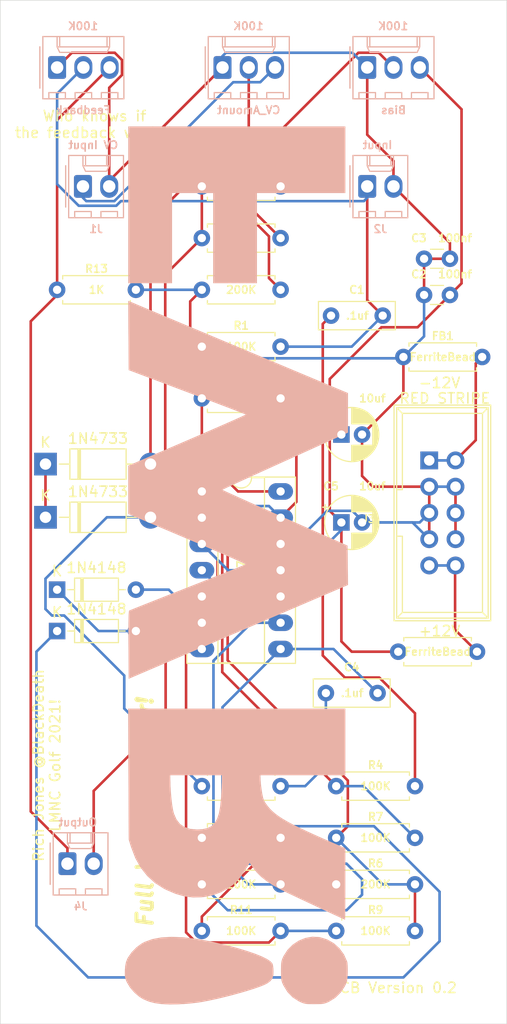
<source format=kicad_pcb>
(kicad_pcb (version 20171130) (host pcbnew "(5.1.8-0-10_14)")

  (general
    (thickness 1.6)
    (drawings 8)
    (tracks 207)
    (zones 0)
    (modules 37)
    (nets 23)
  )

  (page A4)
  (layers
    (0 F.Cu signal)
    (31 B.Cu signal)
    (32 B.Adhes user hide)
    (33 F.Adhes user hide)
    (34 B.Paste user)
    (35 F.Paste user hide)
    (36 B.SilkS user)
    (37 F.SilkS user)
    (38 B.Mask user)
    (39 F.Mask user)
    (40 Dwgs.User user hide)
    (41 Cmts.User user hide)
    (42 Eco1.User user hide)
    (43 Eco2.User user hide)
    (44 Edge.Cuts user)
    (45 Margin user hide)
    (46 B.CrtYd user hide)
    (47 F.CrtYd user hide)
    (48 B.Fab user hide)
    (49 F.Fab user hide)
  )

  (setup
    (last_trace_width 0.25)
    (trace_clearance 0.2)
    (zone_clearance 0.508)
    (zone_45_only no)
    (trace_min 0.2)
    (via_size 0.8)
    (via_drill 0.4)
    (via_min_size 0.4)
    (via_min_drill 0.3)
    (uvia_size 0.3)
    (uvia_drill 0.1)
    (uvias_allowed no)
    (uvia_min_size 0.2)
    (uvia_min_drill 0.1)
    (edge_width 0.05)
    (segment_width 0.2)
    (pcb_text_width 0.3)
    (pcb_text_size 1.5 1.5)
    (mod_edge_width 0.12)
    (mod_text_size 1 1)
    (mod_text_width 0.15)
    (pad_size 1.524 1.524)
    (pad_drill 0.762)
    (pad_to_mask_clearance 0)
    (aux_axis_origin 0 0)
    (visible_elements FFFFFF7F)
    (pcbplotparams
      (layerselection 0x010fc_ffffffff)
      (usegerberextensions false)
      (usegerberattributes true)
      (usegerberadvancedattributes true)
      (creategerberjobfile true)
      (excludeedgelayer true)
      (linewidth 0.100000)
      (plotframeref false)
      (viasonmask false)
      (mode 1)
      (useauxorigin false)
      (hpglpennumber 1)
      (hpglpenspeed 20)
      (hpglpendiameter 15.000000)
      (psnegative false)
      (psa4output false)
      (plotreference true)
      (plotvalue true)
      (plotinvisibletext false)
      (padsonsilk false)
      (subtractmaskfromsilk false)
      (outputformat 1)
      (mirror false)
      (drillshape 0)
      (scaleselection 1)
      (outputdirectory "gerbers2.1/"))
  )

  (net 0 "")
  (net 1 "Net-(Bias1-Pad2)")
  (net 2 "Net-(C1-Pad2)")
  (net 3 "Net-(C1-Pad1)")
  (net 4 "Net-(C4-Pad1)")
  (net 5 "Net-(C4-Pad2)")
  (net 6 "Net-(CV_Amount1-Pad2)")
  (net 7 "Net-(CV_Amount1-Pad3)")
  (net 8 "Net-(D1-Pad1)")
  (net 9 "Net-(D1-Pad2)")
  (net 10 "Net-(D2-Pad1)")
  (net 11 "Net-(D3-Pad2)")
  (net 12 "Net-(D3-Pad1)")
  (net 13 "Net-(D4-Pad2)")
  (net 14 "Net-(FB1-Pad2)")
  (net 15 "Net-(FB2-Pad2)")
  (net 16 "Net-(Feedback1-Pad3)")
  (net 17 "Net-(R2-Pad1)")
  (net 18 "Net-(R5-Pad1)")
  (net 19 "Net-(R6-Pad2)")
  (net 20 "Net-(R12-Pad1)")
  (net 21 GND)
  (net 22 "Net-(Bias1-Pad3)")

  (net_class Default "This is the default net class."
    (clearance 0.2)
    (trace_width 0.25)
    (via_dia 0.8)
    (via_drill 0.4)
    (uvia_dia 0.3)
    (uvia_drill 0.1)
    (add_net GND)
    (add_net "Net-(Bias1-Pad2)")
    (add_net "Net-(Bias1-Pad3)")
    (add_net "Net-(C1-Pad1)")
    (add_net "Net-(C1-Pad2)")
    (add_net "Net-(C4-Pad1)")
    (add_net "Net-(C4-Pad2)")
    (add_net "Net-(CV_Amount1-Pad2)")
    (add_net "Net-(CV_Amount1-Pad3)")
    (add_net "Net-(D1-Pad1)")
    (add_net "Net-(D1-Pad2)")
    (add_net "Net-(D2-Pad1)")
    (add_net "Net-(D3-Pad1)")
    (add_net "Net-(D3-Pad2)")
    (add_net "Net-(D4-Pad2)")
    (add_net "Net-(FB1-Pad2)")
    (add_net "Net-(FB2-Pad2)")
    (add_net "Net-(Feedback1-Pad3)")
    (add_net "Net-(R12-Pad1)")
    (add_net "Net-(R2-Pad1)")
    (add_net "Net-(R5-Pad1)")
    (add_net "Net-(R6-Pad2)")
  )

  (module ao_tht:fwr (layer B.Cu) (tedit 0) (tstamp 60F4E9B2)
    (at 125 102 270)
    (fp_text reference G*** (at 0 0 270) (layer B.SilkS) hide
      (effects (font (size 1.524 1.524) (thickness 0.3)) (justify mirror))
    )
    (fp_text value LOGO (at 0.75 0 270) (layer B.SilkS) hide
      (effects (font (size 1.524 1.524) (thickness 0.3)) (justify mirror))
    )
    (fp_poly (pts (xy 42.4536 12.928123) (xy 42.693367 12.867185) (xy 42.962819 12.755749) (xy 42.963583 12.755399)
      (xy 43.481786 12.445096) (xy 43.974902 12.017943) (xy 44.39119 11.524312) (xy 44.621629 11.141241)
      (xy 44.836195 10.619227) (xy 44.986876 10.042654) (xy 45.077828 9.383332) (xy 45.113208 8.613068)
      (xy 45.103508 7.874) (xy 45.066181 7.179189) (xy 45.003064 6.463173) (xy 44.921467 5.801465)
      (xy 44.874057 5.503333) (xy 44.740748 4.805302) (xy 44.57851 4.056195) (xy 44.394258 3.280428)
      (xy 44.194904 2.502419) (xy 43.987365 1.746584) (xy 43.778552 1.03734) (xy 43.575382 0.399105)
      (xy 43.384768 -0.143706) (xy 43.213624 -0.566673) (xy 43.082317 -0.824112) (xy 42.849463 -1.139914)
      (xy 42.59494 -1.329164) (xy 42.269299 -1.417784) (xy 41.919749 -1.433603) (xy 41.598608 -1.416996)
      (xy 41.322441 -1.379488) (xy 41.169901 -1.336326) (xy 40.954559 -1.154058) (xy 40.721364 -0.809594)
      (xy 40.472705 -0.308857) (xy 40.210967 0.342228) (xy 39.938537 1.137739) (xy 39.657802 2.071752)
      (xy 39.378729 3.108707) (xy 39.022201 4.636798) (xy 38.769382 6.031613) (xy 38.620261 7.293728)
      (xy 38.574828 8.423716) (xy 38.633071 9.422153) (xy 38.794981 10.289613) (xy 39.060545 11.026672)
      (xy 39.223386 11.331909) (xy 39.591669 11.828426) (xy 40.056784 12.28129) (xy 40.561415 12.637058)
      (xy 40.705139 12.713544) (xy 41.031758 12.838618) (xy 41.418414 12.911655) (xy 41.799193 12.940454)
      (xy 42.177535 12.949051) (xy 42.4536 12.928123)) (layer B.SilkS) (width 0.01))
    (fp_poly (pts (xy 22.838834 12.596368) (xy 29.167667 12.57033) (xy 29.913366 12.337792) (xy 30.961902 11.935101)
      (xy 31.884418 11.419761) (xy 32.682413 10.790535) (xy 33.357385 10.046187) (xy 33.910833 9.185478)
      (xy 34.039935 8.932333) (xy 34.422036 8.029661) (xy 34.662676 7.177875) (xy 34.767814 6.344545)
      (xy 34.743409 5.497244) (xy 34.714966 5.258828) (xy 34.545412 4.418447) (xy 34.270813 3.667275)
      (xy 33.869515 2.947147) (xy 33.83475 2.894335) (xy 33.525845 2.468401) (xy 33.198911 2.108641)
      (xy 32.813444 1.777897) (xy 32.328945 1.439013) (xy 32.069973 1.27529) (xy 31.41628 0.871406)
      (xy 31.881976 0.550668) (xy 32.34675 0.187427) (xy 32.776442 -0.245008) (xy 33.18799 -0.768918)
      (xy 33.598332 -1.406582) (xy 34.024404 -2.180281) (xy 34.159096 -2.444782) (xy 34.260038 -2.651266)
      (xy 34.413592 -2.97203) (xy 34.610291 -3.386777) (xy 34.840666 -3.875211) (xy 35.095247 -4.417037)
      (xy 35.364568 -4.991958) (xy 35.639159 -5.579678) (xy 35.909552 -6.159901) (xy 36.166279 -6.71233)
      (xy 36.399872 -7.216671) (xy 36.600862 -7.652627) (xy 36.75978 -7.999901) (xy 36.867159 -8.238198)
      (xy 36.91353 -8.347221) (xy 36.914667 -8.351532) (xy 36.832959 -8.358117) (xy 36.599674 -8.364213)
      (xy 36.232565 -8.369663) (xy 35.749389 -8.374311) (xy 35.167898 -8.377999) (xy 34.50585 -8.380572)
      (xy 33.780997 -8.381872) (xy 33.463746 -8.382) (xy 30.012825 -8.382) (xy 29.300022 -6.752167)
      (xy 28.834928 -5.698701) (xy 28.423137 -4.789414) (xy 28.057062 -4.010473) (xy 27.729118 -3.348051)
      (xy 27.431718 -2.788318) (xy 27.157277 -2.317443) (xy 26.898207 -1.921596) (xy 26.646923 -1.586949)
      (xy 26.395838 -1.299672) (xy 26.2037 -1.107556) (xy 25.915328 -0.861196) (xy 25.610863 -0.642283)
      (xy 25.362861 -0.501575) (xy 25.116007 -0.4238) (xy 24.747615 -0.345763) (xy 24.305321 -0.274519)
      (xy 23.836764 -0.217129) (xy 23.389579 -0.180649) (xy 23.135167 -0.171518) (xy 22.944667 -0.169334)
      (xy 22.944667 -8.382) (xy 16.51 -8.382) (xy 16.51 3.556) (xy 22.944667 3.556)
      (xy 23.4315 3.557811) (xy 23.701337 3.564207) (xy 24.090928 3.580393) (xy 24.551127 3.604032)
      (xy 25.032789 3.632785) (xy 25.103667 3.637382) (xy 25.937642 3.71638) (xy 26.618498 3.839681)
      (xy 27.158832 4.016773) (xy 27.571239 4.25714) (xy 27.868315 4.570268) (xy 28.062657 4.965642)
      (xy 28.166861 5.452749) (xy 28.194 5.964562) (xy 28.136077 6.628214) (xy 27.958256 7.175142)
      (xy 27.654455 7.613996) (xy 27.218596 7.953427) (xy 26.644598 8.202088) (xy 26.614896 8.211446)
      (xy 26.26124 8.295603) (xy 25.778004 8.374108) (xy 25.204932 8.442808) (xy 24.581771 8.497552)
      (xy 23.948266 8.53419) (xy 23.389167 8.548345) (xy 22.944667 8.551333) (xy 22.944667 3.556)
      (xy 16.51 3.556) (xy 16.51 12.622405) (xy 22.838834 12.596368)) (layer B.SilkS) (width 0.01))
    (fp_poly (pts (xy -24.638 8.382) (xy -33.358666 8.382) (xy -33.358666 4.402666) (xy -24.638 4.402666)
      (xy -24.638 0.169333) (xy -33.358666 0.169333) (xy -33.358666 -8.382) (xy -39.793333 -8.382)
      (xy -39.793333 12.615333) (xy -24.638 12.615333) (xy -24.638 8.382)) (layer B.SilkS) (width 0.01))
    (fp_poly (pts (xy 42.294551 -2.162871) (xy 42.599974 -2.179774) (xy 42.831729 -2.217648) (xy 43.037612 -2.284431)
      (xy 43.265417 -2.388061) (xy 43.274924 -2.392723) (xy 43.920394 -2.790557) (xy 44.430036 -3.285788)
      (xy 44.806722 -3.876177) (xy 44.930154 -4.13725) (xy 45.010447 -4.352015) (xy 45.056828 -4.570155)
      (xy 45.078523 -4.841353) (xy 45.084761 -5.215292) (xy 45.085 -5.374553) (xy 45.080732 -5.806304)
      (xy 45.062784 -6.117251) (xy 45.023441 -6.355821) (xy 44.954984 -6.570439) (xy 44.859752 -6.788163)
      (xy 44.47387 -7.415491) (xy 43.957451 -7.941232) (xy 43.413011 -8.303692) (xy 43.151382 -8.436843)
      (xy 42.930646 -8.522052) (xy 42.696386 -8.5714) (xy 42.394181 -8.596971) (xy 42.037 -8.609193)
      (xy 41.651604 -8.61159) (xy 41.309974 -8.600524) (xy 41.060848 -8.578204) (xy 40.978667 -8.561211)
      (xy 40.281768 -8.249753) (xy 39.680201 -7.81188) (xy 39.190147 -7.265877) (xy 38.827787 -6.630028)
      (xy 38.609301 -5.922622) (xy 38.600253 -5.873393) (xy 38.563413 -5.194452) (xy 38.680843 -4.521674)
      (xy 38.938659 -3.881194) (xy 39.32298 -3.299146) (xy 39.819922 -2.801666) (xy 40.415605 -2.414887)
      (xy 40.445202 -2.400164) (xy 40.679953 -2.291956) (xy 40.886791 -2.221904) (xy 41.113888 -2.181843)
      (xy 41.409415 -2.163604) (xy 41.821543 -2.159022) (xy 41.867667 -2.159) (xy 42.294551 -2.162871)) (layer B.SilkS) (width 0.01))
    (fp_poly (pts (xy -19.581496 12.595132) (xy -16.232869 12.573) (xy -14.106601 6.927859) (xy -13.75539 5.996409)
      (xy -13.421119 5.111824) (xy -13.10863 4.286795) (xy -12.822764 3.534014) (xy -12.568362 2.866171)
      (xy -12.350267 2.295957) (xy -12.17332 1.836064) (xy -12.042362 1.499183) (xy -11.962235 1.298005)
      (xy -11.938 1.243311) (xy -11.898552 1.312605) (xy -11.797785 1.525511) (xy -11.641016 1.869969)
      (xy -11.43356 2.33392) (xy -11.180734 2.905303) (xy -10.887853 3.572058) (xy -10.560234 4.322128)
      (xy -10.203194 5.14345) (xy -9.822047 6.023967) (xy -9.440333 6.909271) (xy -6.985 12.614638)
      (xy -4.656666 12.613923) (xy -2.328333 12.613207) (xy 0.084667 6.905085) (xy 0.477474 5.978274)
      (xy 0.851804 5.099715) (xy 1.202397 4.281467) (xy 1.523992 3.535589) (xy 1.811329 2.874139)
      (xy 2.059147 2.309178) (xy 2.262185 1.852763) (xy 2.415183 1.516953) (xy 2.512879 1.313808)
      (xy 2.549647 1.254648) (xy 2.58846 1.341133) (xy 2.68392 1.57256) (xy 2.830958 1.936187)
      (xy 3.024506 2.41927) (xy 3.259494 3.009066) (xy 3.530853 3.692832) (xy 3.833514 4.457825)
      (xy 4.162408 5.2913) (xy 4.512466 6.180516) (xy 4.784591 6.873139) (xy 5.147431 7.796694)
      (xy 5.49299 8.674849) (xy 5.816178 9.494759) (xy 6.111906 10.243579) (xy 6.375086 10.908465)
      (xy 6.600627 11.476573) (xy 6.783442 11.935058) (xy 6.918439 12.271076) (xy 7.000532 12.471783)
      (xy 7.024232 12.525647) (xy 7.107526 12.551396) (xy 7.326053 12.571559) (xy 7.685778 12.586258)
      (xy 8.192664 12.595621) (xy 8.852677 12.59977) (xy 9.671779 12.598831) (xy 10.348701 12.595175)
      (xy 13.616496 12.573) (xy 4.54423 -8.639108) (xy 2.642065 -8.616388) (xy 0.739899 -8.593667)
      (xy -1.937217 -2.528651) (xy -2.35892 -1.574905) (xy -2.76134 -0.66792) (xy -3.139219 0.180639)
      (xy -3.487295 0.959109) (xy -3.800311 1.655825) (xy -4.073005 2.259122) (xy -4.300118 2.757338)
      (xy -4.47639 3.138807) (xy -4.596561 3.391865) (xy -4.655372 3.504848) (xy -4.660146 3.509784)
      (xy -4.701433 3.430309) (xy -4.807023 3.208228) (xy -4.971542 2.855266) (xy -5.189615 2.38315)
      (xy -5.455869 1.803608) (xy -5.76493 1.128366) (xy -6.111424 0.36915) (xy -6.489977 -0.462311)
      (xy -6.895216 -1.354292) (xy -7.321766 -2.295066) (xy -7.449162 -2.576399) (xy -10.192367 -8.636)
      (xy -12.10235 -8.63467) (xy -14.012333 -8.633339) (xy -17.818543 0.44583) (xy -18.32701 1.658612)
      (xy -18.826979 2.850943) (xy -19.313406 4.010801) (xy -19.781244 5.126164) (xy -20.225449 6.185011)
      (xy -20.640976 7.175317) (xy -21.022779 8.085063) (xy -21.365814 8.902225) (xy -21.665036 9.614781)
      (xy -21.915399 10.210709) (xy -22.111858 10.677988) (xy -22.249369 11.004594) (xy -22.277438 11.071132)
      (xy -22.930122 12.617263) (xy -19.581496 12.595132)) (layer B.SilkS) (width 0.01))
  )

  (module ao_tht:Molex_KK-254_AE-6410-02A_1x02_P2.54mm_Vertical (layer B.Cu) (tedit 5EEA2359) (tstamp 60E65B1E)
    (at 106.5 133.5)
    (descr "Molex KK-254 Interconnect System, old/engineering part number: AE-6410-02A example for new part number: 22-27-2021, 2 Pins (http://www.molex.com/pdm_docs/sd/022272021_sd.pdf), generated with kicad-footprint-generator")
    (tags "connector Molex KK-254 side entry")
    (path /60E4264B)
    (fp_text reference J4 (at 1.27 4.12) (layer B.SilkS)
      (effects (font (size 0.75 0.75) (thickness 0.15)) (justify mirror))
    )
    (fp_text value Output (at 1.27 -4.08) (layer B.Fab)
      (effects (font (size 1 1) (thickness 0.15)) (justify mirror))
    )
    (fp_line (start -1.27 2.92) (end -1.27 -2.88) (layer B.Fab) (width 0.1))
    (fp_line (start -1.27 -2.88) (end 3.81 -2.88) (layer B.Fab) (width 0.1))
    (fp_line (start 3.81 -2.88) (end 3.81 2.92) (layer B.Fab) (width 0.1))
    (fp_line (start 3.81 2.92) (end -1.27 2.92) (layer B.Fab) (width 0.1))
    (fp_line (start -1.38 3.03) (end -1.38 -2.99) (layer B.SilkS) (width 0.12))
    (fp_line (start -1.38 -2.99) (end 3.92 -2.99) (layer B.SilkS) (width 0.12))
    (fp_line (start 3.92 -2.99) (end 3.92 3.03) (layer B.SilkS) (width 0.12))
    (fp_line (start 3.92 3.03) (end -1.38 3.03) (layer B.SilkS) (width 0.12))
    (fp_line (start -1.67 2) (end -1.67 -2) (layer B.SilkS) (width 0.12))
    (fp_line (start -1.27 0.5) (end -0.562893 0) (layer B.Fab) (width 0.1))
    (fp_line (start -0.562893 0) (end -1.27 -0.5) (layer B.Fab) (width 0.1))
    (fp_line (start 0 -2.99) (end 0 -1.99) (layer B.SilkS) (width 0.12))
    (fp_line (start 0 -1.99) (end 2.54 -1.99) (layer B.SilkS) (width 0.12))
    (fp_line (start 2.54 -1.99) (end 2.54 -2.99) (layer B.SilkS) (width 0.12))
    (fp_line (start 0 -1.99) (end 0.25 -1.46) (layer B.SilkS) (width 0.12))
    (fp_line (start 0.25 -1.46) (end 2.29 -1.46) (layer B.SilkS) (width 0.12))
    (fp_line (start 2.29 -1.46) (end 2.54 -1.99) (layer B.SilkS) (width 0.12))
    (fp_line (start 0.25 -2.99) (end 0.25 -1.99) (layer B.SilkS) (width 0.12))
    (fp_line (start 2.29 -2.99) (end 2.29 -1.99) (layer B.SilkS) (width 0.12))
    (fp_line (start -0.8 3.03) (end -0.8 2.43) (layer B.SilkS) (width 0.12))
    (fp_line (start -0.8 2.43) (end 0.8 2.43) (layer B.SilkS) (width 0.12))
    (fp_line (start 0.8 2.43) (end 0.8 3.03) (layer B.SilkS) (width 0.12))
    (fp_line (start 1.74 3.03) (end 1.74 2.43) (layer B.SilkS) (width 0.12))
    (fp_line (start 1.74 2.43) (end 3.34 2.43) (layer B.SilkS) (width 0.12))
    (fp_line (start 3.34 2.43) (end 3.34 3.03) (layer B.SilkS) (width 0.12))
    (fp_line (start -1.77 3.42) (end -1.77 -3.38) (layer B.CrtYd) (width 0.05))
    (fp_line (start -1.77 -3.38) (end 4.31 -3.38) (layer B.CrtYd) (width 0.05))
    (fp_line (start 4.31 -3.38) (end 4.31 3.42) (layer B.CrtYd) (width 0.05))
    (fp_line (start 4.31 3.42) (end -1.77 3.42) (layer B.CrtYd) (width 0.05))
    (fp_text user Output (at 1 -4) (layer B.SilkS)
      (effects (font (size 0.75 0.75) (thickness 0.15)) (justify mirror))
    )
    (fp_text user %R (at 1.27 2.22) (layer B.Fab)
      (effects (font (size 1 1) (thickness 0.15)) (justify mirror))
    )
    (pad 1 thru_hole roundrect (at 0 0) (size 1.74 2.2) (drill 1.2) (layers *.Cu *.Mask) (roundrect_rratio 0.1436775862068966)
      (net 16 "Net-(Feedback1-Pad3)"))
    (pad 2 thru_hole oval (at 2.54 0) (size 1.74 2.2) (drill 1.2) (layers *.Cu *.Mask)
      (net 21 GND))
    (model ${KISYS3DMOD}/Connector_Molex.3dshapes/Molex_KK-254_AE-6410-02A_1x02_P2.54mm_Vertical.wrl
      (at (xyz 0 0 0))
      (scale (xyz 1 1 1))
      (rotate (xyz 0 0 0))
    )
  )

  (module ao_tht:CP_Radial_D5.0mm_P2.00mm (layer F.Cu) (tedit 5EEA1F78) (tstamp 60E65969)
    (at 133 92)
    (descr "CP, Radial series, Radial, pin pitch=2.00mm, , diameter=5mm, Electrolytic Capacitor")
    (tags "CP Radial series Radial pin pitch 2.00mm  diameter 5mm Electrolytic Capacitor")
    (path /60F04170)
    (fp_text reference C6 (at -1 -3.5) (layer F.SilkS)
      (effects (font (size 0.75 0.75) (thickness 0.15)))
    )
    (fp_text value 10uf (at 1 3.75) (layer F.Fab)
      (effects (font (size 1 1) (thickness 0.15)))
    )
    (fp_circle (center 1 0) (end 3.5 0) (layer F.Fab) (width 0.1))
    (fp_circle (center 1 0) (end 3.62 0) (layer F.SilkS) (width 0.12))
    (fp_circle (center 1 0) (end 3.75 0) (layer F.CrtYd) (width 0.05))
    (fp_line (start -1.133605 -1.0875) (end -0.633605 -1.0875) (layer F.Fab) (width 0.1))
    (fp_line (start -0.883605 -1.3375) (end -0.883605 -0.8375) (layer F.Fab) (width 0.1))
    (fp_line (start 1 1.04) (end 1 2.58) (layer F.SilkS) (width 0.12))
    (fp_line (start 1 -2.58) (end 1 -1.04) (layer F.SilkS) (width 0.12))
    (fp_line (start 1.04 1.04) (end 1.04 2.58) (layer F.SilkS) (width 0.12))
    (fp_line (start 1.04 -2.58) (end 1.04 -1.04) (layer F.SilkS) (width 0.12))
    (fp_line (start 1.08 -2.579) (end 1.08 -1.04) (layer F.SilkS) (width 0.12))
    (fp_line (start 1.08 1.04) (end 1.08 2.579) (layer F.SilkS) (width 0.12))
    (fp_line (start 1.12 -2.578) (end 1.12 -1.04) (layer F.SilkS) (width 0.12))
    (fp_line (start 1.12 1.04) (end 1.12 2.578) (layer F.SilkS) (width 0.12))
    (fp_line (start 1.16 -2.576) (end 1.16 -1.04) (layer F.SilkS) (width 0.12))
    (fp_line (start 1.16 1.04) (end 1.16 2.576) (layer F.SilkS) (width 0.12))
    (fp_line (start 1.2 -2.573) (end 1.2 -1.04) (layer F.SilkS) (width 0.12))
    (fp_line (start 1.2 1.04) (end 1.2 2.573) (layer F.SilkS) (width 0.12))
    (fp_line (start 1.24 -2.569) (end 1.24 -1.04) (layer F.SilkS) (width 0.12))
    (fp_line (start 1.24 1.04) (end 1.24 2.569) (layer F.SilkS) (width 0.12))
    (fp_line (start 1.28 -2.565) (end 1.28 -1.04) (layer F.SilkS) (width 0.12))
    (fp_line (start 1.28 1.04) (end 1.28 2.565) (layer F.SilkS) (width 0.12))
    (fp_line (start 1.32 -2.561) (end 1.32 -1.04) (layer F.SilkS) (width 0.12))
    (fp_line (start 1.32 1.04) (end 1.32 2.561) (layer F.SilkS) (width 0.12))
    (fp_line (start 1.36 -2.556) (end 1.36 -1.04) (layer F.SilkS) (width 0.12))
    (fp_line (start 1.36 1.04) (end 1.36 2.556) (layer F.SilkS) (width 0.12))
    (fp_line (start 1.4 -2.55) (end 1.4 -1.04) (layer F.SilkS) (width 0.12))
    (fp_line (start 1.4 1.04) (end 1.4 2.55) (layer F.SilkS) (width 0.12))
    (fp_line (start 1.44 -2.543) (end 1.44 -1.04) (layer F.SilkS) (width 0.12))
    (fp_line (start 1.44 1.04) (end 1.44 2.543) (layer F.SilkS) (width 0.12))
    (fp_line (start 1.48 -2.536) (end 1.48 -1.04) (layer F.SilkS) (width 0.12))
    (fp_line (start 1.48 1.04) (end 1.48 2.536) (layer F.SilkS) (width 0.12))
    (fp_line (start 1.52 -2.528) (end 1.52 -1.04) (layer F.SilkS) (width 0.12))
    (fp_line (start 1.52 1.04) (end 1.52 2.528) (layer F.SilkS) (width 0.12))
    (fp_line (start 1.56 -2.52) (end 1.56 -1.04) (layer F.SilkS) (width 0.12))
    (fp_line (start 1.56 1.04) (end 1.56 2.52) (layer F.SilkS) (width 0.12))
    (fp_line (start 1.6 -2.511) (end 1.6 -1.04) (layer F.SilkS) (width 0.12))
    (fp_line (start 1.6 1.04) (end 1.6 2.511) (layer F.SilkS) (width 0.12))
    (fp_line (start 1.64 -2.501) (end 1.64 -1.04) (layer F.SilkS) (width 0.12))
    (fp_line (start 1.64 1.04) (end 1.64 2.501) (layer F.SilkS) (width 0.12))
    (fp_line (start 1.68 -2.491) (end 1.68 -1.04) (layer F.SilkS) (width 0.12))
    (fp_line (start 1.68 1.04) (end 1.68 2.491) (layer F.SilkS) (width 0.12))
    (fp_line (start 1.721 -2.48) (end 1.721 -1.04) (layer F.SilkS) (width 0.12))
    (fp_line (start 1.721 1.04) (end 1.721 2.48) (layer F.SilkS) (width 0.12))
    (fp_line (start 1.761 -2.468) (end 1.761 -1.04) (layer F.SilkS) (width 0.12))
    (fp_line (start 1.761 1.04) (end 1.761 2.468) (layer F.SilkS) (width 0.12))
    (fp_line (start 1.801 -2.455) (end 1.801 -1.04) (layer F.SilkS) (width 0.12))
    (fp_line (start 1.801 1.04) (end 1.801 2.455) (layer F.SilkS) (width 0.12))
    (fp_line (start 1.841 -2.442) (end 1.841 -1.04) (layer F.SilkS) (width 0.12))
    (fp_line (start 1.841 1.04) (end 1.841 2.442) (layer F.SilkS) (width 0.12))
    (fp_line (start 1.881 -2.428) (end 1.881 -1.04) (layer F.SilkS) (width 0.12))
    (fp_line (start 1.881 1.04) (end 1.881 2.428) (layer F.SilkS) (width 0.12))
    (fp_line (start 1.921 -2.414) (end 1.921 -1.04) (layer F.SilkS) (width 0.12))
    (fp_line (start 1.921 1.04) (end 1.921 2.414) (layer F.SilkS) (width 0.12))
    (fp_line (start 1.961 -2.398) (end 1.961 -1.04) (layer F.SilkS) (width 0.12))
    (fp_line (start 1.961 1.04) (end 1.961 2.398) (layer F.SilkS) (width 0.12))
    (fp_line (start 2.001 -2.382) (end 2.001 -1.04) (layer F.SilkS) (width 0.12))
    (fp_line (start 2.001 1.04) (end 2.001 2.382) (layer F.SilkS) (width 0.12))
    (fp_line (start 2.041 -2.365) (end 2.041 -1.04) (layer F.SilkS) (width 0.12))
    (fp_line (start 2.041 1.04) (end 2.041 2.365) (layer F.SilkS) (width 0.12))
    (fp_line (start 2.081 -2.348) (end 2.081 -1.04) (layer F.SilkS) (width 0.12))
    (fp_line (start 2.081 1.04) (end 2.081 2.348) (layer F.SilkS) (width 0.12))
    (fp_line (start 2.121 -2.329) (end 2.121 -1.04) (layer F.SilkS) (width 0.12))
    (fp_line (start 2.121 1.04) (end 2.121 2.329) (layer F.SilkS) (width 0.12))
    (fp_line (start 2.161 -2.31) (end 2.161 -1.04) (layer F.SilkS) (width 0.12))
    (fp_line (start 2.161 1.04) (end 2.161 2.31) (layer F.SilkS) (width 0.12))
    (fp_line (start 2.201 -2.29) (end 2.201 -1.04) (layer F.SilkS) (width 0.12))
    (fp_line (start 2.201 1.04) (end 2.201 2.29) (layer F.SilkS) (width 0.12))
    (fp_line (start 2.241 -2.268) (end 2.241 -1.04) (layer F.SilkS) (width 0.12))
    (fp_line (start 2.241 1.04) (end 2.241 2.268) (layer F.SilkS) (width 0.12))
    (fp_line (start 2.281 -2.247) (end 2.281 -1.04) (layer F.SilkS) (width 0.12))
    (fp_line (start 2.281 1.04) (end 2.281 2.247) (layer F.SilkS) (width 0.12))
    (fp_line (start 2.321 -2.224) (end 2.321 -1.04) (layer F.SilkS) (width 0.12))
    (fp_line (start 2.321 1.04) (end 2.321 2.224) (layer F.SilkS) (width 0.12))
    (fp_line (start 2.361 -2.2) (end 2.361 -1.04) (layer F.SilkS) (width 0.12))
    (fp_line (start 2.361 1.04) (end 2.361 2.2) (layer F.SilkS) (width 0.12))
    (fp_line (start 2.401 -2.175) (end 2.401 -1.04) (layer F.SilkS) (width 0.12))
    (fp_line (start 2.401 1.04) (end 2.401 2.175) (layer F.SilkS) (width 0.12))
    (fp_line (start 2.441 -2.149) (end 2.441 -1.04) (layer F.SilkS) (width 0.12))
    (fp_line (start 2.441 1.04) (end 2.441 2.149) (layer F.SilkS) (width 0.12))
    (fp_line (start 2.481 -2.122) (end 2.481 -1.04) (layer F.SilkS) (width 0.12))
    (fp_line (start 2.481 1.04) (end 2.481 2.122) (layer F.SilkS) (width 0.12))
    (fp_line (start 2.521 -2.095) (end 2.521 -1.04) (layer F.SilkS) (width 0.12))
    (fp_line (start 2.521 1.04) (end 2.521 2.095) (layer F.SilkS) (width 0.12))
    (fp_line (start 2.561 -2.065) (end 2.561 -1.04) (layer F.SilkS) (width 0.12))
    (fp_line (start 2.561 1.04) (end 2.561 2.065) (layer F.SilkS) (width 0.12))
    (fp_line (start 2.601 -2.035) (end 2.601 -1.04) (layer F.SilkS) (width 0.12))
    (fp_line (start 2.601 1.04) (end 2.601 2.035) (layer F.SilkS) (width 0.12))
    (fp_line (start 2.641 -2.004) (end 2.641 -1.04) (layer F.SilkS) (width 0.12))
    (fp_line (start 2.641 1.04) (end 2.641 2.004) (layer F.SilkS) (width 0.12))
    (fp_line (start 2.681 -1.971) (end 2.681 -1.04) (layer F.SilkS) (width 0.12))
    (fp_line (start 2.681 1.04) (end 2.681 1.971) (layer F.SilkS) (width 0.12))
    (fp_line (start 2.721 -1.937) (end 2.721 -1.04) (layer F.SilkS) (width 0.12))
    (fp_line (start 2.721 1.04) (end 2.721 1.937) (layer F.SilkS) (width 0.12))
    (fp_line (start 2.761 -1.901) (end 2.761 -1.04) (layer F.SilkS) (width 0.12))
    (fp_line (start 2.761 1.04) (end 2.761 1.901) (layer F.SilkS) (width 0.12))
    (fp_line (start 2.801 -1.864) (end 2.801 -1.04) (layer F.SilkS) (width 0.12))
    (fp_line (start 2.801 1.04) (end 2.801 1.864) (layer F.SilkS) (width 0.12))
    (fp_line (start 2.841 -1.826) (end 2.841 -1.04) (layer F.SilkS) (width 0.12))
    (fp_line (start 2.841 1.04) (end 2.841 1.826) (layer F.SilkS) (width 0.12))
    (fp_line (start 2.881 -1.785) (end 2.881 -1.04) (layer F.SilkS) (width 0.12))
    (fp_line (start 2.881 1.04) (end 2.881 1.785) (layer F.SilkS) (width 0.12))
    (fp_line (start 2.921 -1.743) (end 2.921 -1.04) (layer F.SilkS) (width 0.12))
    (fp_line (start 2.921 1.04) (end 2.921 1.743) (layer F.SilkS) (width 0.12))
    (fp_line (start 2.961 -1.699) (end 2.961 -1.04) (layer F.SilkS) (width 0.12))
    (fp_line (start 2.961 1.04) (end 2.961 1.699) (layer F.SilkS) (width 0.12))
    (fp_line (start 3.001 -1.653) (end 3.001 -1.04) (layer F.SilkS) (width 0.12))
    (fp_line (start 3.001 1.04) (end 3.001 1.653) (layer F.SilkS) (width 0.12))
    (fp_line (start 3.041 -1.605) (end 3.041 1.605) (layer F.SilkS) (width 0.12))
    (fp_line (start 3.081 -1.554) (end 3.081 1.554) (layer F.SilkS) (width 0.12))
    (fp_line (start 3.121 -1.5) (end 3.121 1.5) (layer F.SilkS) (width 0.12))
    (fp_line (start 3.161 -1.443) (end 3.161 1.443) (layer F.SilkS) (width 0.12))
    (fp_line (start 3.201 -1.383) (end 3.201 1.383) (layer F.SilkS) (width 0.12))
    (fp_line (start 3.241 -1.319) (end 3.241 1.319) (layer F.SilkS) (width 0.12))
    (fp_line (start 3.281 -1.251) (end 3.281 1.251) (layer F.SilkS) (width 0.12))
    (fp_line (start 3.321 -1.178) (end 3.321 1.178) (layer F.SilkS) (width 0.12))
    (fp_line (start 3.361 -1.098) (end 3.361 1.098) (layer F.SilkS) (width 0.12))
    (fp_line (start 3.401 -1.011) (end 3.401 1.011) (layer F.SilkS) (width 0.12))
    (fp_line (start 3.441 -0.915) (end 3.441 0.915) (layer F.SilkS) (width 0.12))
    (fp_line (start 3.481 -0.805) (end 3.481 0.805) (layer F.SilkS) (width 0.12))
    (fp_line (start 3.521 -0.677) (end 3.521 0.677) (layer F.SilkS) (width 0.12))
    (fp_line (start 3.561 -0.518) (end 3.561 0.518) (layer F.SilkS) (width 0.12))
    (fp_line (start 3.601 -0.284) (end 3.601 0.284) (layer F.SilkS) (width 0.12))
    (fp_line (start -1.804775 -1.475) (end -1.304775 -1.475) (layer F.SilkS) (width 0.12))
    (fp_line (start -1.554775 -1.725) (end -1.554775 -1.225) (layer F.SilkS) (width 0.12))
    (fp_text user %V (at 3 -3.5) (layer F.SilkS)
      (effects (font (size 0.75 0.75) (thickness 0.15)))
    )
    (fp_text user %R (at 1 0) (layer F.Fab)
      (effects (font (size 1 1) (thickness 0.15)))
    )
    (pad 1 thru_hole rect (at 0 0) (size 1.6 1.6) (drill 0.8) (layers *.Cu *.Mask)
      (net 21 GND))
    (pad 2 thru_hole circle (at 2 0) (size 1.6 1.6) (drill 0.8) (layers *.Cu *.Mask)
      (net 21 GND))
    (model ${KISYS3DMOD}/Capacitor_THT.3dshapes/CP_Radial_D5.0mm_P2.00mm.wrl
      (at (xyz 0 0 0))
      (scale (xyz 1 1 1))
      (rotate (xyz 0 0 0))
    )
  )

  (module Diode_THT:D_DO-41_SOD81_P10.16mm_Horizontal (layer F.Cu) (tedit 5AE50CD5) (tstamp 60E65A0E)
    (at 104.375001 94.855001)
    (descr "Diode, DO-41_SOD81 series, Axial, Horizontal, pin pitch=10.16mm, , length*diameter=5.2*2.7mm^2, , http://www.diodes.com/_files/packages/DO-41%20(Plastic).pdf")
    (tags "Diode DO-41_SOD81 series Axial Horizontal pin pitch 10.16mm  length 5.2mm diameter 2.7mm")
    (path /60E8574A)
    (fp_text reference 1N4733 (at 5.08 -2.47) (layer F.SilkS)
      (effects (font (size 1 1) (thickness 0.15)))
    )
    (fp_text value 1N4733 (at 5.08 2.47) (layer F.Fab)
      (effects (font (size 1 1) (thickness 0.15)))
    )
    (fp_line (start 2.48 -1.35) (end 2.48 1.35) (layer F.Fab) (width 0.1))
    (fp_line (start 2.48 1.35) (end 7.68 1.35) (layer F.Fab) (width 0.1))
    (fp_line (start 7.68 1.35) (end 7.68 -1.35) (layer F.Fab) (width 0.1))
    (fp_line (start 7.68 -1.35) (end 2.48 -1.35) (layer F.Fab) (width 0.1))
    (fp_line (start 0 0) (end 2.48 0) (layer F.Fab) (width 0.1))
    (fp_line (start 10.16 0) (end 7.68 0) (layer F.Fab) (width 0.1))
    (fp_line (start 3.26 -1.35) (end 3.26 1.35) (layer F.Fab) (width 0.1))
    (fp_line (start 3.36 -1.35) (end 3.36 1.35) (layer F.Fab) (width 0.1))
    (fp_line (start 3.16 -1.35) (end 3.16 1.35) (layer F.Fab) (width 0.1))
    (fp_line (start 2.36 -1.47) (end 2.36 1.47) (layer F.SilkS) (width 0.12))
    (fp_line (start 2.36 1.47) (end 7.8 1.47) (layer F.SilkS) (width 0.12))
    (fp_line (start 7.8 1.47) (end 7.8 -1.47) (layer F.SilkS) (width 0.12))
    (fp_line (start 7.8 -1.47) (end 2.36 -1.47) (layer F.SilkS) (width 0.12))
    (fp_line (start 1.34 0) (end 2.36 0) (layer F.SilkS) (width 0.12))
    (fp_line (start 8.82 0) (end 7.8 0) (layer F.SilkS) (width 0.12))
    (fp_line (start 3.26 -1.47) (end 3.26 1.47) (layer F.SilkS) (width 0.12))
    (fp_line (start 3.38 -1.47) (end 3.38 1.47) (layer F.SilkS) (width 0.12))
    (fp_line (start 3.14 -1.47) (end 3.14 1.47) (layer F.SilkS) (width 0.12))
    (fp_line (start -1.35 -1.6) (end -1.35 1.6) (layer F.CrtYd) (width 0.05))
    (fp_line (start -1.35 1.6) (end 11.51 1.6) (layer F.CrtYd) (width 0.05))
    (fp_line (start 11.51 1.6) (end 11.51 -1.6) (layer F.CrtYd) (width 0.05))
    (fp_line (start 11.51 -1.6) (end -1.35 -1.6) (layer F.CrtYd) (width 0.05))
    (fp_text user %R (at 5.47 0) (layer F.Fab)
      (effects (font (size 1 1) (thickness 0.15)))
    )
    (fp_text user K (at 0 -2.1) (layer F.Fab)
      (effects (font (size 1 1) (thickness 0.15)))
    )
    (fp_text user K (at 0 -2.1) (layer F.SilkS)
      (effects (font (size 1 1) (thickness 0.15)))
    )
    (pad 1 thru_hole rect (at 0 0) (size 2.2 2.2) (drill 1.1) (layers *.Cu *.Mask)
      (net 12 "Net-(D3-Pad1)"))
    (pad 2 thru_hole oval (at 10.16 0) (size 2.2 2.2) (drill 1.1) (layers *.Cu *.Mask)
      (net 13 "Net-(D4-Pad2)"))
    (model ${KISYS3DMOD}/Diode_THT.3dshapes/D_DO-41_SOD81_P10.16mm_Horizontal.wrl
      (at (xyz 0 0 0))
      (scale (xyz 1 1 1))
      (rotate (xyz 0 0 0))
    )
  )

  (module ao_tht:Molex_KK-254_AE-6410-03A_1x03_P2.54mm_Vertical (layer B.Cu) (tedit 5EEA5408) (tstamp 60E65815)
    (at 135.5 56.5)
    (descr "Molex KK-254 Interconnect System, old/engineering part number: AE-6410-03A example for new part number: 22-27-2031, 3 Pins (http://www.molex.com/pdm_docs/sd/022272021_sd.pdf), generated with kicad-footprint-generator")
    (tags "connector Molex KK-254 side entry")
    (path /60E94F16)
    (fp_text reference Bias (at 2.54 4.12) (layer B.SilkS)
      (effects (font (size 0.75 0.75) (thickness 0.15)) (justify mirror))
    )
    (fp_text value 100K (at 2.54 -4.08) (layer B.Fab)
      (effects (font (size 1 1) (thickness 0.15)) (justify mirror))
    )
    (fp_line (start -1.27 2.92) (end -1.27 -2.88) (layer B.Fab) (width 0.1))
    (fp_line (start -1.27 -2.88) (end 6.35 -2.88) (layer B.Fab) (width 0.1))
    (fp_line (start 6.35 -2.88) (end 6.35 2.92) (layer B.Fab) (width 0.1))
    (fp_line (start 6.35 2.92) (end -1.27 2.92) (layer B.Fab) (width 0.1))
    (fp_line (start -1.38 3.03) (end -1.38 -2.99) (layer B.SilkS) (width 0.12))
    (fp_line (start -1.38 -2.99) (end 6.46 -2.99) (layer B.SilkS) (width 0.12))
    (fp_line (start 6.46 -2.99) (end 6.46 3.03) (layer B.SilkS) (width 0.12))
    (fp_line (start 6.46 3.03) (end -1.38 3.03) (layer B.SilkS) (width 0.12))
    (fp_line (start -1.67 2) (end -1.67 -2) (layer B.SilkS) (width 0.12))
    (fp_line (start -1.27 0.5) (end -0.562893 0) (layer B.Fab) (width 0.1))
    (fp_line (start -0.562893 0) (end -1.27 -0.5) (layer B.Fab) (width 0.1))
    (fp_line (start 0 -2.99) (end 0 -1.99) (layer B.SilkS) (width 0.12))
    (fp_line (start 0 -1.99) (end 5.08 -1.99) (layer B.SilkS) (width 0.12))
    (fp_line (start 5.08 -1.99) (end 5.08 -2.99) (layer B.SilkS) (width 0.12))
    (fp_line (start 0 -1.99) (end 0.25 -1.46) (layer B.SilkS) (width 0.12))
    (fp_line (start 0.25 -1.46) (end 4.83 -1.46) (layer B.SilkS) (width 0.12))
    (fp_line (start 4.83 -1.46) (end 5.08 -1.99) (layer B.SilkS) (width 0.12))
    (fp_line (start 0.25 -2.99) (end 0.25 -1.99) (layer B.SilkS) (width 0.12))
    (fp_line (start 4.83 -2.99) (end 4.83 -1.99) (layer B.SilkS) (width 0.12))
    (fp_line (start -0.8 3.03) (end -0.8 2.43) (layer B.SilkS) (width 0.12))
    (fp_line (start -0.8 2.43) (end 0.8 2.43) (layer B.SilkS) (width 0.12))
    (fp_line (start 0.8 2.43) (end 0.8 3.03) (layer B.SilkS) (width 0.12))
    (fp_line (start 1.74 3.03) (end 1.74 2.43) (layer B.SilkS) (width 0.12))
    (fp_line (start 1.74 2.43) (end 3.34 2.43) (layer B.SilkS) (width 0.12))
    (fp_line (start 3.34 2.43) (end 3.34 3.03) (layer B.SilkS) (width 0.12))
    (fp_line (start 4.28 3.03) (end 4.28 2.43) (layer B.SilkS) (width 0.12))
    (fp_line (start 4.28 2.43) (end 5.88 2.43) (layer B.SilkS) (width 0.12))
    (fp_line (start 5.88 2.43) (end 5.88 3.03) (layer B.SilkS) (width 0.12))
    (fp_line (start -1.77 3.42) (end -1.77 -3.38) (layer B.CrtYd) (width 0.05))
    (fp_line (start -1.77 -3.38) (end 6.85 -3.38) (layer B.CrtYd) (width 0.05))
    (fp_line (start 6.85 -3.38) (end 6.85 3.42) (layer B.CrtYd) (width 0.05))
    (fp_line (start 6.85 3.42) (end -1.77 3.42) (layer B.CrtYd) (width 0.05))
    (fp_text user 100K (at 2.5 -4) (layer B.SilkS)
      (effects (font (size 0.75 0.75) (thickness 0.15)) (justify mirror))
    )
    (fp_text user %R (at 2.54 2.22) (layer B.Fab)
      (effects (font (size 1 1) (thickness 0.15)) (justify mirror))
    )
    (pad 1 thru_hole roundrect (at 0 0) (size 1.74 2.2) (drill 1.2) (layers *.Cu *.Mask) (roundrect_rratio 0.1436775862068966)
      (net 21 GND))
    (pad 2 thru_hole oval (at 2.54 0) (size 1.74 2.2) (drill 1.2) (layers *.Cu *.Mask)
      (net 1 "Net-(Bias1-Pad2)"))
    (pad 3 thru_hole oval (at 5.08 0) (size 1.74 2.2) (drill 1.2) (layers *.Cu *.Mask)
      (net 22 "Net-(Bias1-Pad3)"))
    (model ${KISYS3DMOD}/Connector_Molex.3dshapes/Molex_KK-254_AE-6410-03A_1x03_P2.54mm_Vertical.wrl
      (at (xyz 0 0 0))
      (scale (xyz 1 1 1))
      (rotate (xyz 0 0 0))
    )
  )

  (module ao_tht:C_Rect_L7.2mm_W2.5mm_P5.00mm_FKS2_FKP2_MKS2_MKP2 (layer F.Cu) (tedit 5FE3661A) (tstamp 60E65829)
    (at 132 80.5)
    (descr "C, Rect series, Radial, pin pitch=5.00mm, , length*width=7.2*2.5mm^2, Capacitor, http://www.wima.com/EN/WIMA_FKS_2.pdf")
    (tags "C Rect series Radial pin pitch 5.00mm  length 7.2mm width 2.5mm Capacitor")
    (path /60E5A991)
    (fp_text reference C1 (at 2.5 -2.5) (layer F.SilkS)
      (effects (font (size 0.75 0.75) (thickness 0.15)))
    )
    (fp_text value .1uf (at 2.54 0) (layer F.Fab)
      (effects (font (size 1 1) (thickness 0.15)))
    )
    (fp_line (start -1.1 -1.25) (end -1.1 1.25) (layer F.Fab) (width 0.1))
    (fp_line (start -1.1 1.25) (end 6.1 1.25) (layer F.Fab) (width 0.1))
    (fp_line (start 6.1 1.25) (end 6.1 -1.25) (layer F.Fab) (width 0.1))
    (fp_line (start 6.1 -1.25) (end -1.1 -1.25) (layer F.Fab) (width 0.1))
    (fp_line (start -1.22 -1.37) (end 6.22 -1.37) (layer F.SilkS) (width 0.12))
    (fp_line (start -1.22 1.37) (end 6.22 1.37) (layer F.SilkS) (width 0.12))
    (fp_line (start -1.22 -1.37) (end -1.22 1.37) (layer F.SilkS) (width 0.12))
    (fp_line (start 6.22 -1.37) (end 6.22 1.37) (layer F.SilkS) (width 0.12))
    (fp_line (start -1.35 -1.5) (end -1.35 1.5) (layer F.CrtYd) (width 0.05))
    (fp_line (start -1.35 1.5) (end 6.35 1.5) (layer F.CrtYd) (width 0.05))
    (fp_line (start 6.35 1.5) (end 6.35 -1.5) (layer F.CrtYd) (width 0.05))
    (fp_line (start 6.35 -1.5) (end -1.35 -1.5) (layer F.CrtYd) (width 0.05))
    (fp_text user %R (at 2.5 0) (layer F.Fab)
      (effects (font (size 1 1) (thickness 0.15)))
    )
    (fp_text user %V (at 2.54 0) (layer F.SilkS)
      (effects (font (size 0.75 0.75) (thickness 0.15)))
    )
    (pad 2 thru_hole circle (at 5 0) (size 1.6 1.6) (drill 0.8) (layers *.Cu *.Mask)
      (net 2 "Net-(C1-Pad2)"))
    (pad 1 thru_hole circle (at 0 0) (size 1.6 1.6) (drill 0.8) (layers *.Cu *.Mask)
      (net 3 "Net-(C1-Pad1)"))
    (model ${KISYS3DMOD}/Capacitor_THT.3dshapes/C_Rect_L7.2mm_W2.5mm_P5.00mm_FKS2_FKP2_MKS2_MKP2.wrl
      (at (xyz 0 0 0))
      (scale (xyz 1 1 1))
      (rotate (xyz 0 0 0))
    )
  )

  (module ao_tht:C_Disc_D3.0mm_W1.6mm_P2.50mm (layer F.Cu) (tedit 5EEA28A1) (tstamp 60E6583B)
    (at 141 78.5)
    (descr "C, Disc series, Radial, pin pitch=2.50mm, , diameter*width=3.0*1.6mm^2, Capacitor, http://www.vishay.com/docs/45233/krseries.pdf")
    (tags "C Disc series Radial pin pitch 2.50mm  diameter 3.0mm width 1.6mm Capacitor")
    (path /60F415BA)
    (fp_text reference C2 (at -0.5 -2) (layer F.SilkS)
      (effects (font (size 0.75 0.75) (thickness 0.15)))
    )
    (fp_text value 100nf (at 1.25 2.05) (layer F.Fab)
      (effects (font (size 1 1) (thickness 0.15)))
    )
    (fp_line (start -0.25 -0.8) (end -0.25 0.8) (layer F.Fab) (width 0.1))
    (fp_line (start -0.25 0.8) (end 2.75 0.8) (layer F.Fab) (width 0.1))
    (fp_line (start 2.75 0.8) (end 2.75 -0.8) (layer F.Fab) (width 0.1))
    (fp_line (start 2.75 -0.8) (end -0.25 -0.8) (layer F.Fab) (width 0.1))
    (fp_line (start 0.621 -0.92) (end 1.879 -0.92) (layer F.SilkS) (width 0.12))
    (fp_line (start 0.621 0.92) (end 1.879 0.92) (layer F.SilkS) (width 0.12))
    (fp_line (start -1.05 -1.05) (end -1.05 1.05) (layer F.CrtYd) (width 0.05))
    (fp_line (start -1.05 1.05) (end 3.55 1.05) (layer F.CrtYd) (width 0.05))
    (fp_line (start 3.55 1.05) (end 3.55 -1.05) (layer F.CrtYd) (width 0.05))
    (fp_line (start 3.55 -1.05) (end -1.05 -1.05) (layer F.CrtYd) (width 0.05))
    (fp_text user %V (at 3 -2) (layer F.SilkS)
      (effects (font (size 0.75 0.75) (thickness 0.15)))
    )
    (fp_text user %R (at 1.25 0) (layer F.Fab)
      (effects (font (size 0.6 0.6) (thickness 0.09)))
    )
    (pad 1 thru_hole circle (at 0 0) (size 1.6 1.6) (drill 0.8) (layers *.Cu *.Mask)
      (net 21 GND))
    (pad 2 thru_hole circle (at 2.5 0) (size 1.6 1.6) (drill 0.8) (layers *.Cu *.Mask)
      (net 22 "Net-(Bias1-Pad3)"))
    (model ${KISYS3DMOD}/Capacitor_THT.3dshapes/C_Disc_D3.0mm_W1.6mm_P2.50mm.wrl
      (at (xyz 0 0 0))
      (scale (xyz 1 1 1))
      (rotate (xyz 0 0 0))
    )
  )

  (module ao_tht:C_Disc_D3.0mm_W1.6mm_P2.50mm (layer F.Cu) (tedit 5EEA28A1) (tstamp 60E6584D)
    (at 141 75)
    (descr "C, Disc series, Radial, pin pitch=2.50mm, , diameter*width=3.0*1.6mm^2, Capacitor, http://www.vishay.com/docs/45233/krseries.pdf")
    (tags "C Disc series Radial pin pitch 2.50mm  diameter 3.0mm width 1.6mm Capacitor")
    (path /60F46CDA)
    (fp_text reference C3 (at -0.5 -2) (layer F.SilkS)
      (effects (font (size 0.75 0.75) (thickness 0.15)))
    )
    (fp_text value 100nf (at 1.25 2.05) (layer F.Fab)
      (effects (font (size 1 1) (thickness 0.15)))
    )
    (fp_line (start 3.55 -1.05) (end -1.05 -1.05) (layer F.CrtYd) (width 0.05))
    (fp_line (start 3.55 1.05) (end 3.55 -1.05) (layer F.CrtYd) (width 0.05))
    (fp_line (start -1.05 1.05) (end 3.55 1.05) (layer F.CrtYd) (width 0.05))
    (fp_line (start -1.05 -1.05) (end -1.05 1.05) (layer F.CrtYd) (width 0.05))
    (fp_line (start 0.621 0.92) (end 1.879 0.92) (layer F.SilkS) (width 0.12))
    (fp_line (start 0.621 -0.92) (end 1.879 -0.92) (layer F.SilkS) (width 0.12))
    (fp_line (start 2.75 -0.8) (end -0.25 -0.8) (layer F.Fab) (width 0.1))
    (fp_line (start 2.75 0.8) (end 2.75 -0.8) (layer F.Fab) (width 0.1))
    (fp_line (start -0.25 0.8) (end 2.75 0.8) (layer F.Fab) (width 0.1))
    (fp_line (start -0.25 -0.8) (end -0.25 0.8) (layer F.Fab) (width 0.1))
    (fp_text user %R (at 1.25 0) (layer F.Fab)
      (effects (font (size 0.6 0.6) (thickness 0.09)))
    )
    (fp_text user %V (at 3 -2) (layer F.SilkS)
      (effects (font (size 0.75 0.75) (thickness 0.15)))
    )
    (pad 2 thru_hole circle (at 2.5 0) (size 1.6 1.6) (drill 0.8) (layers *.Cu *.Mask)
      (net 21 GND))
    (pad 1 thru_hole circle (at 0 0) (size 1.6 1.6) (drill 0.8) (layers *.Cu *.Mask)
      (net 21 GND))
    (model ${KISYS3DMOD}/Capacitor_THT.3dshapes/C_Disc_D3.0mm_W1.6mm_P2.50mm.wrl
      (at (xyz 0 0 0))
      (scale (xyz 1 1 1))
      (rotate (xyz 0 0 0))
    )
  )

  (module ao_tht:C_Rect_L7.2mm_W2.5mm_P5.00mm_FKS2_FKP2_MKS2_MKP2 (layer F.Cu) (tedit 5FE3661A) (tstamp 60E65861)
    (at 131.5 117)
    (descr "C, Rect series, Radial, pin pitch=5.00mm, , length*width=7.2*2.5mm^2, Capacitor, http://www.wima.com/EN/WIMA_FKS_2.pdf")
    (tags "C Rect series Radial pin pitch 5.00mm  length 7.2mm width 2.5mm Capacitor")
    (path /60E669BC)
    (fp_text reference C4 (at 2.5 -2.5) (layer F.SilkS)
      (effects (font (size 0.75 0.75) (thickness 0.15)))
    )
    (fp_text value .1uf (at 2.54 0) (layer F.Fab)
      (effects (font (size 1 1) (thickness 0.15)))
    )
    (fp_line (start 6.35 -1.5) (end -1.35 -1.5) (layer F.CrtYd) (width 0.05))
    (fp_line (start 6.35 1.5) (end 6.35 -1.5) (layer F.CrtYd) (width 0.05))
    (fp_line (start -1.35 1.5) (end 6.35 1.5) (layer F.CrtYd) (width 0.05))
    (fp_line (start -1.35 -1.5) (end -1.35 1.5) (layer F.CrtYd) (width 0.05))
    (fp_line (start 6.22 -1.37) (end 6.22 1.37) (layer F.SilkS) (width 0.12))
    (fp_line (start -1.22 -1.37) (end -1.22 1.37) (layer F.SilkS) (width 0.12))
    (fp_line (start -1.22 1.37) (end 6.22 1.37) (layer F.SilkS) (width 0.12))
    (fp_line (start -1.22 -1.37) (end 6.22 -1.37) (layer F.SilkS) (width 0.12))
    (fp_line (start 6.1 -1.25) (end -1.1 -1.25) (layer F.Fab) (width 0.1))
    (fp_line (start 6.1 1.25) (end 6.1 -1.25) (layer F.Fab) (width 0.1))
    (fp_line (start -1.1 1.25) (end 6.1 1.25) (layer F.Fab) (width 0.1))
    (fp_line (start -1.1 -1.25) (end -1.1 1.25) (layer F.Fab) (width 0.1))
    (fp_text user %V (at 2.54 0) (layer F.SilkS)
      (effects (font (size 0.75 0.75) (thickness 0.15)))
    )
    (fp_text user %R (at 2.5 0) (layer F.Fab)
      (effects (font (size 1 1) (thickness 0.15)))
    )
    (pad 1 thru_hole circle (at 0 0) (size 1.6 1.6) (drill 0.8) (layers *.Cu *.Mask)
      (net 4 "Net-(C4-Pad1)"))
    (pad 2 thru_hole circle (at 5 0) (size 1.6 1.6) (drill 0.8) (layers *.Cu *.Mask)
      (net 5 "Net-(C4-Pad2)"))
    (model ${KISYS3DMOD}/Capacitor_THT.3dshapes/C_Rect_L7.2mm_W2.5mm_P5.00mm_FKS2_FKP2_MKS2_MKP2.wrl
      (at (xyz 0 0 0))
      (scale (xyz 1 1 1))
      (rotate (xyz 0 0 0))
    )
  )

  (module ao_tht:Molex_KK-254_AE-6410-03A_1x03_P2.54mm_Vertical (layer B.Cu) (tedit 5EEA5408) (tstamp 60E65992)
    (at 121.5 56.5)
    (descr "Molex KK-254 Interconnect System, old/engineering part number: AE-6410-03A example for new part number: 22-27-2031, 3 Pins (http://www.molex.com/pdm_docs/sd/022272021_sd.pdf), generated with kicad-footprint-generator")
    (tags "connector Molex KK-254 side entry")
    (path /60EA23B3)
    (fp_text reference CV_Amount (at 2.54 4.12) (layer B.SilkS)
      (effects (font (size 0.75 0.75) (thickness 0.15)) (justify mirror))
    )
    (fp_text value 100K (at 2.54 -4.08) (layer B.Fab)
      (effects (font (size 1 1) (thickness 0.15)) (justify mirror))
    )
    (fp_line (start 6.85 3.42) (end -1.77 3.42) (layer B.CrtYd) (width 0.05))
    (fp_line (start 6.85 -3.38) (end 6.85 3.42) (layer B.CrtYd) (width 0.05))
    (fp_line (start -1.77 -3.38) (end 6.85 -3.38) (layer B.CrtYd) (width 0.05))
    (fp_line (start -1.77 3.42) (end -1.77 -3.38) (layer B.CrtYd) (width 0.05))
    (fp_line (start 5.88 2.43) (end 5.88 3.03) (layer B.SilkS) (width 0.12))
    (fp_line (start 4.28 2.43) (end 5.88 2.43) (layer B.SilkS) (width 0.12))
    (fp_line (start 4.28 3.03) (end 4.28 2.43) (layer B.SilkS) (width 0.12))
    (fp_line (start 3.34 2.43) (end 3.34 3.03) (layer B.SilkS) (width 0.12))
    (fp_line (start 1.74 2.43) (end 3.34 2.43) (layer B.SilkS) (width 0.12))
    (fp_line (start 1.74 3.03) (end 1.74 2.43) (layer B.SilkS) (width 0.12))
    (fp_line (start 0.8 2.43) (end 0.8 3.03) (layer B.SilkS) (width 0.12))
    (fp_line (start -0.8 2.43) (end 0.8 2.43) (layer B.SilkS) (width 0.12))
    (fp_line (start -0.8 3.03) (end -0.8 2.43) (layer B.SilkS) (width 0.12))
    (fp_line (start 4.83 -2.99) (end 4.83 -1.99) (layer B.SilkS) (width 0.12))
    (fp_line (start 0.25 -2.99) (end 0.25 -1.99) (layer B.SilkS) (width 0.12))
    (fp_line (start 4.83 -1.46) (end 5.08 -1.99) (layer B.SilkS) (width 0.12))
    (fp_line (start 0.25 -1.46) (end 4.83 -1.46) (layer B.SilkS) (width 0.12))
    (fp_line (start 0 -1.99) (end 0.25 -1.46) (layer B.SilkS) (width 0.12))
    (fp_line (start 5.08 -1.99) (end 5.08 -2.99) (layer B.SilkS) (width 0.12))
    (fp_line (start 0 -1.99) (end 5.08 -1.99) (layer B.SilkS) (width 0.12))
    (fp_line (start 0 -2.99) (end 0 -1.99) (layer B.SilkS) (width 0.12))
    (fp_line (start -0.562893 0) (end -1.27 -0.5) (layer B.Fab) (width 0.1))
    (fp_line (start -1.27 0.5) (end -0.562893 0) (layer B.Fab) (width 0.1))
    (fp_line (start -1.67 2) (end -1.67 -2) (layer B.SilkS) (width 0.12))
    (fp_line (start 6.46 3.03) (end -1.38 3.03) (layer B.SilkS) (width 0.12))
    (fp_line (start 6.46 -2.99) (end 6.46 3.03) (layer B.SilkS) (width 0.12))
    (fp_line (start -1.38 -2.99) (end 6.46 -2.99) (layer B.SilkS) (width 0.12))
    (fp_line (start -1.38 3.03) (end -1.38 -2.99) (layer B.SilkS) (width 0.12))
    (fp_line (start 6.35 2.92) (end -1.27 2.92) (layer B.Fab) (width 0.1))
    (fp_line (start 6.35 -2.88) (end 6.35 2.92) (layer B.Fab) (width 0.1))
    (fp_line (start -1.27 -2.88) (end 6.35 -2.88) (layer B.Fab) (width 0.1))
    (fp_line (start -1.27 2.92) (end -1.27 -2.88) (layer B.Fab) (width 0.1))
    (fp_text user %R (at 2.54 2.22) (layer B.Fab)
      (effects (font (size 1 1) (thickness 0.15)) (justify mirror))
    )
    (fp_text user 100K (at 2.5 -4) (layer B.SilkS)
      (effects (font (size 0.75 0.75) (thickness 0.15)) (justify mirror))
    )
    (pad 3 thru_hole oval (at 5.08 0) (size 1.74 2.2) (drill 1.2) (layers *.Cu *.Mask)
      (net 7 "Net-(CV_Amount1-Pad3)"))
    (pad 2 thru_hole oval (at 2.54 0) (size 1.74 2.2) (drill 1.2) (layers *.Cu *.Mask)
      (net 6 "Net-(CV_Amount1-Pad2)"))
    (pad 1 thru_hole roundrect (at 0 0) (size 1.74 2.2) (drill 1.2) (layers *.Cu *.Mask) (roundrect_rratio 0.1436775862068966)
      (net 21 GND))
    (model ${KISYS3DMOD}/Connector_Molex.3dshapes/Molex_KK-254_AE-6410-03A_1x03_P2.54mm_Vertical.wrl
      (at (xyz 0 0 0))
      (scale (xyz 1 1 1))
      (rotate (xyz 0 0 0))
    )
  )

  (module Diode_THT:D_DO-35_SOD27_P7.62mm_Horizontal (layer F.Cu) (tedit 5AE50CD5) (tstamp 60E659B1)
    (at 105.5 107)
    (descr "Diode, DO-35_SOD27 series, Axial, Horizontal, pin pitch=7.62mm, , length*diameter=4*2mm^2, , http://www.diodes.com/_files/packages/DO-35.pdf")
    (tags "Diode DO-35_SOD27 series Axial Horizontal pin pitch 7.62mm  length 4mm diameter 2mm")
    (path /60E741E4)
    (fp_text reference 1N4148 (at 3.81 -2.12) (layer F.SilkS)
      (effects (font (size 1 1) (thickness 0.15)))
    )
    (fp_text value 1N4148 (at 3.81 2.12) (layer F.Fab)
      (effects (font (size 1 1) (thickness 0.15)))
    )
    (fp_line (start 1.81 -1) (end 1.81 1) (layer F.Fab) (width 0.1))
    (fp_line (start 1.81 1) (end 5.81 1) (layer F.Fab) (width 0.1))
    (fp_line (start 5.81 1) (end 5.81 -1) (layer F.Fab) (width 0.1))
    (fp_line (start 5.81 -1) (end 1.81 -1) (layer F.Fab) (width 0.1))
    (fp_line (start 0 0) (end 1.81 0) (layer F.Fab) (width 0.1))
    (fp_line (start 7.62 0) (end 5.81 0) (layer F.Fab) (width 0.1))
    (fp_line (start 2.41 -1) (end 2.41 1) (layer F.Fab) (width 0.1))
    (fp_line (start 2.51 -1) (end 2.51 1) (layer F.Fab) (width 0.1))
    (fp_line (start 2.31 -1) (end 2.31 1) (layer F.Fab) (width 0.1))
    (fp_line (start 1.69 -1.12) (end 1.69 1.12) (layer F.SilkS) (width 0.12))
    (fp_line (start 1.69 1.12) (end 5.93 1.12) (layer F.SilkS) (width 0.12))
    (fp_line (start 5.93 1.12) (end 5.93 -1.12) (layer F.SilkS) (width 0.12))
    (fp_line (start 5.93 -1.12) (end 1.69 -1.12) (layer F.SilkS) (width 0.12))
    (fp_line (start 1.04 0) (end 1.69 0) (layer F.SilkS) (width 0.12))
    (fp_line (start 6.58 0) (end 5.93 0) (layer F.SilkS) (width 0.12))
    (fp_line (start 2.41 -1.12) (end 2.41 1.12) (layer F.SilkS) (width 0.12))
    (fp_line (start 2.53 -1.12) (end 2.53 1.12) (layer F.SilkS) (width 0.12))
    (fp_line (start 2.29 -1.12) (end 2.29 1.12) (layer F.SilkS) (width 0.12))
    (fp_line (start -1.05 -1.25) (end -1.05 1.25) (layer F.CrtYd) (width 0.05))
    (fp_line (start -1.05 1.25) (end 8.67 1.25) (layer F.CrtYd) (width 0.05))
    (fp_line (start 8.67 1.25) (end 8.67 -1.25) (layer F.CrtYd) (width 0.05))
    (fp_line (start 8.67 -1.25) (end -1.05 -1.25) (layer F.CrtYd) (width 0.05))
    (fp_text user %R (at 4.11 0) (layer F.Fab)
      (effects (font (size 0.8 0.8) (thickness 0.12)))
    )
    (fp_text user K (at 0 -1.8) (layer F.Fab)
      (effects (font (size 1 1) (thickness 0.15)))
    )
    (fp_text user K (at 0 -1.8) (layer F.SilkS)
      (effects (font (size 1 1) (thickness 0.15)))
    )
    (pad 1 thru_hole rect (at 0 0) (size 1.6 1.6) (drill 0.8) (layers *.Cu *.Mask)
      (net 8 "Net-(D1-Pad1)"))
    (pad 2 thru_hole oval (at 7.62 0) (size 1.6 1.6) (drill 0.8) (layers *.Cu *.Mask)
      (net 9 "Net-(D1-Pad2)"))
    (model ${KISYS3DMOD}/Diode_THT.3dshapes/D_DO-35_SOD27_P7.62mm_Horizontal.wrl
      (at (xyz 0 0 0))
      (scale (xyz 1 1 1))
      (rotate (xyz 0 0 0))
    )
  )

  (module Diode_THT:D_DO-35_SOD27_P7.62mm_Horizontal (layer F.Cu) (tedit 5AE50CD5) (tstamp 60E659D0)
    (at 105.5 111)
    (descr "Diode, DO-35_SOD27 series, Axial, Horizontal, pin pitch=7.62mm, , length*diameter=4*2mm^2, , http://www.diodes.com/_files/packages/DO-35.pdf")
    (tags "Diode DO-35_SOD27 series Axial Horizontal pin pitch 7.62mm  length 4mm diameter 2mm")
    (path /60E6E990)
    (fp_text reference 1N4148 (at 3.81 -2.12) (layer F.SilkS)
      (effects (font (size 1 1) (thickness 0.15)))
    )
    (fp_text value 1N4148 (at 3.81 2.12) (layer F.Fab)
      (effects (font (size 1 1) (thickness 0.15)))
    )
    (fp_line (start 8.67 -1.25) (end -1.05 -1.25) (layer F.CrtYd) (width 0.05))
    (fp_line (start 8.67 1.25) (end 8.67 -1.25) (layer F.CrtYd) (width 0.05))
    (fp_line (start -1.05 1.25) (end 8.67 1.25) (layer F.CrtYd) (width 0.05))
    (fp_line (start -1.05 -1.25) (end -1.05 1.25) (layer F.CrtYd) (width 0.05))
    (fp_line (start 2.29 -1.12) (end 2.29 1.12) (layer F.SilkS) (width 0.12))
    (fp_line (start 2.53 -1.12) (end 2.53 1.12) (layer F.SilkS) (width 0.12))
    (fp_line (start 2.41 -1.12) (end 2.41 1.12) (layer F.SilkS) (width 0.12))
    (fp_line (start 6.58 0) (end 5.93 0) (layer F.SilkS) (width 0.12))
    (fp_line (start 1.04 0) (end 1.69 0) (layer F.SilkS) (width 0.12))
    (fp_line (start 5.93 -1.12) (end 1.69 -1.12) (layer F.SilkS) (width 0.12))
    (fp_line (start 5.93 1.12) (end 5.93 -1.12) (layer F.SilkS) (width 0.12))
    (fp_line (start 1.69 1.12) (end 5.93 1.12) (layer F.SilkS) (width 0.12))
    (fp_line (start 1.69 -1.12) (end 1.69 1.12) (layer F.SilkS) (width 0.12))
    (fp_line (start 2.31 -1) (end 2.31 1) (layer F.Fab) (width 0.1))
    (fp_line (start 2.51 -1) (end 2.51 1) (layer F.Fab) (width 0.1))
    (fp_line (start 2.41 -1) (end 2.41 1) (layer F.Fab) (width 0.1))
    (fp_line (start 7.62 0) (end 5.81 0) (layer F.Fab) (width 0.1))
    (fp_line (start 0 0) (end 1.81 0) (layer F.Fab) (width 0.1))
    (fp_line (start 5.81 -1) (end 1.81 -1) (layer F.Fab) (width 0.1))
    (fp_line (start 5.81 1) (end 5.81 -1) (layer F.Fab) (width 0.1))
    (fp_line (start 1.81 1) (end 5.81 1) (layer F.Fab) (width 0.1))
    (fp_line (start 1.81 -1) (end 1.81 1) (layer F.Fab) (width 0.1))
    (fp_text user K (at 0 -1.8) (layer F.SilkS)
      (effects (font (size 1 1) (thickness 0.15)))
    )
    (fp_text user K (at 0 -1.8) (layer F.Fab)
      (effects (font (size 1 1) (thickness 0.15)))
    )
    (fp_text user %R (at 4.11 0) (layer F.Fab)
      (effects (font (size 0.8 0.8) (thickness 0.12)))
    )
    (pad 2 thru_hole oval (at 7.62 0) (size 1.6 1.6) (drill 0.8) (layers *.Cu *.Mask)
      (net 8 "Net-(D1-Pad1)"))
    (pad 1 thru_hole rect (at 0 0) (size 1.6 1.6) (drill 0.8) (layers *.Cu *.Mask)
      (net 10 "Net-(D2-Pad1)"))
    (model ${KISYS3DMOD}/Diode_THT.3dshapes/D_DO-35_SOD27_P7.62mm_Horizontal.wrl
      (at (xyz 0 0 0))
      (scale (xyz 1 1 1))
      (rotate (xyz 0 0 0))
    )
  )

  (module Diode_THT:D_DO-41_SOD81_P10.16mm_Horizontal (layer F.Cu) (tedit 5AE50CD5) (tstamp 60E659EF)
    (at 104.375001 100)
    (descr "Diode, DO-41_SOD81 series, Axial, Horizontal, pin pitch=10.16mm, , length*diameter=5.2*2.7mm^2, , http://www.diodes.com/_files/packages/DO-41%20(Plastic).pdf")
    (tags "Diode DO-41_SOD81 series Axial Horizontal pin pitch 10.16mm  length 5.2mm diameter 2.7mm")
    (path /60E873A8)
    (fp_text reference 1N4733 (at 5.08 -2.47) (layer F.SilkS)
      (effects (font (size 1 1) (thickness 0.15)))
    )
    (fp_text value 1N4733 (at 5.08 2.47) (layer F.Fab)
      (effects (font (size 1 1) (thickness 0.15)))
    )
    (fp_line (start 11.51 -1.6) (end -1.35 -1.6) (layer F.CrtYd) (width 0.05))
    (fp_line (start 11.51 1.6) (end 11.51 -1.6) (layer F.CrtYd) (width 0.05))
    (fp_line (start -1.35 1.6) (end 11.51 1.6) (layer F.CrtYd) (width 0.05))
    (fp_line (start -1.35 -1.6) (end -1.35 1.6) (layer F.CrtYd) (width 0.05))
    (fp_line (start 3.14 -1.47) (end 3.14 1.47) (layer F.SilkS) (width 0.12))
    (fp_line (start 3.38 -1.47) (end 3.38 1.47) (layer F.SilkS) (width 0.12))
    (fp_line (start 3.26 -1.47) (end 3.26 1.47) (layer F.SilkS) (width 0.12))
    (fp_line (start 8.82 0) (end 7.8 0) (layer F.SilkS) (width 0.12))
    (fp_line (start 1.34 0) (end 2.36 0) (layer F.SilkS) (width 0.12))
    (fp_line (start 7.8 -1.47) (end 2.36 -1.47) (layer F.SilkS) (width 0.12))
    (fp_line (start 7.8 1.47) (end 7.8 -1.47) (layer F.SilkS) (width 0.12))
    (fp_line (start 2.36 1.47) (end 7.8 1.47) (layer F.SilkS) (width 0.12))
    (fp_line (start 2.36 -1.47) (end 2.36 1.47) (layer F.SilkS) (width 0.12))
    (fp_line (start 3.16 -1.35) (end 3.16 1.35) (layer F.Fab) (width 0.1))
    (fp_line (start 3.36 -1.35) (end 3.36 1.35) (layer F.Fab) (width 0.1))
    (fp_line (start 3.26 -1.35) (end 3.26 1.35) (layer F.Fab) (width 0.1))
    (fp_line (start 10.16 0) (end 7.68 0) (layer F.Fab) (width 0.1))
    (fp_line (start 0 0) (end 2.48 0) (layer F.Fab) (width 0.1))
    (fp_line (start 7.68 -1.35) (end 2.48 -1.35) (layer F.Fab) (width 0.1))
    (fp_line (start 7.68 1.35) (end 7.68 -1.35) (layer F.Fab) (width 0.1))
    (fp_line (start 2.48 1.35) (end 7.68 1.35) (layer F.Fab) (width 0.1))
    (fp_line (start 2.48 -1.35) (end 2.48 1.35) (layer F.Fab) (width 0.1))
    (fp_text user K (at 0 -2.1) (layer F.SilkS)
      (effects (font (size 1 1) (thickness 0.15)))
    )
    (fp_text user K (at 0 -2.1) (layer F.Fab)
      (effects (font (size 1 1) (thickness 0.15)))
    )
    (fp_text user %R (at 5.47 0) (layer F.Fab)
      (effects (font (size 1 1) (thickness 0.15)))
    )
    (pad 2 thru_hole oval (at 10.16 0) (size 2.2 2.2) (drill 1.1) (layers *.Cu *.Mask)
      (net 11 "Net-(D3-Pad2)"))
    (pad 1 thru_hole rect (at 0 0) (size 2.2 2.2) (drill 1.1) (layers *.Cu *.Mask)
      (net 12 "Net-(D3-Pad1)"))
    (model ${KISYS3DMOD}/Diode_THT.3dshapes/D_DO-41_SOD81_P10.16mm_Horizontal.wrl
      (at (xyz 0 0 0))
      (scale (xyz 1 1 1))
      (rotate (xyz 0 0 0))
    )
  )

  (module ao_tht:R_Axial_DIN0207_L6.3mm_D2.5mm_P7.62mm_Horizontal (layer F.Cu) (tedit 5FE36791) (tstamp 60E65A26)
    (at 139 84.5)
    (descr "Resistor, Axial_DIN0207 series, Axial, Horizontal, pin pitch=7.62mm, 0.25W = 1/4W, length*diameter=6.3*2.5mm^2, http://cdn-reichelt.de/documents/datenblatt/B400/1_4W%23YAG.pdf")
    (tags "Resistor Axial_DIN0207 series Axial Horizontal pin pitch 7.62mm 0.25W = 1/4W length 6.3mm diameter 2.5mm")
    (path /60EF8676)
    (fp_text reference FB1 (at 3.81 -2.032) (layer F.SilkS)
      (effects (font (size 0.75 0.75) (thickness 0.15)))
    )
    (fp_text value FerriteBead (at 3.81 0) (layer F.SilkS)
      (effects (font (size 0.75 0.75) (thickness 0.15)))
    )
    (fp_line (start 8.67 -1.5) (end -1.05 -1.5) (layer F.CrtYd) (width 0.05))
    (fp_line (start 8.67 1.5) (end 8.67 -1.5) (layer F.CrtYd) (width 0.05))
    (fp_line (start -1.05 1.5) (end 8.67 1.5) (layer F.CrtYd) (width 0.05))
    (fp_line (start -1.05 -1.5) (end -1.05 1.5) (layer F.CrtYd) (width 0.05))
    (fp_line (start 7.08 1.37) (end 7.08 1.04) (layer F.SilkS) (width 0.12))
    (fp_line (start 0.54 1.37) (end 7.08 1.37) (layer F.SilkS) (width 0.12))
    (fp_line (start 0.54 1.04) (end 0.54 1.37) (layer F.SilkS) (width 0.12))
    (fp_line (start 7.08 -1.37) (end 7.08 -1.04) (layer F.SilkS) (width 0.12))
    (fp_line (start 0.54 -1.37) (end 7.08 -1.37) (layer F.SilkS) (width 0.12))
    (fp_line (start 0.54 -1.04) (end 0.54 -1.37) (layer F.SilkS) (width 0.12))
    (fp_line (start 7.62 0) (end 6.96 0) (layer F.Fab) (width 0.1))
    (fp_line (start 0 0) (end 0.66 0) (layer F.Fab) (width 0.1))
    (fp_line (start 6.96 -1.25) (end 0.66 -1.25) (layer F.Fab) (width 0.1))
    (fp_line (start 6.96 1.25) (end 6.96 -1.25) (layer F.Fab) (width 0.1))
    (fp_line (start 0.66 1.25) (end 6.96 1.25) (layer F.Fab) (width 0.1))
    (fp_line (start 0.66 -1.25) (end 0.66 1.25) (layer F.Fab) (width 0.1))
    (fp_text user %V (at 4 0) (layer F.Fab)
      (effects (font (size 1 1) (thickness 0.15)))
    )
    (fp_text user %R (at 3.81 2.5) (layer F.Fab)
      (effects (font (size 1 1) (thickness 0.15)))
    )
    (pad 1 thru_hole circle (at 0 0) (size 1.6 1.6) (drill 0.8) (layers *.Cu *.Mask)
      (net 21 GND))
    (pad 2 thru_hole oval (at 7.62 0) (size 1.6 1.6) (drill 0.8) (layers *.Cu *.Mask)
      (net 14 "Net-(FB1-Pad2)"))
    (model ${KISYS3DMOD}/Resistor_THT.3dshapes/R_Axial_DIN0207_L6.3mm_D2.5mm_P7.62mm_Horizontal.wrl
      (at (xyz 0 0 0))
      (scale (xyz 1 1 1))
      (rotate (xyz 0 0 0))
    )
  )

  (module ao_tht:R_Axial_DIN0207_L6.3mm_D2.5mm_P7.62mm_Horizontal (layer F.Cu) (tedit 5FE36791) (tstamp 60E65A3E)
    (at 138.5 113)
    (descr "Resistor, Axial_DIN0207 series, Axial, Horizontal, pin pitch=7.62mm, 0.25W = 1/4W, length*diameter=6.3*2.5mm^2, http://cdn-reichelt.de/documents/datenblatt/B400/1_4W%23YAG.pdf")
    (tags "Resistor Axial_DIN0207 series Axial Horizontal pin pitch 7.62mm 0.25W = 1/4W length 6.3mm diameter 2.5mm")
    (path /60EF236A)
    (fp_text reference FB2 (at 3.81 -2.032) (layer F.SilkS) hide
      (effects (font (size 0.75 0.75) (thickness 0.15)))
    )
    (fp_text value FerriteBead (at 3.81 0) (layer F.SilkS)
      (effects (font (size 0.75 0.75) (thickness 0.15)))
    )
    (fp_line (start 0.66 -1.25) (end 0.66 1.25) (layer F.Fab) (width 0.1))
    (fp_line (start 0.66 1.25) (end 6.96 1.25) (layer F.Fab) (width 0.1))
    (fp_line (start 6.96 1.25) (end 6.96 -1.25) (layer F.Fab) (width 0.1))
    (fp_line (start 6.96 -1.25) (end 0.66 -1.25) (layer F.Fab) (width 0.1))
    (fp_line (start 0 0) (end 0.66 0) (layer F.Fab) (width 0.1))
    (fp_line (start 7.62 0) (end 6.96 0) (layer F.Fab) (width 0.1))
    (fp_line (start 0.54 -1.04) (end 0.54 -1.37) (layer F.SilkS) (width 0.12))
    (fp_line (start 0.54 -1.37) (end 7.08 -1.37) (layer F.SilkS) (width 0.12))
    (fp_line (start 7.08 -1.37) (end 7.08 -1.04) (layer F.SilkS) (width 0.12))
    (fp_line (start 0.54 1.04) (end 0.54 1.37) (layer F.SilkS) (width 0.12))
    (fp_line (start 0.54 1.37) (end 7.08 1.37) (layer F.SilkS) (width 0.12))
    (fp_line (start 7.08 1.37) (end 7.08 1.04) (layer F.SilkS) (width 0.12))
    (fp_line (start -1.05 -1.5) (end -1.05 1.5) (layer F.CrtYd) (width 0.05))
    (fp_line (start -1.05 1.5) (end 8.67 1.5) (layer F.CrtYd) (width 0.05))
    (fp_line (start 8.67 1.5) (end 8.67 -1.5) (layer F.CrtYd) (width 0.05))
    (fp_line (start 8.67 -1.5) (end -1.05 -1.5) (layer F.CrtYd) (width 0.05))
    (fp_text user %R (at 3.81 2.5) (layer F.Fab)
      (effects (font (size 1 1) (thickness 0.15)))
    )
    (fp_text user %V (at 4 0) (layer F.Fab)
      (effects (font (size 1 1) (thickness 0.15)))
    )
    (pad 2 thru_hole oval (at 7.62 0) (size 1.6 1.6) (drill 0.8) (layers *.Cu *.Mask)
      (net 15 "Net-(FB2-Pad2)"))
    (pad 1 thru_hole circle (at 0 0) (size 1.6 1.6) (drill 0.8) (layers *.Cu *.Mask)
      (net 22 "Net-(Bias1-Pad3)"))
    (model ${KISYS3DMOD}/Resistor_THT.3dshapes/R_Axial_DIN0207_L6.3mm_D2.5mm_P7.62mm_Horizontal.wrl
      (at (xyz 0 0 0))
      (scale (xyz 1 1 1))
      (rotate (xyz 0 0 0))
    )
  )

  (module ao_tht:Molex_KK-254_AE-6410-03A_1x03_P2.54mm_Vertical (layer B.Cu) (tedit 5EEA5408) (tstamp 60E65A67)
    (at 105.5 56.5)
    (descr "Molex KK-254 Interconnect System, old/engineering part number: AE-6410-03A example for new part number: 22-27-2031, 3 Pins (http://www.molex.com/pdm_docs/sd/022272021_sd.pdf), generated with kicad-footprint-generator")
    (tags "connector Molex KK-254 side entry")
    (path /60EB2357)
    (fp_text reference Feedback (at 2.54 4.12) (layer B.SilkS)
      (effects (font (size 0.75 0.75) (thickness 0.15)) (justify mirror))
    )
    (fp_text value 100K (at 2.54 -4.08) (layer B.Fab)
      (effects (font (size 1 1) (thickness 0.15)) (justify mirror))
    )
    (fp_line (start -1.27 2.92) (end -1.27 -2.88) (layer B.Fab) (width 0.1))
    (fp_line (start -1.27 -2.88) (end 6.35 -2.88) (layer B.Fab) (width 0.1))
    (fp_line (start 6.35 -2.88) (end 6.35 2.92) (layer B.Fab) (width 0.1))
    (fp_line (start 6.35 2.92) (end -1.27 2.92) (layer B.Fab) (width 0.1))
    (fp_line (start -1.38 3.03) (end -1.38 -2.99) (layer B.SilkS) (width 0.12))
    (fp_line (start -1.38 -2.99) (end 6.46 -2.99) (layer B.SilkS) (width 0.12))
    (fp_line (start 6.46 -2.99) (end 6.46 3.03) (layer B.SilkS) (width 0.12))
    (fp_line (start 6.46 3.03) (end -1.38 3.03) (layer B.SilkS) (width 0.12))
    (fp_line (start -1.67 2) (end -1.67 -2) (layer B.SilkS) (width 0.12))
    (fp_line (start -1.27 0.5) (end -0.562893 0) (layer B.Fab) (width 0.1))
    (fp_line (start -0.562893 0) (end -1.27 -0.5) (layer B.Fab) (width 0.1))
    (fp_line (start 0 -2.99) (end 0 -1.99) (layer B.SilkS) (width 0.12))
    (fp_line (start 0 -1.99) (end 5.08 -1.99) (layer B.SilkS) (width 0.12))
    (fp_line (start 5.08 -1.99) (end 5.08 -2.99) (layer B.SilkS) (width 0.12))
    (fp_line (start 0 -1.99) (end 0.25 -1.46) (layer B.SilkS) (width 0.12))
    (fp_line (start 0.25 -1.46) (end 4.83 -1.46) (layer B.SilkS) (width 0.12))
    (fp_line (start 4.83 -1.46) (end 5.08 -1.99) (layer B.SilkS) (width 0.12))
    (fp_line (start 0.25 -2.99) (end 0.25 -1.99) (layer B.SilkS) (width 0.12))
    (fp_line (start 4.83 -2.99) (end 4.83 -1.99) (layer B.SilkS) (width 0.12))
    (fp_line (start -0.8 3.03) (end -0.8 2.43) (layer B.SilkS) (width 0.12))
    (fp_line (start -0.8 2.43) (end 0.8 2.43) (layer B.SilkS) (width 0.12))
    (fp_line (start 0.8 2.43) (end 0.8 3.03) (layer B.SilkS) (width 0.12))
    (fp_line (start 1.74 3.03) (end 1.74 2.43) (layer B.SilkS) (width 0.12))
    (fp_line (start 1.74 2.43) (end 3.34 2.43) (layer B.SilkS) (width 0.12))
    (fp_line (start 3.34 2.43) (end 3.34 3.03) (layer B.SilkS) (width 0.12))
    (fp_line (start 4.28 3.03) (end 4.28 2.43) (layer B.SilkS) (width 0.12))
    (fp_line (start 4.28 2.43) (end 5.88 2.43) (layer B.SilkS) (width 0.12))
    (fp_line (start 5.88 2.43) (end 5.88 3.03) (layer B.SilkS) (width 0.12))
    (fp_line (start -1.77 3.42) (end -1.77 -3.38) (layer B.CrtYd) (width 0.05))
    (fp_line (start -1.77 -3.38) (end 6.85 -3.38) (layer B.CrtYd) (width 0.05))
    (fp_line (start 6.85 -3.38) (end 6.85 3.42) (layer B.CrtYd) (width 0.05))
    (fp_line (start 6.85 3.42) (end -1.77 3.42) (layer B.CrtYd) (width 0.05))
    (fp_text user 100K (at 2.5 -4) (layer B.SilkS)
      (effects (font (size 0.75 0.75) (thickness 0.15)) (justify mirror))
    )
    (fp_text user %R (at 2.54 2.22) (layer B.Fab)
      (effects (font (size 1 1) (thickness 0.15)) (justify mirror))
    )
    (pad 1 thru_hole roundrect (at 0 0) (size 1.74 2.2) (drill 1.2) (layers *.Cu *.Mask) (roundrect_rratio 0.1436775862068966)
      (net 21 GND))
    (pad 2 thru_hole oval (at 2.54 0) (size 1.74 2.2) (drill 1.2) (layers *.Cu *.Mask)
      (net 2 "Net-(C1-Pad2)"))
    (pad 3 thru_hole oval (at 5.08 0) (size 1.74 2.2) (drill 1.2) (layers *.Cu *.Mask)
      (net 16 "Net-(Feedback1-Pad3)"))
    (model ${KISYS3DMOD}/Connector_Molex.3dshapes/Molex_KK-254_AE-6410-03A_1x03_P2.54mm_Vertical.wrl
      (at (xyz 0 0 0))
      (scale (xyz 1 1 1))
      (rotate (xyz 0 0 0))
    )
  )

  (module MountingHole:MountingHole_3.2mm_M3 (layer F.Cu) (tedit 56D1B4CB) (tstamp 60E65A6F)
    (at 145.5 54)
    (descr "Mounting Hole 3.2mm, no annular, M3")
    (tags "mounting hole 3.2mm no annular m3")
    (path /610AC4D8)
    (attr virtual)
    (fp_text reference H1 (at 0 -4.2) (layer F.SilkS) hide
      (effects (font (size 1 1) (thickness 0.15)))
    )
    (fp_text value MountingHole (at 0 4.2) (layer F.Fab)
      (effects (font (size 1 1) (thickness 0.15)))
    )
    (fp_circle (center 0 0) (end 3.45 0) (layer F.CrtYd) (width 0.05))
    (fp_circle (center 0 0) (end 3.2 0) (layer Cmts.User) (width 0.15))
    (fp_text user %R (at 0.3 0) (layer F.Fab)
      (effects (font (size 1 1) (thickness 0.15)))
    )
    (pad 1 np_thru_hole circle (at 0 0) (size 3.2 3.2) (drill 3.2) (layers *.Cu *.Mask))
  )

  (module MountingHole:MountingHole_3.2mm_M3 (layer F.Cu) (tedit 56D1B4CB) (tstamp 60E65A77)
    (at 103.5 145.5)
    (descr "Mounting Hole 3.2mm, no annular, M3")
    (tags "mounting hole 3.2mm no annular m3")
    (path /611578CE)
    (attr virtual)
    (fp_text reference H2 (at 0 -4.2) (layer F.SilkS) hide
      (effects (font (size 1 1) (thickness 0.15)))
    )
    (fp_text value MountingHole (at 0 4.2) (layer F.Fab)
      (effects (font (size 1 1) (thickness 0.15)))
    )
    (fp_circle (center 0 0) (end 3.2 0) (layer Cmts.User) (width 0.15))
    (fp_circle (center 0 0) (end 3.45 0) (layer F.CrtYd) (width 0.05))
    (fp_text user %R (at 0.3 0) (layer F.Fab)
      (effects (font (size 1 1) (thickness 0.15)))
    )
    (pad 1 np_thru_hole circle (at 0 0) (size 3.2 3.2) (drill 3.2) (layers *.Cu *.Mask))
  )

  (module ao_tht:Power_Header (layer F.Cu) (tedit 5EEA25FD) (tstamp 60E65AF9)
    (at 141.5 94.5)
    (descr "Through hole straight IDC box header, 2x05, 2.54mm pitch, double rows")
    (tags "Through hole IDC box header THT 2x05 2.54mm double row")
    (path /60ECEDE7)
    (fp_text reference J3 (at -5.85 5.67) (layer F.SilkS)
      (effects (font (size 0.75 0.75) (thickness 0.15)))
    )
    (fp_text value Synth_power_2x5 (at 1.27 18.34) (layer F.Fab)
      (effects (font (size 1 1) (thickness 0.15)))
    )
    (fp_line (start 5.695 -5.1) (end 5.695 15.26) (layer F.Fab) (width 0.1))
    (fp_line (start 5.145 -4.56) (end 5.145 14.7) (layer F.Fab) (width 0.1))
    (fp_line (start -3.155 -5.1) (end -3.155 15.26) (layer F.Fab) (width 0.1))
    (fp_line (start -2.605 -4.56) (end -2.605 2.83) (layer F.Fab) (width 0.1))
    (fp_line (start -2.605 7.33) (end -2.605 14.7) (layer F.Fab) (width 0.1))
    (fp_line (start -2.605 2.83) (end -3.155 2.83) (layer F.Fab) (width 0.1))
    (fp_line (start -2.605 7.33) (end -3.155 7.33) (layer F.Fab) (width 0.1))
    (fp_line (start 5.695 -5.1) (end -3.155 -5.1) (layer F.Fab) (width 0.1))
    (fp_line (start 5.145 -4.56) (end -2.605 -4.56) (layer F.Fab) (width 0.1))
    (fp_line (start 5.695 15.26) (end -3.155 15.26) (layer F.Fab) (width 0.1))
    (fp_line (start 5.145 14.7) (end -2.605 14.7) (layer F.Fab) (width 0.1))
    (fp_line (start 5.695 -5.1) (end 5.145 -4.56) (layer F.Fab) (width 0.1))
    (fp_line (start 5.695 15.26) (end 5.145 14.7) (layer F.Fab) (width 0.1))
    (fp_line (start -3.155 -5.1) (end -2.605 -4.56) (layer F.Fab) (width 0.1))
    (fp_line (start -3.155 15.26) (end -2.605 14.7) (layer F.Fab) (width 0.1))
    (fp_line (start 5.95 -5.35) (end 5.95 15.51) (layer F.CrtYd) (width 0.05))
    (fp_line (start 5.95 15.51) (end -3.41 15.51) (layer F.CrtYd) (width 0.05))
    (fp_line (start -3.41 15.51) (end -3.41 -5.35) (layer F.CrtYd) (width 0.05))
    (fp_line (start -3.41 -5.35) (end 5.95 -5.35) (layer F.CrtYd) (width 0.05))
    (fp_line (start 5.945 -5.35) (end 5.945 15.51) (layer F.SilkS) (width 0.12))
    (fp_line (start 5.945 15.51) (end -3.405 15.51) (layer F.SilkS) (width 0.12))
    (fp_line (start -3.405 15.51) (end -3.405 -5.35) (layer F.SilkS) (width 0.12))
    (fp_line (start -3.405 -5.35) (end 5.945 -5.35) (layer F.SilkS) (width 0.12))
    (fp_line (start -3.15 -5.1) (end 5.7 -5.1) (layer F.SilkS) (width 0.12))
    (fp_line (start 5.7 -5.1) (end 5.7 15.25) (layer F.SilkS) (width 0.12))
    (fp_line (start 5.7 15.25) (end -3.15 15.25) (layer F.SilkS) (width 0.12))
    (fp_line (start -3.15 15.25) (end -3.15 -5.1) (layer F.SilkS) (width 0.12))
    (fp_line (start -3.15 -5.1) (end -2.6 -4.55) (layer F.SilkS) (width 0.12))
    (fp_line (start -2.6 -4.55) (end 5.15 -4.55) (layer F.SilkS) (width 0.12))
    (fp_line (start 5.15 -4.55) (end 5.7 -5.1) (layer F.SilkS) (width 0.12))
    (fp_line (start 5.15 -4.55) (end 5.15 14.7) (layer F.SilkS) (width 0.12))
    (fp_line (start 5.15 14.7) (end 5.7 15.25) (layer F.SilkS) (width 0.12))
    (fp_line (start 5.15 14.7) (end -2.6 14.7) (layer F.SilkS) (width 0.12))
    (fp_line (start -2.6 14.7) (end -3.1 15.2) (layer F.SilkS) (width 0.12))
    (fp_line (start -2.6 14.7) (end -2.6 7.35) (layer F.SilkS) (width 0.12))
    (fp_line (start -2.6 7.33) (end -3.11 7.33) (layer F.SilkS) (width 0.12))
    (fp_line (start -3.1 2.83) (end -2.62 2.83) (layer F.SilkS) (width 0.12))
    (fp_line (start -2.6 2.83) (end -2.6 -4.55) (layer F.SilkS) (width 0.12))
    (fp_text user %R (at 1.27 5.08) (layer F.Fab)
      (effects (font (size 1 1) (thickness 0.15)))
    )
    (fp_text user +12V (at 1 16.5) (layer F.SilkS)
      (effects (font (size 1 1) (thickness 0.15)))
    )
    (fp_text user -12V (at 1 -7.5) (layer F.SilkS)
      (effects (font (size 1 1) (thickness 0.15)))
    )
    (fp_text user "RED STRIPE" (at 1.5 -6) (layer F.SilkS)
      (effects (font (size 1 1) (thickness 0.15)))
    )
    (pad 1 thru_hole rect (at 0 0) (size 1.7272 1.7272) (drill 1.016) (layers *.Cu *.Mask)
      (net 14 "Net-(FB1-Pad2)"))
    (pad 2 thru_hole oval (at 2.54 0) (size 1.7272 1.7272) (drill 1.016) (layers *.Cu *.Mask)
      (net 14 "Net-(FB1-Pad2)"))
    (pad 3 thru_hole oval (at 0 2.54) (size 1.7272 1.7272) (drill 1.016) (layers *.Cu *.Mask)
      (net 21 GND))
    (pad 4 thru_hole oval (at 2.54 2.54) (size 1.7272 1.7272) (drill 1.016) (layers *.Cu *.Mask)
      (net 21 GND))
    (pad 5 thru_hole oval (at 0 5.08) (size 1.7272 1.7272) (drill 1.016) (layers *.Cu *.Mask)
      (net 21 GND))
    (pad 6 thru_hole oval (at 2.54 5.08) (size 1.7272 1.7272) (drill 1.016) (layers *.Cu *.Mask)
      (net 21 GND))
    (pad 7 thru_hole oval (at 0 7.62) (size 1.7272 1.7272) (drill 1.016) (layers *.Cu *.Mask)
      (net 21 GND))
    (pad 8 thru_hole oval (at 2.54 7.62) (size 1.7272 1.7272) (drill 1.016) (layers *.Cu *.Mask)
      (net 21 GND))
    (pad 9 thru_hole oval (at 0 10.16) (size 1.7272 1.7272) (drill 1.016) (layers *.Cu *.Mask)
      (net 15 "Net-(FB2-Pad2)"))
    (pad 10 thru_hole oval (at 2.54 10.16) (size 1.7272 1.7272) (drill 1.016) (layers *.Cu *.Mask)
      (net 15 "Net-(FB2-Pad2)"))
    (model ${KISYS3DMOD}/Connector_IDC.3dshapes/IDC-Header_2x05_P2.54mm_Vertical.wrl
      (at (xyz 0 0 0))
      (scale (xyz 1 1 1))
      (rotate (xyz 0 0 0))
    )
  )

  (module ao_tht:R_Axial_DIN0207_L6.3mm_D2.5mm_P7.62mm_Horizontal (layer F.Cu) (tedit 5FE36791) (tstamp 60E65B36)
    (at 119.5 83.5)
    (descr "Resistor, Axial_DIN0207 series, Axial, Horizontal, pin pitch=7.62mm, 0.25W = 1/4W, length*diameter=6.3*2.5mm^2, http://cdn-reichelt.de/documents/datenblatt/B400/1_4W%23YAG.pdf")
    (tags "Resistor Axial_DIN0207 series Axial Horizontal pin pitch 7.62mm 0.25W = 1/4W length 6.3mm diameter 2.5mm")
    (path /60E5604E)
    (fp_text reference R1 (at 3.81 -2.032) (layer F.SilkS)
      (effects (font (size 0.75 0.75) (thickness 0.15)))
    )
    (fp_text value 100K (at 3.81 0) (layer F.SilkS)
      (effects (font (size 0.75 0.75) (thickness 0.15)))
    )
    (fp_line (start 0.66 -1.25) (end 0.66 1.25) (layer F.Fab) (width 0.1))
    (fp_line (start 0.66 1.25) (end 6.96 1.25) (layer F.Fab) (width 0.1))
    (fp_line (start 6.96 1.25) (end 6.96 -1.25) (layer F.Fab) (width 0.1))
    (fp_line (start 6.96 -1.25) (end 0.66 -1.25) (layer F.Fab) (width 0.1))
    (fp_line (start 0 0) (end 0.66 0) (layer F.Fab) (width 0.1))
    (fp_line (start 7.62 0) (end 6.96 0) (layer F.Fab) (width 0.1))
    (fp_line (start 0.54 -1.04) (end 0.54 -1.37) (layer F.SilkS) (width 0.12))
    (fp_line (start 0.54 -1.37) (end 7.08 -1.37) (layer F.SilkS) (width 0.12))
    (fp_line (start 7.08 -1.37) (end 7.08 -1.04) (layer F.SilkS) (width 0.12))
    (fp_line (start 0.54 1.04) (end 0.54 1.37) (layer F.SilkS) (width 0.12))
    (fp_line (start 0.54 1.37) (end 7.08 1.37) (layer F.SilkS) (width 0.12))
    (fp_line (start 7.08 1.37) (end 7.08 1.04) (layer F.SilkS) (width 0.12))
    (fp_line (start -1.05 -1.5) (end -1.05 1.5) (layer F.CrtYd) (width 0.05))
    (fp_line (start -1.05 1.5) (end 8.67 1.5) (layer F.CrtYd) (width 0.05))
    (fp_line (start 8.67 1.5) (end 8.67 -1.5) (layer F.CrtYd) (width 0.05))
    (fp_line (start 8.67 -1.5) (end -1.05 -1.5) (layer F.CrtYd) (width 0.05))
    (fp_text user %R (at 3.81 2.5) (layer F.Fab)
      (effects (font (size 1 1) (thickness 0.15)))
    )
    (fp_text user %V (at 4 0) (layer F.Fab)
      (effects (font (size 1 1) (thickness 0.15)))
    )
    (pad 2 thru_hole oval (at 7.62 0) (size 1.6 1.6) (drill 0.8) (layers *.Cu *.Mask)
      (net 2 "Net-(C1-Pad2)"))
    (pad 1 thru_hole circle (at 0 0) (size 1.6 1.6) (drill 0.8) (layers *.Cu *.Mask)
      (net 21 GND))
    (model ${KISYS3DMOD}/Resistor_THT.3dshapes/R_Axial_DIN0207_L6.3mm_D2.5mm_P7.62mm_Horizontal.wrl
      (at (xyz 0 0 0))
      (scale (xyz 1 1 1))
      (rotate (xyz 0 0 0))
    )
  )

  (module ao_tht:R_Axial_DIN0207_L6.3mm_D2.5mm_P7.62mm_Horizontal (layer F.Cu) (tedit 5FE36791) (tstamp 60E65B4E)
    (at 119.5 68)
    (descr "Resistor, Axial_DIN0207 series, Axial, Horizontal, pin pitch=7.62mm, 0.25W = 1/4W, length*diameter=6.3*2.5mm^2, http://cdn-reichelt.de/documents/datenblatt/B400/1_4W%23YAG.pdf")
    (tags "Resistor Axial_DIN0207 series Axial Horizontal pin pitch 7.62mm 0.25W = 1/4W length 6.3mm diameter 2.5mm")
    (path /60E67FAB)
    (fp_text reference R2 (at 3.81 -2.032) (layer F.SilkS)
      (effects (font (size 0.75 0.75) (thickness 0.15)))
    )
    (fp_text value 200K (at 3.81 0) (layer F.SilkS)
      (effects (font (size 0.75 0.75) (thickness 0.15)))
    )
    (fp_line (start 8.67 -1.5) (end -1.05 -1.5) (layer F.CrtYd) (width 0.05))
    (fp_line (start 8.67 1.5) (end 8.67 -1.5) (layer F.CrtYd) (width 0.05))
    (fp_line (start -1.05 1.5) (end 8.67 1.5) (layer F.CrtYd) (width 0.05))
    (fp_line (start -1.05 -1.5) (end -1.05 1.5) (layer F.CrtYd) (width 0.05))
    (fp_line (start 7.08 1.37) (end 7.08 1.04) (layer F.SilkS) (width 0.12))
    (fp_line (start 0.54 1.37) (end 7.08 1.37) (layer F.SilkS) (width 0.12))
    (fp_line (start 0.54 1.04) (end 0.54 1.37) (layer F.SilkS) (width 0.12))
    (fp_line (start 7.08 -1.37) (end 7.08 -1.04) (layer F.SilkS) (width 0.12))
    (fp_line (start 0.54 -1.37) (end 7.08 -1.37) (layer F.SilkS) (width 0.12))
    (fp_line (start 0.54 -1.04) (end 0.54 -1.37) (layer F.SilkS) (width 0.12))
    (fp_line (start 7.62 0) (end 6.96 0) (layer F.Fab) (width 0.1))
    (fp_line (start 0 0) (end 0.66 0) (layer F.Fab) (width 0.1))
    (fp_line (start 6.96 -1.25) (end 0.66 -1.25) (layer F.Fab) (width 0.1))
    (fp_line (start 6.96 1.25) (end 6.96 -1.25) (layer F.Fab) (width 0.1))
    (fp_line (start 0.66 1.25) (end 6.96 1.25) (layer F.Fab) (width 0.1))
    (fp_line (start 0.66 -1.25) (end 0.66 1.25) (layer F.Fab) (width 0.1))
    (fp_text user %V (at 4 0) (layer F.Fab)
      (effects (font (size 1 1) (thickness 0.15)))
    )
    (fp_text user %R (at 3.81 2.5) (layer F.Fab)
      (effects (font (size 1 1) (thickness 0.15)))
    )
    (pad 1 thru_hole circle (at 0 0) (size 1.6 1.6) (drill 0.8) (layers *.Cu *.Mask)
      (net 17 "Net-(R2-Pad1)"))
    (pad 2 thru_hole oval (at 7.62 0) (size 1.6 1.6) (drill 0.8) (layers *.Cu *.Mask)
      (net 1 "Net-(Bias1-Pad2)"))
    (model ${KISYS3DMOD}/Resistor_THT.3dshapes/R_Axial_DIN0207_L6.3mm_D2.5mm_P7.62mm_Horizontal.wrl
      (at (xyz 0 0 0))
      (scale (xyz 1 1 1))
      (rotate (xyz 0 0 0))
    )
  )

  (module ao_tht:R_Axial_DIN0207_L6.3mm_D2.5mm_P7.62mm_Horizontal (layer F.Cu) (tedit 5FE36791) (tstamp 60E65B66)
    (at 119.5 73)
    (descr "Resistor, Axial_DIN0207 series, Axial, Horizontal, pin pitch=7.62mm, 0.25W = 1/4W, length*diameter=6.3*2.5mm^2, http://cdn-reichelt.de/documents/datenblatt/B400/1_4W%23YAG.pdf")
    (tags "Resistor Axial_DIN0207 series Axial Horizontal pin pitch 7.62mm 0.25W = 1/4W length 6.3mm diameter 2.5mm")
    (path /60E68B4F)
    (fp_text reference R3 (at 3.81 -2.032) (layer F.SilkS)
      (effects (font (size 0.75 0.75) (thickness 0.15)))
    )
    (fp_text value 200K (at 3.81 0) (layer F.SilkS)
      (effects (font (size 0.75 0.75) (thickness 0.15)))
    )
    (fp_line (start 8.67 -1.5) (end -1.05 -1.5) (layer F.CrtYd) (width 0.05))
    (fp_line (start 8.67 1.5) (end 8.67 -1.5) (layer F.CrtYd) (width 0.05))
    (fp_line (start -1.05 1.5) (end 8.67 1.5) (layer F.CrtYd) (width 0.05))
    (fp_line (start -1.05 -1.5) (end -1.05 1.5) (layer F.CrtYd) (width 0.05))
    (fp_line (start 7.08 1.37) (end 7.08 1.04) (layer F.SilkS) (width 0.12))
    (fp_line (start 0.54 1.37) (end 7.08 1.37) (layer F.SilkS) (width 0.12))
    (fp_line (start 0.54 1.04) (end 0.54 1.37) (layer F.SilkS) (width 0.12))
    (fp_line (start 7.08 -1.37) (end 7.08 -1.04) (layer F.SilkS) (width 0.12))
    (fp_line (start 0.54 -1.37) (end 7.08 -1.37) (layer F.SilkS) (width 0.12))
    (fp_line (start 0.54 -1.04) (end 0.54 -1.37) (layer F.SilkS) (width 0.12))
    (fp_line (start 7.62 0) (end 6.96 0) (layer F.Fab) (width 0.1))
    (fp_line (start 0 0) (end 0.66 0) (layer F.Fab) (width 0.1))
    (fp_line (start 6.96 -1.25) (end 0.66 -1.25) (layer F.Fab) (width 0.1))
    (fp_line (start 6.96 1.25) (end 6.96 -1.25) (layer F.Fab) (width 0.1))
    (fp_line (start 0.66 1.25) (end 6.96 1.25) (layer F.Fab) (width 0.1))
    (fp_line (start 0.66 -1.25) (end 0.66 1.25) (layer F.Fab) (width 0.1))
    (fp_text user %V (at 4 0) (layer F.Fab)
      (effects (font (size 1 1) (thickness 0.15)))
    )
    (fp_text user %R (at 3.81 2.5) (layer F.Fab)
      (effects (font (size 1 1) (thickness 0.15)))
    )
    (pad 1 thru_hole circle (at 0 0) (size 1.6 1.6) (drill 0.8) (layers *.Cu *.Mask)
      (net 17 "Net-(R2-Pad1)"))
    (pad 2 thru_hole oval (at 7.62 0) (size 1.6 1.6) (drill 0.8) (layers *.Cu *.Mask)
      (net 6 "Net-(CV_Amount1-Pad2)"))
    (model ${KISYS3DMOD}/Resistor_THT.3dshapes/R_Axial_DIN0207_L6.3mm_D2.5mm_P7.62mm_Horizontal.wrl
      (at (xyz 0 0 0))
      (scale (xyz 1 1 1))
      (rotate (xyz 0 0 0))
    )
  )

  (module ao_tht:R_Axial_DIN0207_L6.3mm_D2.5mm_P7.62mm_Horizontal (layer F.Cu) (tedit 5FE36791) (tstamp 60E65B7E)
    (at 132.5 126)
    (descr "Resistor, Axial_DIN0207 series, Axial, Horizontal, pin pitch=7.62mm, 0.25W = 1/4W, length*diameter=6.3*2.5mm^2, http://cdn-reichelt.de/documents/datenblatt/B400/1_4W%23YAG.pdf")
    (tags "Resistor Axial_DIN0207 series Axial Horizontal pin pitch 7.62mm 0.25W = 1/4W length 6.3mm diameter 2.5mm")
    (path /60E57DB4)
    (fp_text reference R4 (at 3.81 -2.032) (layer F.SilkS)
      (effects (font (size 0.75 0.75) (thickness 0.15)))
    )
    (fp_text value 100K (at 3.81 0) (layer F.SilkS)
      (effects (font (size 0.75 0.75) (thickness 0.15)))
    )
    (fp_line (start 0.66 -1.25) (end 0.66 1.25) (layer F.Fab) (width 0.1))
    (fp_line (start 0.66 1.25) (end 6.96 1.25) (layer F.Fab) (width 0.1))
    (fp_line (start 6.96 1.25) (end 6.96 -1.25) (layer F.Fab) (width 0.1))
    (fp_line (start 6.96 -1.25) (end 0.66 -1.25) (layer F.Fab) (width 0.1))
    (fp_line (start 0 0) (end 0.66 0) (layer F.Fab) (width 0.1))
    (fp_line (start 7.62 0) (end 6.96 0) (layer F.Fab) (width 0.1))
    (fp_line (start 0.54 -1.04) (end 0.54 -1.37) (layer F.SilkS) (width 0.12))
    (fp_line (start 0.54 -1.37) (end 7.08 -1.37) (layer F.SilkS) (width 0.12))
    (fp_line (start 7.08 -1.37) (end 7.08 -1.04) (layer F.SilkS) (width 0.12))
    (fp_line (start 0.54 1.04) (end 0.54 1.37) (layer F.SilkS) (width 0.12))
    (fp_line (start 0.54 1.37) (end 7.08 1.37) (layer F.SilkS) (width 0.12))
    (fp_line (start 7.08 1.37) (end 7.08 1.04) (layer F.SilkS) (width 0.12))
    (fp_line (start -1.05 -1.5) (end -1.05 1.5) (layer F.CrtYd) (width 0.05))
    (fp_line (start -1.05 1.5) (end 8.67 1.5) (layer F.CrtYd) (width 0.05))
    (fp_line (start 8.67 1.5) (end 8.67 -1.5) (layer F.CrtYd) (width 0.05))
    (fp_line (start 8.67 -1.5) (end -1.05 -1.5) (layer F.CrtYd) (width 0.05))
    (fp_text user %R (at 3.81 2.5) (layer F.Fab)
      (effects (font (size 1 1) (thickness 0.15)))
    )
    (fp_text user %V (at 4 0) (layer F.Fab)
      (effects (font (size 1 1) (thickness 0.15)))
    )
    (pad 2 thru_hole oval (at 7.62 0) (size 1.6 1.6) (drill 0.8) (layers *.Cu *.Mask)
      (net 3 "Net-(C1-Pad1)"))
    (pad 1 thru_hole circle (at 0 0) (size 1.6 1.6) (drill 0.8) (layers *.Cu *.Mask)
      (net 17 "Net-(R2-Pad1)"))
    (model ${KISYS3DMOD}/Resistor_THT.3dshapes/R_Axial_DIN0207_L6.3mm_D2.5mm_P7.62mm_Horizontal.wrl
      (at (xyz 0 0 0))
      (scale (xyz 1 1 1))
      (rotate (xyz 0 0 0))
    )
  )

  (module ao_tht:R_Axial_DIN0207_L6.3mm_D2.5mm_P7.62mm_Horizontal (layer F.Cu) (tedit 5FE36791) (tstamp 60E65B96)
    (at 119.5 131)
    (descr "Resistor, Axial_DIN0207 series, Axial, Horizontal, pin pitch=7.62mm, 0.25W = 1/4W, length*diameter=6.3*2.5mm^2, http://cdn-reichelt.de/documents/datenblatt/B400/1_4W%23YAG.pdf")
    (tags "Resistor Axial_DIN0207 series Axial Horizontal pin pitch 7.62mm 0.25W = 1/4W length 6.3mm diameter 2.5mm")
    (path /60E5FAE3)
    (fp_text reference R5 (at 3.81 -2.032) (layer F.SilkS)
      (effects (font (size 0.75 0.75) (thickness 0.15)))
    )
    (fp_text value 100K (at 3.81 0) (layer F.SilkS)
      (effects (font (size 0.75 0.75) (thickness 0.15)))
    )
    (fp_line (start 0.66 -1.25) (end 0.66 1.25) (layer F.Fab) (width 0.1))
    (fp_line (start 0.66 1.25) (end 6.96 1.25) (layer F.Fab) (width 0.1))
    (fp_line (start 6.96 1.25) (end 6.96 -1.25) (layer F.Fab) (width 0.1))
    (fp_line (start 6.96 -1.25) (end 0.66 -1.25) (layer F.Fab) (width 0.1))
    (fp_line (start 0 0) (end 0.66 0) (layer F.Fab) (width 0.1))
    (fp_line (start 7.62 0) (end 6.96 0) (layer F.Fab) (width 0.1))
    (fp_line (start 0.54 -1.04) (end 0.54 -1.37) (layer F.SilkS) (width 0.12))
    (fp_line (start 0.54 -1.37) (end 7.08 -1.37) (layer F.SilkS) (width 0.12))
    (fp_line (start 7.08 -1.37) (end 7.08 -1.04) (layer F.SilkS) (width 0.12))
    (fp_line (start 0.54 1.04) (end 0.54 1.37) (layer F.SilkS) (width 0.12))
    (fp_line (start 0.54 1.37) (end 7.08 1.37) (layer F.SilkS) (width 0.12))
    (fp_line (start 7.08 1.37) (end 7.08 1.04) (layer F.SilkS) (width 0.12))
    (fp_line (start -1.05 -1.5) (end -1.05 1.5) (layer F.CrtYd) (width 0.05))
    (fp_line (start -1.05 1.5) (end 8.67 1.5) (layer F.CrtYd) (width 0.05))
    (fp_line (start 8.67 1.5) (end 8.67 -1.5) (layer F.CrtYd) (width 0.05))
    (fp_line (start 8.67 -1.5) (end -1.05 -1.5) (layer F.CrtYd) (width 0.05))
    (fp_text user %R (at 3.81 2.5) (layer F.Fab)
      (effects (font (size 1 1) (thickness 0.15)))
    )
    (fp_text user %V (at 4 0) (layer F.Fab)
      (effects (font (size 1 1) (thickness 0.15)))
    )
    (pad 2 thru_hole oval (at 7.62 0) (size 1.6 1.6) (drill 0.8) (layers *.Cu *.Mask)
      (net 10 "Net-(D2-Pad1)"))
    (pad 1 thru_hole circle (at 0 0) (size 1.6 1.6) (drill 0.8) (layers *.Cu *.Mask)
      (net 18 "Net-(R5-Pad1)"))
    (model ${KISYS3DMOD}/Resistor_THT.3dshapes/R_Axial_DIN0207_L6.3mm_D2.5mm_P7.62mm_Horizontal.wrl
      (at (xyz 0 0 0))
      (scale (xyz 1 1 1))
      (rotate (xyz 0 0 0))
    )
  )

  (module ao_tht:R_Axial_DIN0207_L6.3mm_D2.5mm_P7.62mm_Horizontal (layer F.Cu) (tedit 5FE36791) (tstamp 60E65BAE)
    (at 132.5 135.5)
    (descr "Resistor, Axial_DIN0207 series, Axial, Horizontal, pin pitch=7.62mm, 0.25W = 1/4W, length*diameter=6.3*2.5mm^2, http://cdn-reichelt.de/documents/datenblatt/B400/1_4W%23YAG.pdf")
    (tags "Resistor Axial_DIN0207 series Axial Horizontal pin pitch 7.62mm 0.25W = 1/4W length 6.3mm diameter 2.5mm")
    (path /60E62E41)
    (fp_text reference R6 (at 3.81 -2.032) (layer F.SilkS)
      (effects (font (size 0.75 0.75) (thickness 0.15)))
    )
    (fp_text value 200K (at 3.81 0) (layer F.SilkS)
      (effects (font (size 0.75 0.75) (thickness 0.15)))
    )
    (fp_line (start 8.67 -1.5) (end -1.05 -1.5) (layer F.CrtYd) (width 0.05))
    (fp_line (start 8.67 1.5) (end 8.67 -1.5) (layer F.CrtYd) (width 0.05))
    (fp_line (start -1.05 1.5) (end 8.67 1.5) (layer F.CrtYd) (width 0.05))
    (fp_line (start -1.05 -1.5) (end -1.05 1.5) (layer F.CrtYd) (width 0.05))
    (fp_line (start 7.08 1.37) (end 7.08 1.04) (layer F.SilkS) (width 0.12))
    (fp_line (start 0.54 1.37) (end 7.08 1.37) (layer F.SilkS) (width 0.12))
    (fp_line (start 0.54 1.04) (end 0.54 1.37) (layer F.SilkS) (width 0.12))
    (fp_line (start 7.08 -1.37) (end 7.08 -1.04) (layer F.SilkS) (width 0.12))
    (fp_line (start 0.54 -1.37) (end 7.08 -1.37) (layer F.SilkS) (width 0.12))
    (fp_line (start 0.54 -1.04) (end 0.54 -1.37) (layer F.SilkS) (width 0.12))
    (fp_line (start 7.62 0) (end 6.96 0) (layer F.Fab) (width 0.1))
    (fp_line (start 0 0) (end 0.66 0) (layer F.Fab) (width 0.1))
    (fp_line (start 6.96 -1.25) (end 0.66 -1.25) (layer F.Fab) (width 0.1))
    (fp_line (start 6.96 1.25) (end 6.96 -1.25) (layer F.Fab) (width 0.1))
    (fp_line (start 0.66 1.25) (end 6.96 1.25) (layer F.Fab) (width 0.1))
    (fp_line (start 0.66 -1.25) (end 0.66 1.25) (layer F.Fab) (width 0.1))
    (fp_text user %V (at 4 0) (layer F.Fab)
      (effects (font (size 1 1) (thickness 0.15)))
    )
    (fp_text user %R (at 3.81 2.5) (layer F.Fab)
      (effects (font (size 1 1) (thickness 0.15)))
    )
    (pad 1 thru_hole circle (at 0 0) (size 1.6 1.6) (drill 0.8) (layers *.Cu *.Mask)
      (net 18 "Net-(R5-Pad1)"))
    (pad 2 thru_hole oval (at 7.62 0) (size 1.6 1.6) (drill 0.8) (layers *.Cu *.Mask)
      (net 19 "Net-(R6-Pad2)"))
    (model ${KISYS3DMOD}/Resistor_THT.3dshapes/R_Axial_DIN0207_L6.3mm_D2.5mm_P7.62mm_Horizontal.wrl
      (at (xyz 0 0 0))
      (scale (xyz 1 1 1))
      (rotate (xyz 0 0 0))
    )
  )

  (module ao_tht:R_Axial_DIN0207_L6.3mm_D2.5mm_P7.62mm_Horizontal (layer F.Cu) (tedit 5FE36791) (tstamp 60E65BC6)
    (at 132.5 131)
    (descr "Resistor, Axial_DIN0207 series, Axial, Horizontal, pin pitch=7.62mm, 0.25W = 1/4W, length*diameter=6.3*2.5mm^2, http://cdn-reichelt.de/documents/datenblatt/B400/1_4W%23YAG.pdf")
    (tags "Resistor Axial_DIN0207 series Axial Horizontal pin pitch 7.62mm 0.25W = 1/4W length 6.3mm diameter 2.5mm")
    (path /60E5E397)
    (fp_text reference R7 (at 3.81 -2.032) (layer F.SilkS)
      (effects (font (size 0.75 0.75) (thickness 0.15)))
    )
    (fp_text value 100K (at 3.81 0) (layer F.SilkS)
      (effects (font (size 0.75 0.75) (thickness 0.15)))
    )
    (fp_line (start 8.67 -1.5) (end -1.05 -1.5) (layer F.CrtYd) (width 0.05))
    (fp_line (start 8.67 1.5) (end 8.67 -1.5) (layer F.CrtYd) (width 0.05))
    (fp_line (start -1.05 1.5) (end 8.67 1.5) (layer F.CrtYd) (width 0.05))
    (fp_line (start -1.05 -1.5) (end -1.05 1.5) (layer F.CrtYd) (width 0.05))
    (fp_line (start 7.08 1.37) (end 7.08 1.04) (layer F.SilkS) (width 0.12))
    (fp_line (start 0.54 1.37) (end 7.08 1.37) (layer F.SilkS) (width 0.12))
    (fp_line (start 0.54 1.04) (end 0.54 1.37) (layer F.SilkS) (width 0.12))
    (fp_line (start 7.08 -1.37) (end 7.08 -1.04) (layer F.SilkS) (width 0.12))
    (fp_line (start 0.54 -1.37) (end 7.08 -1.37) (layer F.SilkS) (width 0.12))
    (fp_line (start 0.54 -1.04) (end 0.54 -1.37) (layer F.SilkS) (width 0.12))
    (fp_line (start 7.62 0) (end 6.96 0) (layer F.Fab) (width 0.1))
    (fp_line (start 0 0) (end 0.66 0) (layer F.Fab) (width 0.1))
    (fp_line (start 6.96 -1.25) (end 0.66 -1.25) (layer F.Fab) (width 0.1))
    (fp_line (start 6.96 1.25) (end 6.96 -1.25) (layer F.Fab) (width 0.1))
    (fp_line (start 0.66 1.25) (end 6.96 1.25) (layer F.Fab) (width 0.1))
    (fp_line (start 0.66 -1.25) (end 0.66 1.25) (layer F.Fab) (width 0.1))
    (fp_text user %V (at 4 0) (layer F.Fab)
      (effects (font (size 1 1) (thickness 0.15)))
    )
    (fp_text user %R (at 3.81 2.5) (layer F.Fab)
      (effects (font (size 1 1) (thickness 0.15)))
    )
    (pad 1 thru_hole circle (at 0 0) (size 1.6 1.6) (drill 0.8) (layers *.Cu *.Mask)
      (net 19 "Net-(R6-Pad2)"))
    (pad 2 thru_hole oval (at 7.62 0) (size 1.6 1.6) (drill 0.8) (layers *.Cu *.Mask)
      (net 17 "Net-(R2-Pad1)"))
    (model ${KISYS3DMOD}/Resistor_THT.3dshapes/R_Axial_DIN0207_L6.3mm_D2.5mm_P7.62mm_Horizontal.wrl
      (at (xyz 0 0 0))
      (scale (xyz 1 1 1))
      (rotate (xyz 0 0 0))
    )
  )

  (module ao_tht:R_Axial_DIN0207_L6.3mm_D2.5mm_P7.62mm_Horizontal (layer F.Cu) (tedit 5FE36791) (tstamp 60E65BDE)
    (at 119.5 135.5)
    (descr "Resistor, Axial_DIN0207 series, Axial, Horizontal, pin pitch=7.62mm, 0.25W = 1/4W, length*diameter=6.3*2.5mm^2, http://cdn-reichelt.de/documents/datenblatt/B400/1_4W%23YAG.pdf")
    (tags "Resistor Axial_DIN0207 series Axial Horizontal pin pitch 7.62mm 0.25W = 1/4W length 6.3mm diameter 2.5mm")
    (path /60E60CF8)
    (fp_text reference R8 (at 3.81 -2.032) (layer F.SilkS)
      (effects (font (size 0.75 0.75) (thickness 0.15)))
    )
    (fp_text value 200K (at 3.81 0) (layer F.SilkS)
      (effects (font (size 0.75 0.75) (thickness 0.15)))
    )
    (fp_line (start 0.66 -1.25) (end 0.66 1.25) (layer F.Fab) (width 0.1))
    (fp_line (start 0.66 1.25) (end 6.96 1.25) (layer F.Fab) (width 0.1))
    (fp_line (start 6.96 1.25) (end 6.96 -1.25) (layer F.Fab) (width 0.1))
    (fp_line (start 6.96 -1.25) (end 0.66 -1.25) (layer F.Fab) (width 0.1))
    (fp_line (start 0 0) (end 0.66 0) (layer F.Fab) (width 0.1))
    (fp_line (start 7.62 0) (end 6.96 0) (layer F.Fab) (width 0.1))
    (fp_line (start 0.54 -1.04) (end 0.54 -1.37) (layer F.SilkS) (width 0.12))
    (fp_line (start 0.54 -1.37) (end 7.08 -1.37) (layer F.SilkS) (width 0.12))
    (fp_line (start 7.08 -1.37) (end 7.08 -1.04) (layer F.SilkS) (width 0.12))
    (fp_line (start 0.54 1.04) (end 0.54 1.37) (layer F.SilkS) (width 0.12))
    (fp_line (start 0.54 1.37) (end 7.08 1.37) (layer F.SilkS) (width 0.12))
    (fp_line (start 7.08 1.37) (end 7.08 1.04) (layer F.SilkS) (width 0.12))
    (fp_line (start -1.05 -1.5) (end -1.05 1.5) (layer F.CrtYd) (width 0.05))
    (fp_line (start -1.05 1.5) (end 8.67 1.5) (layer F.CrtYd) (width 0.05))
    (fp_line (start 8.67 1.5) (end 8.67 -1.5) (layer F.CrtYd) (width 0.05))
    (fp_line (start 8.67 -1.5) (end -1.05 -1.5) (layer F.CrtYd) (width 0.05))
    (fp_text user %R (at 3.81 2.5) (layer F.Fab)
      (effects (font (size 1 1) (thickness 0.15)))
    )
    (fp_text user %V (at 4 0) (layer F.Fab)
      (effects (font (size 1 1) (thickness 0.15)))
    )
    (pad 2 thru_hole oval (at 7.62 0) (size 1.6 1.6) (drill 0.8) (layers *.Cu *.Mask)
      (net 18 "Net-(R5-Pad1)"))
    (pad 1 thru_hole circle (at 0 0) (size 1.6 1.6) (drill 0.8) (layers *.Cu *.Mask)
      (net 5 "Net-(C4-Pad2)"))
    (model ${KISYS3DMOD}/Resistor_THT.3dshapes/R_Axial_DIN0207_L6.3mm_D2.5mm_P7.62mm_Horizontal.wrl
      (at (xyz 0 0 0))
      (scale (xyz 1 1 1))
      (rotate (xyz 0 0 0))
    )
  )

  (module ao_tht:R_Axial_DIN0207_L6.3mm_D2.5mm_P7.62mm_Horizontal (layer F.Cu) (tedit 5FE36791) (tstamp 60E65BF6)
    (at 132.5 140)
    (descr "Resistor, Axial_DIN0207 series, Axial, Horizontal, pin pitch=7.62mm, 0.25W = 1/4W, length*diameter=6.3*2.5mm^2, http://cdn-reichelt.de/documents/datenblatt/B400/1_4W%23YAG.pdf")
    (tags "Resistor Axial_DIN0207 series Axial Horizontal pin pitch 7.62mm 0.25W = 1/4W length 6.3mm diameter 2.5mm")
    (path /60E5E9C5)
    (fp_text reference R9 (at 3.81 -2.032) (layer F.SilkS)
      (effects (font (size 0.75 0.75) (thickness 0.15)))
    )
    (fp_text value 100K (at 3.81 0) (layer F.SilkS)
      (effects (font (size 0.75 0.75) (thickness 0.15)))
    )
    (fp_line (start 0.66 -1.25) (end 0.66 1.25) (layer F.Fab) (width 0.1))
    (fp_line (start 0.66 1.25) (end 6.96 1.25) (layer F.Fab) (width 0.1))
    (fp_line (start 6.96 1.25) (end 6.96 -1.25) (layer F.Fab) (width 0.1))
    (fp_line (start 6.96 -1.25) (end 0.66 -1.25) (layer F.Fab) (width 0.1))
    (fp_line (start 0 0) (end 0.66 0) (layer F.Fab) (width 0.1))
    (fp_line (start 7.62 0) (end 6.96 0) (layer F.Fab) (width 0.1))
    (fp_line (start 0.54 -1.04) (end 0.54 -1.37) (layer F.SilkS) (width 0.12))
    (fp_line (start 0.54 -1.37) (end 7.08 -1.37) (layer F.SilkS) (width 0.12))
    (fp_line (start 7.08 -1.37) (end 7.08 -1.04) (layer F.SilkS) (width 0.12))
    (fp_line (start 0.54 1.04) (end 0.54 1.37) (layer F.SilkS) (width 0.12))
    (fp_line (start 0.54 1.37) (end 7.08 1.37) (layer F.SilkS) (width 0.12))
    (fp_line (start 7.08 1.37) (end 7.08 1.04) (layer F.SilkS) (width 0.12))
    (fp_line (start -1.05 -1.5) (end -1.05 1.5) (layer F.CrtYd) (width 0.05))
    (fp_line (start -1.05 1.5) (end 8.67 1.5) (layer F.CrtYd) (width 0.05))
    (fp_line (start 8.67 1.5) (end 8.67 -1.5) (layer F.CrtYd) (width 0.05))
    (fp_line (start 8.67 -1.5) (end -1.05 -1.5) (layer F.CrtYd) (width 0.05))
    (fp_text user %R (at 3.81 2.5) (layer F.Fab)
      (effects (font (size 1 1) (thickness 0.15)))
    )
    (fp_text user %V (at 4 0) (layer F.Fab)
      (effects (font (size 1 1) (thickness 0.15)))
    )
    (pad 2 thru_hole oval (at 7.62 0) (size 1.6 1.6) (drill 0.8) (layers *.Cu *.Mask)
      (net 19 "Net-(R6-Pad2)"))
    (pad 1 thru_hole circle (at 0 0) (size 1.6 1.6) (drill 0.8) (layers *.Cu *.Mask)
      (net 9 "Net-(D1-Pad2)"))
    (model ${KISYS3DMOD}/Resistor_THT.3dshapes/R_Axial_DIN0207_L6.3mm_D2.5mm_P7.62mm_Horizontal.wrl
      (at (xyz 0 0 0))
      (scale (xyz 1 1 1))
      (rotate (xyz 0 0 0))
    )
  )

  (module ao_tht:R_Axial_DIN0207_L6.3mm_D2.5mm_P7.62mm_Horizontal (layer F.Cu) (tedit 5FE36791) (tstamp 60E65C0E)
    (at 119.5 126)
    (descr "Resistor, Axial_DIN0207 series, Axial, Horizontal, pin pitch=7.62mm, 0.25W = 1/4W, length*diameter=6.3*2.5mm^2, http://cdn-reichelt.de/documents/datenblatt/B400/1_4W%23YAG.pdf")
    (tags "Resistor Axial_DIN0207 series Axial Horizontal pin pitch 7.62mm 0.25W = 1/4W length 6.3mm diameter 2.5mm")
    (path /60E6017A)
    (fp_text reference R10 (at 3.81 -2.032) (layer F.SilkS)
      (effects (font (size 0.75 0.75) (thickness 0.15)))
    )
    (fp_text value 100K (at 3.81 0) (layer F.SilkS)
      (effects (font (size 0.75 0.75) (thickness 0.15)))
    )
    (fp_line (start 8.67 -1.5) (end -1.05 -1.5) (layer F.CrtYd) (width 0.05))
    (fp_line (start 8.67 1.5) (end 8.67 -1.5) (layer F.CrtYd) (width 0.05))
    (fp_line (start -1.05 1.5) (end 8.67 1.5) (layer F.CrtYd) (width 0.05))
    (fp_line (start -1.05 -1.5) (end -1.05 1.5) (layer F.CrtYd) (width 0.05))
    (fp_line (start 7.08 1.37) (end 7.08 1.04) (layer F.SilkS) (width 0.12))
    (fp_line (start 0.54 1.37) (end 7.08 1.37) (layer F.SilkS) (width 0.12))
    (fp_line (start 0.54 1.04) (end 0.54 1.37) (layer F.SilkS) (width 0.12))
    (fp_line (start 7.08 -1.37) (end 7.08 -1.04) (layer F.SilkS) (width 0.12))
    (fp_line (start 0.54 -1.37) (end 7.08 -1.37) (layer F.SilkS) (width 0.12))
    (fp_line (start 0.54 -1.04) (end 0.54 -1.37) (layer F.SilkS) (width 0.12))
    (fp_line (start 7.62 0) (end 6.96 0) (layer F.Fab) (width 0.1))
    (fp_line (start 0 0) (end 0.66 0) (layer F.Fab) (width 0.1))
    (fp_line (start 6.96 -1.25) (end 0.66 -1.25) (layer F.Fab) (width 0.1))
    (fp_line (start 6.96 1.25) (end 6.96 -1.25) (layer F.Fab) (width 0.1))
    (fp_line (start 0.66 1.25) (end 6.96 1.25) (layer F.Fab) (width 0.1))
    (fp_line (start 0.66 -1.25) (end 0.66 1.25) (layer F.Fab) (width 0.1))
    (fp_text user %V (at 4 0) (layer F.Fab)
      (effects (font (size 1 1) (thickness 0.15)))
    )
    (fp_text user %R (at 3.81 2.5) (layer F.Fab)
      (effects (font (size 1 1) (thickness 0.15)))
    )
    (pad 1 thru_hole circle (at 0 0) (size 1.6 1.6) (drill 0.8) (layers *.Cu *.Mask)
      (net 11 "Net-(D3-Pad2)"))
    (pad 2 thru_hole oval (at 7.62 0) (size 1.6 1.6) (drill 0.8) (layers *.Cu *.Mask)
      (net 4 "Net-(C4-Pad1)"))
    (model ${KISYS3DMOD}/Resistor_THT.3dshapes/R_Axial_DIN0207_L6.3mm_D2.5mm_P7.62mm_Horizontal.wrl
      (at (xyz 0 0 0))
      (scale (xyz 1 1 1))
      (rotate (xyz 0 0 0))
    )
  )

  (module ao_tht:R_Axial_DIN0207_L6.3mm_D2.5mm_P7.62mm_Horizontal (layer F.Cu) (tedit 5FE36791) (tstamp 60E65C26)
    (at 119.5 140)
    (descr "Resistor, Axial_DIN0207 series, Axial, Horizontal, pin pitch=7.62mm, 0.25W = 1/4W, length*diameter=6.3*2.5mm^2, http://cdn-reichelt.de/documents/datenblatt/B400/1_4W%23YAG.pdf")
    (tags "Resistor Axial_DIN0207 series Axial Horizontal pin pitch 7.62mm 0.25W = 1/4W length 6.3mm diameter 2.5mm")
    (path /60E5F311)
    (fp_text reference R11 (at 3.81 -2.032) (layer F.SilkS)
      (effects (font (size 0.75 0.75) (thickness 0.15)))
    )
    (fp_text value 100K (at 3.81 0) (layer F.SilkS)
      (effects (font (size 0.75 0.75) (thickness 0.15)))
    )
    (fp_line (start 8.67 -1.5) (end -1.05 -1.5) (layer F.CrtYd) (width 0.05))
    (fp_line (start 8.67 1.5) (end 8.67 -1.5) (layer F.CrtYd) (width 0.05))
    (fp_line (start -1.05 1.5) (end 8.67 1.5) (layer F.CrtYd) (width 0.05))
    (fp_line (start -1.05 -1.5) (end -1.05 1.5) (layer F.CrtYd) (width 0.05))
    (fp_line (start 7.08 1.37) (end 7.08 1.04) (layer F.SilkS) (width 0.12))
    (fp_line (start 0.54 1.37) (end 7.08 1.37) (layer F.SilkS) (width 0.12))
    (fp_line (start 0.54 1.04) (end 0.54 1.37) (layer F.SilkS) (width 0.12))
    (fp_line (start 7.08 -1.37) (end 7.08 -1.04) (layer F.SilkS) (width 0.12))
    (fp_line (start 0.54 -1.37) (end 7.08 -1.37) (layer F.SilkS) (width 0.12))
    (fp_line (start 0.54 -1.04) (end 0.54 -1.37) (layer F.SilkS) (width 0.12))
    (fp_line (start 7.62 0) (end 6.96 0) (layer F.Fab) (width 0.1))
    (fp_line (start 0 0) (end 0.66 0) (layer F.Fab) (width 0.1))
    (fp_line (start 6.96 -1.25) (end 0.66 -1.25) (layer F.Fab) (width 0.1))
    (fp_line (start 6.96 1.25) (end 6.96 -1.25) (layer F.Fab) (width 0.1))
    (fp_line (start 0.66 1.25) (end 6.96 1.25) (layer F.Fab) (width 0.1))
    (fp_line (start 0.66 -1.25) (end 0.66 1.25) (layer F.Fab) (width 0.1))
    (fp_text user %V (at 4 0) (layer F.Fab)
      (effects (font (size 1 1) (thickness 0.15)))
    )
    (fp_text user %R (at 3.81 2.5) (layer F.Fab)
      (effects (font (size 1 1) (thickness 0.15)))
    )
    (pad 1 thru_hole circle (at 0 0) (size 1.6 1.6) (drill 0.8) (layers *.Cu *.Mask)
      (net 10 "Net-(D2-Pad1)"))
    (pad 2 thru_hole oval (at 7.62 0) (size 1.6 1.6) (drill 0.8) (layers *.Cu *.Mask)
      (net 9 "Net-(D1-Pad2)"))
    (model ${KISYS3DMOD}/Resistor_THT.3dshapes/R_Axial_DIN0207_L6.3mm_D2.5mm_P7.62mm_Horizontal.wrl
      (at (xyz 0 0 0))
      (scale (xyz 1 1 1))
      (rotate (xyz 0 0 0))
    )
  )

  (module ao_tht:R_Axial_DIN0207_L6.3mm_D2.5mm_P7.62mm_Horizontal (layer F.Cu) (tedit 5FE36791) (tstamp 60E65C3E)
    (at 119.5 88.5)
    (descr "Resistor, Axial_DIN0207 series, Axial, Horizontal, pin pitch=7.62mm, 0.25W = 1/4W, length*diameter=6.3*2.5mm^2, http://cdn-reichelt.de/documents/datenblatt/B400/1_4W%23YAG.pdf")
    (tags "Resistor Axial_DIN0207 series Axial Horizontal pin pitch 7.62mm 0.25W = 1/4W length 6.3mm diameter 2.5mm")
    (path /60E64E6B)
    (fp_text reference R12 (at 3.81 -2.032) (layer F.SilkS)
      (effects (font (size 0.75 0.75) (thickness 0.15)))
    )
    (fp_text value 200K (at 3.81 0) (layer F.SilkS)
      (effects (font (size 0.75 0.75) (thickness 0.15)))
    )
    (fp_line (start 8.67 -1.5) (end -1.05 -1.5) (layer F.CrtYd) (width 0.05))
    (fp_line (start 8.67 1.5) (end 8.67 -1.5) (layer F.CrtYd) (width 0.05))
    (fp_line (start -1.05 1.5) (end 8.67 1.5) (layer F.CrtYd) (width 0.05))
    (fp_line (start -1.05 -1.5) (end -1.05 1.5) (layer F.CrtYd) (width 0.05))
    (fp_line (start 7.08 1.37) (end 7.08 1.04) (layer F.SilkS) (width 0.12))
    (fp_line (start 0.54 1.37) (end 7.08 1.37) (layer F.SilkS) (width 0.12))
    (fp_line (start 0.54 1.04) (end 0.54 1.37) (layer F.SilkS) (width 0.12))
    (fp_line (start 7.08 -1.37) (end 7.08 -1.04) (layer F.SilkS) (width 0.12))
    (fp_line (start 0.54 -1.37) (end 7.08 -1.37) (layer F.SilkS) (width 0.12))
    (fp_line (start 0.54 -1.04) (end 0.54 -1.37) (layer F.SilkS) (width 0.12))
    (fp_line (start 7.62 0) (end 6.96 0) (layer F.Fab) (width 0.1))
    (fp_line (start 0 0) (end 0.66 0) (layer F.Fab) (width 0.1))
    (fp_line (start 6.96 -1.25) (end 0.66 -1.25) (layer F.Fab) (width 0.1))
    (fp_line (start 6.96 1.25) (end 6.96 -1.25) (layer F.Fab) (width 0.1))
    (fp_line (start 0.66 1.25) (end 6.96 1.25) (layer F.Fab) (width 0.1))
    (fp_line (start 0.66 -1.25) (end 0.66 1.25) (layer F.Fab) (width 0.1))
    (fp_text user %V (at 4 0) (layer F.Fab)
      (effects (font (size 1 1) (thickness 0.15)))
    )
    (fp_text user %R (at 3.81 2.5) (layer F.Fab)
      (effects (font (size 1 1) (thickness 0.15)))
    )
    (pad 1 thru_hole circle (at 0 0) (size 1.6 1.6) (drill 0.8) (layers *.Cu *.Mask)
      (net 20 "Net-(R12-Pad1)"))
    (pad 2 thru_hole oval (at 7.62 0) (size 1.6 1.6) (drill 0.8) (layers *.Cu *.Mask)
      (net 11 "Net-(D3-Pad2)"))
    (model ${KISYS3DMOD}/Resistor_THT.3dshapes/R_Axial_DIN0207_L6.3mm_D2.5mm_P7.62mm_Horizontal.wrl
      (at (xyz 0 0 0))
      (scale (xyz 1 1 1))
      (rotate (xyz 0 0 0))
    )
  )

  (module ao_tht:R_Axial_DIN0207_L6.3mm_D2.5mm_P7.62mm_Horizontal (layer F.Cu) (tedit 5FE36791) (tstamp 60E65C56)
    (at 105.5 78)
    (descr "Resistor, Axial_DIN0207 series, Axial, Horizontal, pin pitch=7.62mm, 0.25W = 1/4W, length*diameter=6.3*2.5mm^2, http://cdn-reichelt.de/documents/datenblatt/B400/1_4W%23YAG.pdf")
    (tags "Resistor Axial_DIN0207 series Axial Horizontal pin pitch 7.62mm 0.25W = 1/4W length 6.3mm diameter 2.5mm")
    (path /60E656D0)
    (fp_text reference R13 (at 3.81 -2.032) (layer F.SilkS)
      (effects (font (size 0.75 0.75) (thickness 0.15)))
    )
    (fp_text value 1K (at 3.81 0) (layer F.SilkS)
      (effects (font (size 0.75 0.75) (thickness 0.15)))
    )
    (fp_line (start 0.66 -1.25) (end 0.66 1.25) (layer F.Fab) (width 0.1))
    (fp_line (start 0.66 1.25) (end 6.96 1.25) (layer F.Fab) (width 0.1))
    (fp_line (start 6.96 1.25) (end 6.96 -1.25) (layer F.Fab) (width 0.1))
    (fp_line (start 6.96 -1.25) (end 0.66 -1.25) (layer F.Fab) (width 0.1))
    (fp_line (start 0 0) (end 0.66 0) (layer F.Fab) (width 0.1))
    (fp_line (start 7.62 0) (end 6.96 0) (layer F.Fab) (width 0.1))
    (fp_line (start 0.54 -1.04) (end 0.54 -1.37) (layer F.SilkS) (width 0.12))
    (fp_line (start 0.54 -1.37) (end 7.08 -1.37) (layer F.SilkS) (width 0.12))
    (fp_line (start 7.08 -1.37) (end 7.08 -1.04) (layer F.SilkS) (width 0.12))
    (fp_line (start 0.54 1.04) (end 0.54 1.37) (layer F.SilkS) (width 0.12))
    (fp_line (start 0.54 1.37) (end 7.08 1.37) (layer F.SilkS) (width 0.12))
    (fp_line (start 7.08 1.37) (end 7.08 1.04) (layer F.SilkS) (width 0.12))
    (fp_line (start -1.05 -1.5) (end -1.05 1.5) (layer F.CrtYd) (width 0.05))
    (fp_line (start -1.05 1.5) (end 8.67 1.5) (layer F.CrtYd) (width 0.05))
    (fp_line (start 8.67 1.5) (end 8.67 -1.5) (layer F.CrtYd) (width 0.05))
    (fp_line (start 8.67 -1.5) (end -1.05 -1.5) (layer F.CrtYd) (width 0.05))
    (fp_text user %R (at 3.81 2.5) (layer F.Fab)
      (effects (font (size 1 1) (thickness 0.15)))
    )
    (fp_text user %V (at 4 0) (layer F.Fab)
      (effects (font (size 1 1) (thickness 0.15)))
    )
    (pad 2 thru_hole oval (at 7.62 0) (size 1.6 1.6) (drill 0.8) (layers *.Cu *.Mask)
      (net 20 "Net-(R12-Pad1)"))
    (pad 1 thru_hole circle (at 0 0) (size 1.6 1.6) (drill 0.8) (layers *.Cu *.Mask)
      (net 16 "Net-(Feedback1-Pad3)"))
    (model ${KISYS3DMOD}/Resistor_THT.3dshapes/R_Axial_DIN0207_L6.3mm_D2.5mm_P7.62mm_Horizontal.wrl
      (at (xyz 0 0 0))
      (scale (xyz 1 1 1))
      (rotate (xyz 0 0 0))
    )
  )

  (module ao_tht:R_Axial_DIN0207_L6.3mm_D2.5mm_P7.62mm_Horizontal (layer F.Cu) (tedit 5FE36791) (tstamp 60E65C6E)
    (at 119.5 78)
    (descr "Resistor, Axial_DIN0207 series, Axial, Horizontal, pin pitch=7.62mm, 0.25W = 1/4W, length*diameter=6.3*2.5mm^2, http://cdn-reichelt.de/documents/datenblatt/B400/1_4W%23YAG.pdf")
    (tags "Resistor Axial_DIN0207 series Axial Horizontal pin pitch 7.62mm 0.25W = 1/4W length 6.3mm diameter 2.5mm")
    (path /60E6411A)
    (fp_text reference R14 (at 3.81 -2.032) (layer F.SilkS)
      (effects (font (size 0.75 0.75) (thickness 0.15)))
    )
    (fp_text value 200K (at 3.81 0) (layer F.SilkS)
      (effects (font (size 0.75 0.75) (thickness 0.15)))
    )
    (fp_line (start 0.66 -1.25) (end 0.66 1.25) (layer F.Fab) (width 0.1))
    (fp_line (start 0.66 1.25) (end 6.96 1.25) (layer F.Fab) (width 0.1))
    (fp_line (start 6.96 1.25) (end 6.96 -1.25) (layer F.Fab) (width 0.1))
    (fp_line (start 6.96 -1.25) (end 0.66 -1.25) (layer F.Fab) (width 0.1))
    (fp_line (start 0 0) (end 0.66 0) (layer F.Fab) (width 0.1))
    (fp_line (start 7.62 0) (end 6.96 0) (layer F.Fab) (width 0.1))
    (fp_line (start 0.54 -1.04) (end 0.54 -1.37) (layer F.SilkS) (width 0.12))
    (fp_line (start 0.54 -1.37) (end 7.08 -1.37) (layer F.SilkS) (width 0.12))
    (fp_line (start 7.08 -1.37) (end 7.08 -1.04) (layer F.SilkS) (width 0.12))
    (fp_line (start 0.54 1.04) (end 0.54 1.37) (layer F.SilkS) (width 0.12))
    (fp_line (start 0.54 1.37) (end 7.08 1.37) (layer F.SilkS) (width 0.12))
    (fp_line (start 7.08 1.37) (end 7.08 1.04) (layer F.SilkS) (width 0.12))
    (fp_line (start -1.05 -1.5) (end -1.05 1.5) (layer F.CrtYd) (width 0.05))
    (fp_line (start -1.05 1.5) (end 8.67 1.5) (layer F.CrtYd) (width 0.05))
    (fp_line (start 8.67 1.5) (end 8.67 -1.5) (layer F.CrtYd) (width 0.05))
    (fp_line (start 8.67 -1.5) (end -1.05 -1.5) (layer F.CrtYd) (width 0.05))
    (fp_text user %R (at 3.81 2.5) (layer F.Fab)
      (effects (font (size 1 1) (thickness 0.15)))
    )
    (fp_text user %V (at 4 0) (layer F.Fab)
      (effects (font (size 1 1) (thickness 0.15)))
    )
    (pad 2 thru_hole oval (at 7.62 0) (size 1.6 1.6) (drill 0.8) (layers *.Cu *.Mask)
      (net 13 "Net-(D4-Pad2)"))
    (pad 1 thru_hole circle (at 0 0) (size 1.6 1.6) (drill 0.8) (layers *.Cu *.Mask)
      (net 20 "Net-(R12-Pad1)"))
    (model ${KISYS3DMOD}/Resistor_THT.3dshapes/R_Axial_DIN0207_L6.3mm_D2.5mm_P7.62mm_Horizontal.wrl
      (at (xyz 0 0 0))
      (scale (xyz 1 1 1))
      (rotate (xyz 0 0 0))
    )
  )

  (module ao_tht:DIP-14_W7.62mm_Socket_LongPads (layer F.Cu) (tedit 5FE366D6) (tstamp 60E65C99)
    (at 119.5 97.5)
    (descr "14-lead though-hole mounted DIP package, row spacing 7.62 mm (300 mils), Socket, LongPads")
    (tags "THT DIP DIL PDIP 2.54mm 7.62mm 300mil Socket LongPads")
    (path /60E36BED)
    (fp_text reference U1 (at 3.81 -2.33) (layer F.SilkS)
      (effects (font (size 0.75 0.75) (thickness 0.15)))
    )
    (fp_text value TL074 (at 3.81 17.57) (layer F.Fab)
      (effects (font (size 1 1) (thickness 0.15)))
    )
    (fp_line (start 9.15 -1.6) (end -1.55 -1.6) (layer F.CrtYd) (width 0.05))
    (fp_line (start 9.15 16.85) (end 9.15 -1.6) (layer F.CrtYd) (width 0.05))
    (fp_line (start -1.55 16.85) (end 9.15 16.85) (layer F.CrtYd) (width 0.05))
    (fp_line (start -1.55 -1.6) (end -1.55 16.85) (layer F.CrtYd) (width 0.05))
    (fp_line (start 9.06 -1.39) (end -1.44 -1.39) (layer F.SilkS) (width 0.12))
    (fp_line (start 9.06 16.63) (end 9.06 -1.39) (layer F.SilkS) (width 0.12))
    (fp_line (start -1.44 16.63) (end 9.06 16.63) (layer F.SilkS) (width 0.12))
    (fp_line (start -1.44 -1.39) (end -1.44 16.63) (layer F.SilkS) (width 0.12))
    (fp_line (start 6.06 -1.33) (end 4.81 -1.33) (layer F.SilkS) (width 0.12))
    (fp_line (start 6.06 16.57) (end 6.06 -1.33) (layer F.SilkS) (width 0.12))
    (fp_line (start 1.56 16.57) (end 6.06 16.57) (layer F.SilkS) (width 0.12))
    (fp_line (start 1.56 -1.33) (end 1.56 16.57) (layer F.SilkS) (width 0.12))
    (fp_line (start 2.81 -1.33) (end 1.56 -1.33) (layer F.SilkS) (width 0.12))
    (fp_line (start 8.89 -1.33) (end -1.27 -1.33) (layer F.Fab) (width 0.1))
    (fp_line (start 8.89 16.57) (end 8.89 -1.33) (layer F.Fab) (width 0.1))
    (fp_line (start -1.27 16.57) (end 8.89 16.57) (layer F.Fab) (width 0.1))
    (fp_line (start -1.27 -1.33) (end -1.27 16.57) (layer F.Fab) (width 0.1))
    (fp_line (start 0.635 -0.27) (end 1.635 -1.27) (layer F.Fab) (width 0.1))
    (fp_line (start 0.635 16.51) (end 0.635 -0.27) (layer F.Fab) (width 0.1))
    (fp_line (start 6.985 16.51) (end 0.635 16.51) (layer F.Fab) (width 0.1))
    (fp_line (start 6.985 -1.27) (end 6.985 16.51) (layer F.Fab) (width 0.1))
    (fp_line (start 1.635 -1.27) (end 6.985 -1.27) (layer F.Fab) (width 0.1))
    (fp_text user %V (at 3.81 7.62 90) (layer F.SilkS)
      (effects (font (size 0.75 0.75) (thickness 0.15)))
    )
    (fp_arc (start 3.81 -1.33) (end 2.81 -1.33) (angle -180) (layer F.SilkS) (width 0.12))
    (fp_text user %R (at 3.81 7.62) (layer F.Fab)
      (effects (font (size 1 1) (thickness 0.15)))
    )
    (pad 1 thru_hole rect (at 0 0) (size 2.4 1.6) (drill 0.8) (layers *.Cu *.Mask)
      (net 19 "Net-(R6-Pad2)"))
    (pad 8 thru_hole oval (at 7.62 15.24) (size 2.4 1.6) (drill 0.8) (layers *.Cu *.Mask)
      (net 5 "Net-(C4-Pad2)"))
    (pad 2 thru_hole oval (at 0 2.54) (size 2.4 1.6) (drill 0.8) (layers *.Cu *.Mask)
      (net 17 "Net-(R2-Pad1)"))
    (pad 9 thru_hole oval (at 7.62 12.7) (size 2.4 1.6) (drill 0.8) (layers *.Cu *.Mask)
      (net 18 "Net-(R5-Pad1)"))
    (pad 3 thru_hole oval (at 0 5.08) (size 2.4 1.6) (drill 0.8) (layers *.Cu *.Mask)
      (net 21 GND))
    (pad 10 thru_hole oval (at 7.62 10.16) (size 2.4 1.6) (drill 0.8) (layers *.Cu *.Mask)
      (net 21 GND))
    (pad 4 thru_hole oval (at 0 7.62) (size 2.4 1.6) (drill 0.8) (layers *.Cu *.Mask)
      (net 22 "Net-(Bias1-Pad3)"))
    (pad 11 thru_hole oval (at 7.62 7.62) (size 2.4 1.6) (drill 0.8) (layers *.Cu *.Mask)
      (net 21 GND))
    (pad 5 thru_hole oval (at 0 10.16) (size 2.4 1.6) (drill 0.8) (layers *.Cu *.Mask)
      (net 21 GND))
    (pad 12 thru_hole oval (at 7.62 5.08) (size 2.4 1.6) (drill 0.8) (layers *.Cu *.Mask)
      (net 21 GND))
    (pad 6 thru_hole oval (at 0 12.7) (size 2.4 1.6) (drill 0.8) (layers *.Cu *.Mask)
      (net 9 "Net-(D1-Pad2)"))
    (pad 13 thru_hole oval (at 7.62 2.54) (size 2.4 1.6) (drill 0.8) (layers *.Cu *.Mask)
      (net 11 "Net-(D3-Pad2)"))
    (pad 7 thru_hole oval (at 0 15.24) (size 2.4 1.6) (drill 0.8) (layers *.Cu *.Mask)
      (net 8 "Net-(D1-Pad1)"))
    (pad 14 thru_hole oval (at 7.62 0) (size 2.4 1.6) (drill 0.8) (layers *.Cu *.Mask)
      (net 20 "Net-(R12-Pad1)"))
    (model ${KISYS3DMOD}/Package_DIP.3dshapes/DIP-14_W7.62mm_Socket.wrl
      (at (xyz 0 0 0))
      (scale (xyz 1 1 1))
      (rotate (xyz 0 0 0))
    )
  )

  (module ao_tht:CP_Radial_D5.0mm_P2.00mm (layer F.Cu) (tedit 5EEA1F78) (tstamp 60F46021)
    (at 133 100.5)
    (descr "CP, Radial series, Radial, pin pitch=2.00mm, , diameter=5mm, Electrolytic Capacitor")
    (tags "CP Radial series Radial pin pitch 2.00mm  diameter 5mm Electrolytic Capacitor")
    (path /60F05829)
    (fp_text reference C5 (at -1 -3.5) (layer F.SilkS)
      (effects (font (size 0.75 0.75) (thickness 0.15)))
    )
    (fp_text value 10uf (at 1 3.75) (layer F.Fab)
      (effects (font (size 1 1) (thickness 0.15)))
    )
    (fp_circle (center 1 0) (end 3.5 0) (layer F.Fab) (width 0.1))
    (fp_circle (center 1 0) (end 3.62 0) (layer F.SilkS) (width 0.12))
    (fp_circle (center 1 0) (end 3.75 0) (layer F.CrtYd) (width 0.05))
    (fp_line (start -1.133605 -1.0875) (end -0.633605 -1.0875) (layer F.Fab) (width 0.1))
    (fp_line (start -0.883605 -1.3375) (end -0.883605 -0.8375) (layer F.Fab) (width 0.1))
    (fp_line (start 1 1.04) (end 1 2.58) (layer F.SilkS) (width 0.12))
    (fp_line (start 1 -2.58) (end 1 -1.04) (layer F.SilkS) (width 0.12))
    (fp_line (start 1.04 1.04) (end 1.04 2.58) (layer F.SilkS) (width 0.12))
    (fp_line (start 1.04 -2.58) (end 1.04 -1.04) (layer F.SilkS) (width 0.12))
    (fp_line (start 1.08 -2.579) (end 1.08 -1.04) (layer F.SilkS) (width 0.12))
    (fp_line (start 1.08 1.04) (end 1.08 2.579) (layer F.SilkS) (width 0.12))
    (fp_line (start 1.12 -2.578) (end 1.12 -1.04) (layer F.SilkS) (width 0.12))
    (fp_line (start 1.12 1.04) (end 1.12 2.578) (layer F.SilkS) (width 0.12))
    (fp_line (start 1.16 -2.576) (end 1.16 -1.04) (layer F.SilkS) (width 0.12))
    (fp_line (start 1.16 1.04) (end 1.16 2.576) (layer F.SilkS) (width 0.12))
    (fp_line (start 1.2 -2.573) (end 1.2 -1.04) (layer F.SilkS) (width 0.12))
    (fp_line (start 1.2 1.04) (end 1.2 2.573) (layer F.SilkS) (width 0.12))
    (fp_line (start 1.24 -2.569) (end 1.24 -1.04) (layer F.SilkS) (width 0.12))
    (fp_line (start 1.24 1.04) (end 1.24 2.569) (layer F.SilkS) (width 0.12))
    (fp_line (start 1.28 -2.565) (end 1.28 -1.04) (layer F.SilkS) (width 0.12))
    (fp_line (start 1.28 1.04) (end 1.28 2.565) (layer F.SilkS) (width 0.12))
    (fp_line (start 1.32 -2.561) (end 1.32 -1.04) (layer F.SilkS) (width 0.12))
    (fp_line (start 1.32 1.04) (end 1.32 2.561) (layer F.SilkS) (width 0.12))
    (fp_line (start 1.36 -2.556) (end 1.36 -1.04) (layer F.SilkS) (width 0.12))
    (fp_line (start 1.36 1.04) (end 1.36 2.556) (layer F.SilkS) (width 0.12))
    (fp_line (start 1.4 -2.55) (end 1.4 -1.04) (layer F.SilkS) (width 0.12))
    (fp_line (start 1.4 1.04) (end 1.4 2.55) (layer F.SilkS) (width 0.12))
    (fp_line (start 1.44 -2.543) (end 1.44 -1.04) (layer F.SilkS) (width 0.12))
    (fp_line (start 1.44 1.04) (end 1.44 2.543) (layer F.SilkS) (width 0.12))
    (fp_line (start 1.48 -2.536) (end 1.48 -1.04) (layer F.SilkS) (width 0.12))
    (fp_line (start 1.48 1.04) (end 1.48 2.536) (layer F.SilkS) (width 0.12))
    (fp_line (start 1.52 -2.528) (end 1.52 -1.04) (layer F.SilkS) (width 0.12))
    (fp_line (start 1.52 1.04) (end 1.52 2.528) (layer F.SilkS) (width 0.12))
    (fp_line (start 1.56 -2.52) (end 1.56 -1.04) (layer F.SilkS) (width 0.12))
    (fp_line (start 1.56 1.04) (end 1.56 2.52) (layer F.SilkS) (width 0.12))
    (fp_line (start 1.6 -2.511) (end 1.6 -1.04) (layer F.SilkS) (width 0.12))
    (fp_line (start 1.6 1.04) (end 1.6 2.511) (layer F.SilkS) (width 0.12))
    (fp_line (start 1.64 -2.501) (end 1.64 -1.04) (layer F.SilkS) (width 0.12))
    (fp_line (start 1.64 1.04) (end 1.64 2.501) (layer F.SilkS) (width 0.12))
    (fp_line (start 1.68 -2.491) (end 1.68 -1.04) (layer F.SilkS) (width 0.12))
    (fp_line (start 1.68 1.04) (end 1.68 2.491) (layer F.SilkS) (width 0.12))
    (fp_line (start 1.721 -2.48) (end 1.721 -1.04) (layer F.SilkS) (width 0.12))
    (fp_line (start 1.721 1.04) (end 1.721 2.48) (layer F.SilkS) (width 0.12))
    (fp_line (start 1.761 -2.468) (end 1.761 -1.04) (layer F.SilkS) (width 0.12))
    (fp_line (start 1.761 1.04) (end 1.761 2.468) (layer F.SilkS) (width 0.12))
    (fp_line (start 1.801 -2.455) (end 1.801 -1.04) (layer F.SilkS) (width 0.12))
    (fp_line (start 1.801 1.04) (end 1.801 2.455) (layer F.SilkS) (width 0.12))
    (fp_line (start 1.841 -2.442) (end 1.841 -1.04) (layer F.SilkS) (width 0.12))
    (fp_line (start 1.841 1.04) (end 1.841 2.442) (layer F.SilkS) (width 0.12))
    (fp_line (start 1.881 -2.428) (end 1.881 -1.04) (layer F.SilkS) (width 0.12))
    (fp_line (start 1.881 1.04) (end 1.881 2.428) (layer F.SilkS) (width 0.12))
    (fp_line (start 1.921 -2.414) (end 1.921 -1.04) (layer F.SilkS) (width 0.12))
    (fp_line (start 1.921 1.04) (end 1.921 2.414) (layer F.SilkS) (width 0.12))
    (fp_line (start 1.961 -2.398) (end 1.961 -1.04) (layer F.SilkS) (width 0.12))
    (fp_line (start 1.961 1.04) (end 1.961 2.398) (layer F.SilkS) (width 0.12))
    (fp_line (start 2.001 -2.382) (end 2.001 -1.04) (layer F.SilkS) (width 0.12))
    (fp_line (start 2.001 1.04) (end 2.001 2.382) (layer F.SilkS) (width 0.12))
    (fp_line (start 2.041 -2.365) (end 2.041 -1.04) (layer F.SilkS) (width 0.12))
    (fp_line (start 2.041 1.04) (end 2.041 2.365) (layer F.SilkS) (width 0.12))
    (fp_line (start 2.081 -2.348) (end 2.081 -1.04) (layer F.SilkS) (width 0.12))
    (fp_line (start 2.081 1.04) (end 2.081 2.348) (layer F.SilkS) (width 0.12))
    (fp_line (start 2.121 -2.329) (end 2.121 -1.04) (layer F.SilkS) (width 0.12))
    (fp_line (start 2.121 1.04) (end 2.121 2.329) (layer F.SilkS) (width 0.12))
    (fp_line (start 2.161 -2.31) (end 2.161 -1.04) (layer F.SilkS) (width 0.12))
    (fp_line (start 2.161 1.04) (end 2.161 2.31) (layer F.SilkS) (width 0.12))
    (fp_line (start 2.201 -2.29) (end 2.201 -1.04) (layer F.SilkS) (width 0.12))
    (fp_line (start 2.201 1.04) (end 2.201 2.29) (layer F.SilkS) (width 0.12))
    (fp_line (start 2.241 -2.268) (end 2.241 -1.04) (layer F.SilkS) (width 0.12))
    (fp_line (start 2.241 1.04) (end 2.241 2.268) (layer F.SilkS) (width 0.12))
    (fp_line (start 2.281 -2.247) (end 2.281 -1.04) (layer F.SilkS) (width 0.12))
    (fp_line (start 2.281 1.04) (end 2.281 2.247) (layer F.SilkS) (width 0.12))
    (fp_line (start 2.321 -2.224) (end 2.321 -1.04) (layer F.SilkS) (width 0.12))
    (fp_line (start 2.321 1.04) (end 2.321 2.224) (layer F.SilkS) (width 0.12))
    (fp_line (start 2.361 -2.2) (end 2.361 -1.04) (layer F.SilkS) (width 0.12))
    (fp_line (start 2.361 1.04) (end 2.361 2.2) (layer F.SilkS) (width 0.12))
    (fp_line (start 2.401 -2.175) (end 2.401 -1.04) (layer F.SilkS) (width 0.12))
    (fp_line (start 2.401 1.04) (end 2.401 2.175) (layer F.SilkS) (width 0.12))
    (fp_line (start 2.441 -2.149) (end 2.441 -1.04) (layer F.SilkS) (width 0.12))
    (fp_line (start 2.441 1.04) (end 2.441 2.149) (layer F.SilkS) (width 0.12))
    (fp_line (start 2.481 -2.122) (end 2.481 -1.04) (layer F.SilkS) (width 0.12))
    (fp_line (start 2.481 1.04) (end 2.481 2.122) (layer F.SilkS) (width 0.12))
    (fp_line (start 2.521 -2.095) (end 2.521 -1.04) (layer F.SilkS) (width 0.12))
    (fp_line (start 2.521 1.04) (end 2.521 2.095) (layer F.SilkS) (width 0.12))
    (fp_line (start 2.561 -2.065) (end 2.561 -1.04) (layer F.SilkS) (width 0.12))
    (fp_line (start 2.561 1.04) (end 2.561 2.065) (layer F.SilkS) (width 0.12))
    (fp_line (start 2.601 -2.035) (end 2.601 -1.04) (layer F.SilkS) (width 0.12))
    (fp_line (start 2.601 1.04) (end 2.601 2.035) (layer F.SilkS) (width 0.12))
    (fp_line (start 2.641 -2.004) (end 2.641 -1.04) (layer F.SilkS) (width 0.12))
    (fp_line (start 2.641 1.04) (end 2.641 2.004) (layer F.SilkS) (width 0.12))
    (fp_line (start 2.681 -1.971) (end 2.681 -1.04) (layer F.SilkS) (width 0.12))
    (fp_line (start 2.681 1.04) (end 2.681 1.971) (layer F.SilkS) (width 0.12))
    (fp_line (start 2.721 -1.937) (end 2.721 -1.04) (layer F.SilkS) (width 0.12))
    (fp_line (start 2.721 1.04) (end 2.721 1.937) (layer F.SilkS) (width 0.12))
    (fp_line (start 2.761 -1.901) (end 2.761 -1.04) (layer F.SilkS) (width 0.12))
    (fp_line (start 2.761 1.04) (end 2.761 1.901) (layer F.SilkS) (width 0.12))
    (fp_line (start 2.801 -1.864) (end 2.801 -1.04) (layer F.SilkS) (width 0.12))
    (fp_line (start 2.801 1.04) (end 2.801 1.864) (layer F.SilkS) (width 0.12))
    (fp_line (start 2.841 -1.826) (end 2.841 -1.04) (layer F.SilkS) (width 0.12))
    (fp_line (start 2.841 1.04) (end 2.841 1.826) (layer F.SilkS) (width 0.12))
    (fp_line (start 2.881 -1.785) (end 2.881 -1.04) (layer F.SilkS) (width 0.12))
    (fp_line (start 2.881 1.04) (end 2.881 1.785) (layer F.SilkS) (width 0.12))
    (fp_line (start 2.921 -1.743) (end 2.921 -1.04) (layer F.SilkS) (width 0.12))
    (fp_line (start 2.921 1.04) (end 2.921 1.743) (layer F.SilkS) (width 0.12))
    (fp_line (start 2.961 -1.699) (end 2.961 -1.04) (layer F.SilkS) (width 0.12))
    (fp_line (start 2.961 1.04) (end 2.961 1.699) (layer F.SilkS) (width 0.12))
    (fp_line (start 3.001 -1.653) (end 3.001 -1.04) (layer F.SilkS) (width 0.12))
    (fp_line (start 3.001 1.04) (end 3.001 1.653) (layer F.SilkS) (width 0.12))
    (fp_line (start 3.041 -1.605) (end 3.041 1.605) (layer F.SilkS) (width 0.12))
    (fp_line (start 3.081 -1.554) (end 3.081 1.554) (layer F.SilkS) (width 0.12))
    (fp_line (start 3.121 -1.5) (end 3.121 1.5) (layer F.SilkS) (width 0.12))
    (fp_line (start 3.161 -1.443) (end 3.161 1.443) (layer F.SilkS) (width 0.12))
    (fp_line (start 3.201 -1.383) (end 3.201 1.383) (layer F.SilkS) (width 0.12))
    (fp_line (start 3.241 -1.319) (end 3.241 1.319) (layer F.SilkS) (width 0.12))
    (fp_line (start 3.281 -1.251) (end 3.281 1.251) (layer F.SilkS) (width 0.12))
    (fp_line (start 3.321 -1.178) (end 3.321 1.178) (layer F.SilkS) (width 0.12))
    (fp_line (start 3.361 -1.098) (end 3.361 1.098) (layer F.SilkS) (width 0.12))
    (fp_line (start 3.401 -1.011) (end 3.401 1.011) (layer F.SilkS) (width 0.12))
    (fp_line (start 3.441 -0.915) (end 3.441 0.915) (layer F.SilkS) (width 0.12))
    (fp_line (start 3.481 -0.805) (end 3.481 0.805) (layer F.SilkS) (width 0.12))
    (fp_line (start 3.521 -0.677) (end 3.521 0.677) (layer F.SilkS) (width 0.12))
    (fp_line (start 3.561 -0.518) (end 3.561 0.518) (layer F.SilkS) (width 0.12))
    (fp_line (start 3.601 -0.284) (end 3.601 0.284) (layer F.SilkS) (width 0.12))
    (fp_line (start -1.804775 -1.475) (end -1.304775 -1.475) (layer F.SilkS) (width 0.12))
    (fp_line (start -1.554775 -1.725) (end -1.554775 -1.225) (layer F.SilkS) (width 0.12))
    (fp_text user %V (at 3 -3.5) (layer F.SilkS)
      (effects (font (size 0.75 0.75) (thickness 0.15)))
    )
    (fp_text user %R (at 1 0) (layer F.Fab)
      (effects (font (size 1 1) (thickness 0.15)))
    )
    (pad 1 thru_hole rect (at 0 0) (size 1.6 1.6) (drill 0.8) (layers *.Cu *.Mask)
      (net 22 "Net-(Bias1-Pad3)"))
    (pad 2 thru_hole circle (at 2 0) (size 1.6 1.6) (drill 0.8) (layers *.Cu *.Mask)
      (net 21 GND))
    (model ${KISYS3DMOD}/Capacitor_THT.3dshapes/CP_Radial_D5.0mm_P2.00mm.wrl
      (at (xyz 0 0 0))
      (scale (xyz 1 1 1))
      (rotate (xyz 0 0 0))
    )
  )

  (module ao_tht:Molex_KK-254_AE-6410-02A_1x02_P2.54mm_Vertical (layer B.Cu) (tedit 5EEA2359) (tstamp 60F46046)
    (at 108 68)
    (descr "Molex KK-254 Interconnect System, old/engineering part number: AE-6410-02A example for new part number: 22-27-2021, 2 Pins (http://www.molex.com/pdm_docs/sd/022272021_sd.pdf), generated with kicad-footprint-generator")
    (tags "connector Molex KK-254 side entry")
    (path /60E42009)
    (fp_text reference J1 (at 1.27 4.12) (layer B.SilkS)
      (effects (font (size 0.75 0.75) (thickness 0.15)) (justify mirror))
    )
    (fp_text value CV_Input (at 1.27 -4.08) (layer B.Fab)
      (effects (font (size 1 1) (thickness 0.15)) (justify mirror))
    )
    (fp_line (start 4.31 3.42) (end -1.77 3.42) (layer B.CrtYd) (width 0.05))
    (fp_line (start 4.31 -3.38) (end 4.31 3.42) (layer B.CrtYd) (width 0.05))
    (fp_line (start -1.77 -3.38) (end 4.31 -3.38) (layer B.CrtYd) (width 0.05))
    (fp_line (start -1.77 3.42) (end -1.77 -3.38) (layer B.CrtYd) (width 0.05))
    (fp_line (start 3.34 2.43) (end 3.34 3.03) (layer B.SilkS) (width 0.12))
    (fp_line (start 1.74 2.43) (end 3.34 2.43) (layer B.SilkS) (width 0.12))
    (fp_line (start 1.74 3.03) (end 1.74 2.43) (layer B.SilkS) (width 0.12))
    (fp_line (start 0.8 2.43) (end 0.8 3.03) (layer B.SilkS) (width 0.12))
    (fp_line (start -0.8 2.43) (end 0.8 2.43) (layer B.SilkS) (width 0.12))
    (fp_line (start -0.8 3.03) (end -0.8 2.43) (layer B.SilkS) (width 0.12))
    (fp_line (start 2.29 -2.99) (end 2.29 -1.99) (layer B.SilkS) (width 0.12))
    (fp_line (start 0.25 -2.99) (end 0.25 -1.99) (layer B.SilkS) (width 0.12))
    (fp_line (start 2.29 -1.46) (end 2.54 -1.99) (layer B.SilkS) (width 0.12))
    (fp_line (start 0.25 -1.46) (end 2.29 -1.46) (layer B.SilkS) (width 0.12))
    (fp_line (start 0 -1.99) (end 0.25 -1.46) (layer B.SilkS) (width 0.12))
    (fp_line (start 2.54 -1.99) (end 2.54 -2.99) (layer B.SilkS) (width 0.12))
    (fp_line (start 0 -1.99) (end 2.54 -1.99) (layer B.SilkS) (width 0.12))
    (fp_line (start 0 -2.99) (end 0 -1.99) (layer B.SilkS) (width 0.12))
    (fp_line (start -0.562893 0) (end -1.27 -0.5) (layer B.Fab) (width 0.1))
    (fp_line (start -1.27 0.5) (end -0.562893 0) (layer B.Fab) (width 0.1))
    (fp_line (start -1.67 2) (end -1.67 -2) (layer B.SilkS) (width 0.12))
    (fp_line (start 3.92 3.03) (end -1.38 3.03) (layer B.SilkS) (width 0.12))
    (fp_line (start 3.92 -2.99) (end 3.92 3.03) (layer B.SilkS) (width 0.12))
    (fp_line (start -1.38 -2.99) (end 3.92 -2.99) (layer B.SilkS) (width 0.12))
    (fp_line (start -1.38 3.03) (end -1.38 -2.99) (layer B.SilkS) (width 0.12))
    (fp_line (start 3.81 2.92) (end -1.27 2.92) (layer B.Fab) (width 0.1))
    (fp_line (start 3.81 -2.88) (end 3.81 2.92) (layer B.Fab) (width 0.1))
    (fp_line (start -1.27 -2.88) (end 3.81 -2.88) (layer B.Fab) (width 0.1))
    (fp_line (start -1.27 2.92) (end -1.27 -2.88) (layer B.Fab) (width 0.1))
    (fp_text user %R (at 1.27 2.22) (layer B.Fab)
      (effects (font (size 1 1) (thickness 0.15)) (justify mirror))
    )
    (fp_text user "CV Input" (at 1 -4) (layer B.SilkS)
      (effects (font (size 0.75 0.75) (thickness 0.15)) (justify mirror))
    )
    (pad 2 thru_hole oval (at 2.54 0) (size 1.74 2.2) (drill 1.2) (layers *.Cu *.Mask)
      (net 21 GND))
    (pad 1 thru_hole roundrect (at 0 0) (size 1.74 2.2) (drill 1.2) (layers *.Cu *.Mask) (roundrect_rratio 0.1436775862068966)
      (net 7 "Net-(CV_Amount1-Pad3)"))
    (model ${KISYS3DMOD}/Connector_Molex.3dshapes/Molex_KK-254_AE-6410-02A_1x02_P2.54mm_Vertical.wrl
      (at (xyz 0 0 0))
      (scale (xyz 1 1 1))
      (rotate (xyz 0 0 0))
    )
  )

  (module ao_tht:Molex_KK-254_AE-6410-02A_1x02_P2.54mm_Vertical (layer B.Cu) (tedit 5EEA2359) (tstamp 60F4606B)
    (at 135.5 68)
    (descr "Molex KK-254 Interconnect System, old/engineering part number: AE-6410-02A example for new part number: 22-27-2021, 2 Pins (http://www.molex.com/pdm_docs/sd/022272021_sd.pdf), generated with kicad-footprint-generator")
    (tags "connector Molex KK-254 side entry")
    (path /60E3FD0B)
    (fp_text reference J2 (at 1.27 4.12) (layer B.SilkS)
      (effects (font (size 0.75 0.75) (thickness 0.15)) (justify mirror))
    )
    (fp_text value Input (at 1.27 -4.08) (layer B.Fab)
      (effects (font (size 1 1) (thickness 0.15)) (justify mirror))
    )
    (fp_line (start -1.27 2.92) (end -1.27 -2.88) (layer B.Fab) (width 0.1))
    (fp_line (start -1.27 -2.88) (end 3.81 -2.88) (layer B.Fab) (width 0.1))
    (fp_line (start 3.81 -2.88) (end 3.81 2.92) (layer B.Fab) (width 0.1))
    (fp_line (start 3.81 2.92) (end -1.27 2.92) (layer B.Fab) (width 0.1))
    (fp_line (start -1.38 3.03) (end -1.38 -2.99) (layer B.SilkS) (width 0.12))
    (fp_line (start -1.38 -2.99) (end 3.92 -2.99) (layer B.SilkS) (width 0.12))
    (fp_line (start 3.92 -2.99) (end 3.92 3.03) (layer B.SilkS) (width 0.12))
    (fp_line (start 3.92 3.03) (end -1.38 3.03) (layer B.SilkS) (width 0.12))
    (fp_line (start -1.67 2) (end -1.67 -2) (layer B.SilkS) (width 0.12))
    (fp_line (start -1.27 0.5) (end -0.562893 0) (layer B.Fab) (width 0.1))
    (fp_line (start -0.562893 0) (end -1.27 -0.5) (layer B.Fab) (width 0.1))
    (fp_line (start 0 -2.99) (end 0 -1.99) (layer B.SilkS) (width 0.12))
    (fp_line (start 0 -1.99) (end 2.54 -1.99) (layer B.SilkS) (width 0.12))
    (fp_line (start 2.54 -1.99) (end 2.54 -2.99) (layer B.SilkS) (width 0.12))
    (fp_line (start 0 -1.99) (end 0.25 -1.46) (layer B.SilkS) (width 0.12))
    (fp_line (start 0.25 -1.46) (end 2.29 -1.46) (layer B.SilkS) (width 0.12))
    (fp_line (start 2.29 -1.46) (end 2.54 -1.99) (layer B.SilkS) (width 0.12))
    (fp_line (start 0.25 -2.99) (end 0.25 -1.99) (layer B.SilkS) (width 0.12))
    (fp_line (start 2.29 -2.99) (end 2.29 -1.99) (layer B.SilkS) (width 0.12))
    (fp_line (start -0.8 3.03) (end -0.8 2.43) (layer B.SilkS) (width 0.12))
    (fp_line (start -0.8 2.43) (end 0.8 2.43) (layer B.SilkS) (width 0.12))
    (fp_line (start 0.8 2.43) (end 0.8 3.03) (layer B.SilkS) (width 0.12))
    (fp_line (start 1.74 3.03) (end 1.74 2.43) (layer B.SilkS) (width 0.12))
    (fp_line (start 1.74 2.43) (end 3.34 2.43) (layer B.SilkS) (width 0.12))
    (fp_line (start 3.34 2.43) (end 3.34 3.03) (layer B.SilkS) (width 0.12))
    (fp_line (start -1.77 3.42) (end -1.77 -3.38) (layer B.CrtYd) (width 0.05))
    (fp_line (start -1.77 -3.38) (end 4.31 -3.38) (layer B.CrtYd) (width 0.05))
    (fp_line (start 4.31 -3.38) (end 4.31 3.42) (layer B.CrtYd) (width 0.05))
    (fp_line (start 4.31 3.42) (end -1.77 3.42) (layer B.CrtYd) (width 0.05))
    (fp_text user Input (at 1 -4) (layer B.SilkS)
      (effects (font (size 0.75 0.75) (thickness 0.15)) (justify mirror))
    )
    (fp_text user %R (at 1.27 2.22) (layer B.Fab)
      (effects (font (size 1 1) (thickness 0.15)) (justify mirror))
    )
    (pad 1 thru_hole roundrect (at 0 0) (size 1.74 2.2) (drill 1.2) (layers *.Cu *.Mask) (roundrect_rratio 0.1436775862068966)
      (net 2 "Net-(C1-Pad2)"))
    (pad 2 thru_hole oval (at 2.54 0) (size 1.74 2.2) (drill 1.2) (layers *.Cu *.Mask)
      (net 21 GND))
    (model ${KISYS3DMOD}/Connector_Molex.3dshapes/Molex_KK-254_AE-6410-02A_1x02_P2.54mm_Vertical.wrl
      (at (xyz 0 0 0))
      (scale (xyz 1 1 1))
      (rotate (xyz 0 0 0))
    )
  )

  (gr_text "PCB Version 0.2" (at 138 145.5) (layer F.SilkS)
    (effects (font (size 1 1) (thickness 0.15)))
  )
  (gr_text "Who knows if \nthe feedback works!.." (at 109.5 62) (layer F.SilkS)
    (effects (font (size 1 1) (thickness 0.15)))
  )
  (gr_text "Rich Jones @BlackDeath\nLMNC Golf 2021!" (at 104.5 124 90) (layer F.SilkS)
    (effects (font (size 1 1) (thickness 0.15)))
  )
  (gr_text "Full Wave Rectifier!" (at 114 128.5 90) (layer F.SilkS)
    (effects (font (size 1.5 1.5) (thickness 0.375) italic))
  )
  (gr_line (start 100 149) (end 100 50) (layer Edge.Cuts) (width 0.05) (tstamp 60E438C7))
  (gr_line (start 149 149) (end 100 149) (layer Edge.Cuts) (width 0.05))
  (gr_line (start 149 50) (end 149 149) (layer Edge.Cuts) (width 0.05))
  (gr_line (start 100 50) (end 149 50) (layer Edge.Cuts) (width 0.05))

  (segment (start 127.12 62.59681) (end 134.64182 55.07499) (width 0.25) (layer F.Cu) (net 1))
  (segment (start 136.61499 55.07499) (end 138.04 56.5) (width 0.25) (layer F.Cu) (net 1))
  (segment (start 134.64182 55.07499) (end 136.61499 55.07499) (width 0.25) (layer F.Cu) (net 1))
  (segment (start 127.12 68) (end 127.12 62.59681) (width 0.25) (layer F.Cu) (net 1))
  (segment (start 137 80.5) (end 135.5 79) (width 0.25) (layer F.Cu) (net 2))
  (segment (start 135.5 79) (end 135.5 68) (width 0.25) (layer F.Cu) (net 2))
  (segment (start 135.5 68) (end 135.5 69.1) (width 0.25) (layer B.Cu) (net 2))
  (segment (start 135.5 69.1) (end 135.17499 69.42501) (width 0.25) (layer B.Cu) (net 2))
  (segment (start 111.221389 69.875021) (end 107.591831 69.875021) (width 0.25) (layer B.Cu) (net 2))
  (segment (start 135.17499 69.42501) (end 111.671399 69.42501) (width 0.25) (layer B.Cu) (net 2))
  (segment (start 105.5 67.78319) (end 105.5 59.04) (width 0.25) (layer B.Cu) (net 2))
  (segment (start 111.671399 69.42501) (end 111.221389 69.875021) (width 0.25) (layer B.Cu) (net 2))
  (segment (start 105.5 59.04) (end 108.04 56.5) (width 0.25) (layer B.Cu) (net 2))
  (segment (start 134 83.5) (end 137 80.5) (width 0.25) (layer B.Cu) (net 2))
  (segment (start 127.12 83.5) (end 134 83.5) (width 0.25) (layer B.Cu) (net 2))
  (segment (start 107.591831 69.875021) (end 105.5 67.78319) (width 0.25) (layer B.Cu) (net 2))
  (segment (start 140.12 118.954998) (end 140.12 126) (width 0.25) (layer F.Cu) (net 3))
  (segment (start 136.665002 115.5) (end 140.12 118.954998) (width 0.25) (layer F.Cu) (net 3))
  (segment (start 131.200001 113.365003) (end 133.334998 115.5) (width 0.25) (layer F.Cu) (net 3))
  (segment (start 133.334998 115.5) (end 136.665002 115.5) (width 0.25) (layer F.Cu) (net 3))
  (segment (start 131.200001 81.299999) (end 131.200001 113.365003) (width 0.25) (layer F.Cu) (net 3))
  (segment (start 132 80.5) (end 131.200001 81.299999) (width 0.25) (layer F.Cu) (net 3))
  (segment (start 127.12 126) (end 129.5 126) (width 0.25) (layer B.Cu) (net 4))
  (segment (start 131.5 124) (end 131.5 117) (width 0.25) (layer B.Cu) (net 4))
  (segment (start 129.5 126) (end 131.5 124) (width 0.25) (layer B.Cu) (net 4))
  (segment (start 132.24 112.74) (end 127.12 112.74) (width 0.25) (layer B.Cu) (net 5))
  (segment (start 136.5 117) (end 132.24 112.74) (width 0.25) (layer B.Cu) (net 5))
  (segment (start 121.5 127.045002) (end 121.5 118.36) (width 0.25) (layer B.Cu) (net 5))
  (segment (start 123 128.545002) (end 121.5 127.045002) (width 0.25) (layer B.Cu) (net 5))
  (segment (start 123 133) (end 123 128.545002) (width 0.25) (layer B.Cu) (net 5))
  (segment (start 123.5 133.5) (end 123 133) (width 0.25) (layer B.Cu) (net 5))
  (segment (start 133.5 133.5) (end 123.5 133.5) (width 0.25) (layer B.Cu) (net 5))
  (segment (start 122 138) (end 133.5 138) (width 0.25) (layer B.Cu) (net 5))
  (segment (start 135 135) (end 133.5 133.5) (width 0.25) (layer B.Cu) (net 5))
  (segment (start 135 136.5) (end 135 135) (width 0.25) (layer B.Cu) (net 5))
  (segment (start 121.5 118.36) (end 127.12 112.74) (width 0.25) (layer B.Cu) (net 5))
  (segment (start 133.5 138) (end 135 136.5) (width 0.25) (layer B.Cu) (net 5))
  (segment (start 119.5 135.5) (end 122 138) (width 0.25) (layer B.Cu) (net 5))
  (segment (start 127.12 73) (end 124.04 69.92) (width 0.25) (layer F.Cu) (net 6))
  (segment (start 124.04 69.92) (end 124.04 56.5) (width 0.25) (layer F.Cu) (net 6))
  (segment (start 125.15499 57.92501) (end 126.58 56.5) (width 0.25) (layer B.Cu) (net 7))
  (segment (start 122.534989 57.92501) (end 125.15499 57.92501) (width 0.25) (layer B.Cu) (net 7))
  (segment (start 108.32501 69.42501) (end 111.034989 69.42501) (width 0.25) (layer B.Cu) (net 7))
  (segment (start 108 69.1) (end 108.32501 69.42501) (width 0.25) (layer B.Cu) (net 7))
  (segment (start 111.034989 69.42501) (end 122.534989 57.92501) (width 0.25) (layer B.Cu) (net 7))
  (segment (start 108 68) (end 108 69.1) (width 0.25) (layer B.Cu) (net 7))
  (segment (start 105.5 107) (end 109.5 111) (width 0.25) (layer B.Cu) (net 8))
  (segment (start 109.5 111) (end 113.12 111) (width 0.25) (layer B.Cu) (net 8))
  (segment (start 113.12 111) (end 115.12 113) (width 0.25) (layer B.Cu) (net 8))
  (segment (start 119.24 113) (end 119.5 112.74) (width 0.25) (layer B.Cu) (net 8))
  (segment (start 115.12 113) (end 119.24 113) (width 0.25) (layer B.Cu) (net 8))
  (segment (start 127.12 140) (end 132.5 140) (width 0.25) (layer B.Cu) (net 9))
  (segment (start 117.97499 140.139992) (end 117.97499 111.72501) (width 0.25) (layer F.Cu) (net 9))
  (segment (start 118.959999 141.125001) (end 117.97499 140.139992) (width 0.25) (layer F.Cu) (net 9))
  (segment (start 125.994999 141.125001) (end 118.959999 141.125001) (width 0.25) (layer F.Cu) (net 9))
  (segment (start 117.97499 111.72501) (end 119.5 110.2) (width 0.25) (layer F.Cu) (net 9))
  (segment (start 127.12 140) (end 125.994999 141.125001) (width 0.25) (layer F.Cu) (net 9))
  (segment (start 116.3 107) (end 119.5 110.2) (width 0.25) (layer B.Cu) (net 9))
  (segment (start 113.12 107) (end 116.3 107) (width 0.25) (layer B.Cu) (net 9))
  (segment (start 119.5 138.62) (end 127.12 131) (width 0.25) (layer F.Cu) (net 10))
  (segment (start 119.5 140) (end 119.5 138.62) (width 0.25) (layer F.Cu) (net 10))
  (segment (start 136.160001 129.874999) (end 142.5 136.214998) (width 0.25) (layer B.Cu) (net 10))
  (segment (start 128.245001 129.874999) (end 136.160001 129.874999) (width 0.25) (layer B.Cu) (net 10))
  (segment (start 127.12 131) (end 128.245001 129.874999) (width 0.25) (layer B.Cu) (net 10))
  (segment (start 142.5 136.214998) (end 142.5 141) (width 0.25) (layer B.Cu) (net 10))
  (segment (start 142.5 141) (end 139 144.5) (width 0.25) (layer B.Cu) (net 10))
  (segment (start 139 144.5) (end 108.5 144.5) (width 0.25) (layer B.Cu) (net 10))
  (segment (start 108.5 144.5) (end 103.5 139.5) (width 0.25) (layer B.Cu) (net 10))
  (segment (start 103.5 113) (end 105.5 111) (width 0.25) (layer B.Cu) (net 10))
  (segment (start 103.5 139.5) (end 103.5 113) (width 0.25) (layer B.Cu) (net 10))
  (segment (start 128.64501 98.51499) (end 127.12 100.04) (width 0.25) (layer F.Cu) (net 11))
  (segment (start 128.64501 90.02501) (end 128.64501 98.51499) (width 0.25) (layer F.Cu) (net 11))
  (segment (start 127.12 88.5) (end 128.64501 90.02501) (width 0.25) (layer F.Cu) (net 11))
  (segment (start 125.99499 98.91499) (end 115.620011 98.91499) (width 0.25) (layer B.Cu) (net 11))
  (segment (start 115.620011 98.91499) (end 114.535001 100) (width 0.25) (layer B.Cu) (net 11))
  (segment (start 127.12 100.04) (end 125.99499 98.91499) (width 0.25) (layer B.Cu) (net 11))
  (segment (start 111.994999 118.494999) (end 119.5 126) (width 0.25) (layer B.Cu) (net 11))
  (segment (start 106.185002 109.5) (end 111.994999 115.309997) (width 0.25) (layer B.Cu) (net 11))
  (segment (start 105 109.5) (end 106.185002 109.5) (width 0.25) (layer B.Cu) (net 11))
  (segment (start 114.535001 100) (end 110.314998 100) (width 0.25) (layer B.Cu) (net 11))
  (segment (start 104.374999 105.939999) (end 104.374999 108.874999) (width 0.25) (layer B.Cu) (net 11))
  (segment (start 110.314998 100) (end 104.374999 105.939999) (width 0.25) (layer B.Cu) (net 11))
  (segment (start 111.994999 115.309997) (end 111.994999 118.494999) (width 0.25) (layer B.Cu) (net 11))
  (segment (start 104.374999 108.874999) (end 105 109.5) (width 0.25) (layer B.Cu) (net 11))
  (segment (start 104.375001 94.855001) (end 104.375001 100) (width 0.25) (layer F.Cu) (net 12))
  (segment (start 125.994999 76.874999) (end 127.12 78) (width 0.25) (layer F.Cu) (net 13))
  (segment (start 125.994999 72.829997) (end 125.994999 76.874999) (width 0.25) (layer F.Cu) (net 13))
  (segment (start 118.959999 66.874999) (end 120.040001 66.874999) (width 0.25) (layer F.Cu) (net 13))
  (segment (start 120.040001 66.874999) (end 125.994999 72.829997) (width 0.25) (layer F.Cu) (net 13))
  (segment (start 114.535001 71.299997) (end 118.959999 66.874999) (width 0.25) (layer F.Cu) (net 13))
  (segment (start 114.535001 94.855001) (end 114.535001 71.299997) (width 0.25) (layer F.Cu) (net 13))
  (segment (start 144.04 94.5) (end 146 92.54) (width 0.25) (layer F.Cu) (net 14))
  (segment (start 146 85.12) (end 146.62 84.5) (width 0.25) (layer F.Cu) (net 14))
  (segment (start 146 92.54) (end 146 85.12) (width 0.25) (layer F.Cu) (net 14))
  (segment (start 144.04 94.5) (end 141.5 94.5) (width 0.25) (layer B.Cu) (net 14))
  (segment (start 146.12 113) (end 144 110.88) (width 0.25) (layer F.Cu) (net 15))
  (segment (start 144 104.7) (end 144.04 104.66) (width 0.25) (layer F.Cu) (net 15))
  (segment (start 144 110.88) (end 144 104.7) (width 0.25) (layer F.Cu) (net 15))
  (segment (start 144.04 104.66) (end 141.5 104.66) (width 0.25) (layer B.Cu) (net 15))
  (segment (start 106.5 133.5) (end 106.5 132) (width 0.25) (layer F.Cu) (net 16))
  (segment (start 102.95 128.45) (end 102.95 81.05) (width 0.25) (layer F.Cu) (net 16))
  (segment (start 106.5 132) (end 102.95 128.45) (width 0.25) (layer F.Cu) (net 16))
  (segment (start 105.5 78.5) (end 105.5 78) (width 0.25) (layer F.Cu) (net 16))
  (segment (start 102.95 81.05) (end 105.5 78.5) (width 0.25) (layer F.Cu) (net 16))
  (segment (start 105.5 78) (end 105.5 61.58) (width 0.25) (layer F.Cu) (net 16))
  (segment (start 105.5 61.58) (end 110.58 56.5) (width 0.25) (layer F.Cu) (net 16))
  (segment (start 119.5 100.04) (end 119.04 100.04) (width 0.25) (layer F.Cu) (net 17))
  (segment (start 115.960002 76.539998) (end 119.5 73) (width 0.25) (layer F.Cu) (net 17))
  (segment (start 115.960002 96.960002) (end 115.960002 76.539998) (width 0.25) (layer F.Cu) (net 17))
  (segment (start 119.04 100.04) (end 115.960002 96.960002) (width 0.25) (layer F.Cu) (net 17))
  (segment (start 119.5 73) (end 119.5 68) (width 0.25) (layer F.Cu) (net 17))
  (segment (start 132.5 126) (end 121.475021 114.975021) (width 0.25) (layer F.Cu) (net 17))
  (segment (start 121.475021 114.975021) (end 121.475021 102.015021) (width 0.25) (layer F.Cu) (net 17))
  (segment (start 121.475021 102.015021) (end 119.5 100.04) (width 0.25) (layer F.Cu) (net 17))
  (segment (start 135.12 126) (end 132.5 126) (width 0.25) (layer B.Cu) (net 17))
  (segment (start 140.12 131) (end 135.12 126) (width 0.25) (layer B.Cu) (net 17))
  (segment (start 127.12 135.5) (end 132.5 135.5) (width 0.25) (layer B.Cu) (net 18))
  (segment (start 124 135.5) (end 119.5 131) (width 0.25) (layer B.Cu) (net 18))
  (segment (start 127.12 135.5) (end 124 135.5) (width 0.25) (layer B.Cu) (net 18))
  (segment (start 120.625001 129.874999) (end 120.625001 113.874999) (width 0.25) (layer B.Cu) (net 18))
  (segment (start 119.5 131) (end 120.625001 129.874999) (width 0.25) (layer B.Cu) (net 18))
  (segment (start 124.3 110.2) (end 127.12 110.2) (width 0.25) (layer B.Cu) (net 18))
  (segment (start 120.625001 113.874999) (end 124.3 110.2) (width 0.25) (layer B.Cu) (net 18))
  (segment (start 140.12 140) (end 140.12 135.5) (width 0.25) (layer F.Cu) (net 19))
  (segment (start 133.625001 125.459999) (end 122 113.834998) (width 0.25) (layer F.Cu) (net 19))
  (segment (start 133.625001 129.874999) (end 133.625001 125.459999) (width 0.25) (layer F.Cu) (net 19))
  (segment (start 132.5 131) (end 133.625001 129.874999) (width 0.25) (layer F.Cu) (net 19))
  (segment (start 122 100) (end 119.5 97.5) (width 0.25) (layer F.Cu) (net 19))
  (segment (start 122 113.834998) (end 122 100) (width 0.25) (layer F.Cu) (net 19))
  (segment (start 137 135.5) (end 132.5 131) (width 0.25) (layer B.Cu) (net 19))
  (segment (start 140.12 135.5) (end 137 135.5) (width 0.25) (layer B.Cu) (net 19))
  (segment (start 118.374999 79.125001) (end 119.5 78) (width 0.25) (layer F.Cu) (net 20))
  (segment (start 118.374999 87.374999) (end 118.374999 79.125001) (width 0.25) (layer F.Cu) (net 20))
  (segment (start 119.5 88.5) (end 118.374999 87.374999) (width 0.25) (layer F.Cu) (net 20))
  (segment (start 113.12 78) (end 119.5 78) (width 0.25) (layer B.Cu) (net 20))
  (segment (start 127.12 97.5) (end 123 97.5) (width 0.25) (layer F.Cu) (net 20))
  (segment (start 119.5 94) (end 119.5 88.5) (width 0.25) (layer F.Cu) (net 20))
  (segment (start 123 97.5) (end 119.5 94) (width 0.25) (layer F.Cu) (net 20))
  (segment (start 143.5 75) (end 141 75) (width 0.25) (layer F.Cu) (net 21))
  (segment (start 109.04 133.5) (end 109.04 126.46) (width 0.25) (layer F.Cu) (net 21))
  (segment (start 109.04 126.46) (end 116 119.5) (width 0.25) (layer F.Cu) (net 21))
  (segment (start 116 111.16) (end 119.5 107.66) (width 0.25) (layer F.Cu) (net 21))
  (segment (start 116 119.5) (end 116 111.16) (width 0.25) (layer F.Cu) (net 21))
  (segment (start 121.02501 106.13499) (end 119.5 107.66) (width 0.25) (layer F.Cu) (net 21))
  (segment (start 121.02501 104.10501) (end 121.02501 106.13499) (width 0.25) (layer F.Cu) (net 21))
  (segment (start 119.5 102.58) (end 121.02501 104.10501) (width 0.25) (layer F.Cu) (net 21))
  (segment (start 127.12 102.58) (end 127.12 105.12) (width 0.25) (layer F.Cu) (net 21))
  (segment (start 127.12 105.12) (end 127.12 107.66) (width 0.25) (layer F.Cu) (net 21))
  (segment (start 144.04 99.58) (end 144.04 97.04) (width 0.25) (layer F.Cu) (net 21))
  (segment (start 141.5 97.04) (end 141.5 99.58) (width 0.25) (layer F.Cu) (net 21))
  (segment (start 141.5 99.58) (end 141.5 102.12) (width 0.25) (layer F.Cu) (net 21))
  (segment (start 144.04 99.58) (end 144.04 102.12) (width 0.25) (layer F.Cu) (net 21))
  (segment (start 143.5 73.46) (end 138.04 68) (width 0.25) (layer F.Cu) (net 21))
  (segment (start 143.5 75) (end 143.5 73.46) (width 0.25) (layer F.Cu) (net 21))
  (segment (start 138.04 68) (end 138.04 65.54) (width 0.25) (layer F.Cu) (net 21))
  (segment (start 135.5 63) (end 135.5 56.5) (width 0.25) (layer F.Cu) (net 21))
  (segment (start 138.04 65.54) (end 135.5 63) (width 0.25) (layer F.Cu) (net 21))
  (segment (start 141.5 97.04) (end 136.04 97.04) (width 0.25) (layer F.Cu) (net 21))
  (segment (start 135 96) (end 135 92) (width 0.25) (layer F.Cu) (net 21))
  (segment (start 136.04 97.04) (end 135 96) (width 0.25) (layer F.Cu) (net 21))
  (segment (start 139 88) (end 135 92) (width 0.25) (layer F.Cu) (net 21))
  (segment (start 139 84.5) (end 139 88) (width 0.25) (layer F.Cu) (net 21))
  (segment (start 110.54 67.46) (end 121.5 56.5) (width 0.25) (layer F.Cu) (net 21))
  (segment (start 110.54 68) (end 110.54 67.46) (width 0.25) (layer F.Cu) (net 21))
  (segment (start 106.92501 55.07499) (end 105.5 56.5) (width 0.25) (layer F.Cu) (net 21))
  (segment (start 111.77501 55.775011) (end 111.074989 55.07499) (width 0.25) (layer F.Cu) (net 21))
  (segment (start 111.77501 57.224989) (end 111.77501 55.775011) (width 0.25) (layer F.Cu) (net 21))
  (segment (start 110.54 58.459999) (end 111.77501 57.224989) (width 0.25) (layer F.Cu) (net 21))
  (segment (start 111.074989 55.07499) (end 106.92501 55.07499) (width 0.25) (layer F.Cu) (net 21))
  (segment (start 110.54 68) (end 110.54 58.459999) (width 0.25) (layer F.Cu) (net 21))
  (segment (start 134.07499 55.07499) (end 135.5 56.5) (width 0.25) (layer B.Cu) (net 21))
  (segment (start 121.5 55.4) (end 121.82501 55.07499) (width 0.25) (layer B.Cu) (net 21))
  (segment (start 121.5 56.5) (end 121.5 55.4) (width 0.25) (layer B.Cu) (net 21))
  (segment (start 138.874999 84.625001) (end 139 84.5) (width 0.25) (layer B.Cu) (net 21))
  (segment (start 120.625001 84.625001) (end 138.874999 84.625001) (width 0.25) (layer B.Cu) (net 21))
  (segment (start 119.5 83.5) (end 120.625001 84.625001) (width 0.25) (layer B.Cu) (net 21))
  (segment (start 144.04 97.04) (end 141.5 97.04) (width 0.25) (layer B.Cu) (net 21))
  (segment (start 141 75) (end 141 78.5) (width 0.25) (layer F.Cu) (net 21))
  (segment (start 141 82.5) (end 139 84.5) (width 0.25) (layer B.Cu) (net 21))
  (segment (start 141 78.5) (end 141 82.5) (width 0.25) (layer B.Cu) (net 21))
  (segment (start 140.58 100.5) (end 141.5 99.58) (width 0.25) (layer B.Cu) (net 21))
  (segment (start 135 100.5) (end 140.58 100.5) (width 0.25) (layer B.Cu) (net 21))
  (segment (start 122.04 105.12) (end 119.5 102.58) (width 0.25) (layer B.Cu) (net 21))
  (segment (start 127.12 105.12) (end 122.04 105.12) (width 0.25) (layer B.Cu) (net 21))
  (segment (start 139.88 100.5) (end 141.5 102.12) (width 0.25) (layer B.Cu) (net 21))
  (segment (start 135 100.5) (end 139.88 100.5) (width 0.25) (layer B.Cu) (net 21))
  (segment (start 127.12 102.58) (end 128.42 102.58) (width 0.25) (layer B.Cu) (net 21))
  (segment (start 134.060001 99.374999) (end 135 100.314998) (width 0.25) (layer B.Cu) (net 21))
  (segment (start 131.625001 99.374999) (end 134.060001 99.374999) (width 0.25) (layer B.Cu) (net 21))
  (segment (start 135 100.314998) (end 135 100.5) (width 0.25) (layer B.Cu) (net 21))
  (segment (start 128.42 102.58) (end 131.625001 99.374999) (width 0.25) (layer B.Cu) (net 21))
  (segment (start 121.82501 55.07499) (end 134.07499 55.07499) (width 0.25) (layer B.Cu) (net 21))
  (segment (start 138.5 113) (end 134 113) (width 0.25) (layer F.Cu) (net 22))
  (segment (start 133 112) (end 133 100.5) (width 0.25) (layer F.Cu) (net 22))
  (segment (start 134 113) (end 133 112) (width 0.25) (layer F.Cu) (net 22))
  (segment (start 144.625001 60.545001) (end 140.58 56.5) (width 0.25) (layer F.Cu) (net 22))
  (segment (start 144.625001 77.374999) (end 144.625001 60.545001) (width 0.25) (layer F.Cu) (net 22))
  (segment (start 143.5 78.5) (end 144.625001 77.374999) (width 0.25) (layer F.Cu) (net 22))
  (segment (start 131.874999 86.625001) (end 131.874999 99.374999) (width 0.25) (layer F.Cu) (net 22))
  (segment (start 136.874999 81.625001) (end 131.874999 86.625001) (width 0.25) (layer F.Cu) (net 22))
  (segment (start 131.874999 99.374999) (end 133 100.5) (width 0.25) (layer F.Cu) (net 22))
  (segment (start 143.5 78.5) (end 140.374999 81.625001) (width 0.25) (layer F.Cu) (net 22))
  (segment (start 140.374999 81.625001) (end 136.874999 81.625001) (width 0.25) (layer F.Cu) (net 22))
  (segment (start 133 101.231004) (end 133 100.5) (width 0.25) (layer B.Cu) (net 22))
  (segment (start 127.985994 106.24501) (end 133 101.231004) (width 0.25) (layer B.Cu) (net 22))
  (segment (start 120.62501 106.24501) (end 127.985994 106.24501) (width 0.25) (layer B.Cu) (net 22))
  (segment (start 119.5 105.12) (end 120.62501 106.24501) (width 0.25) (layer B.Cu) (net 22))

)

</source>
